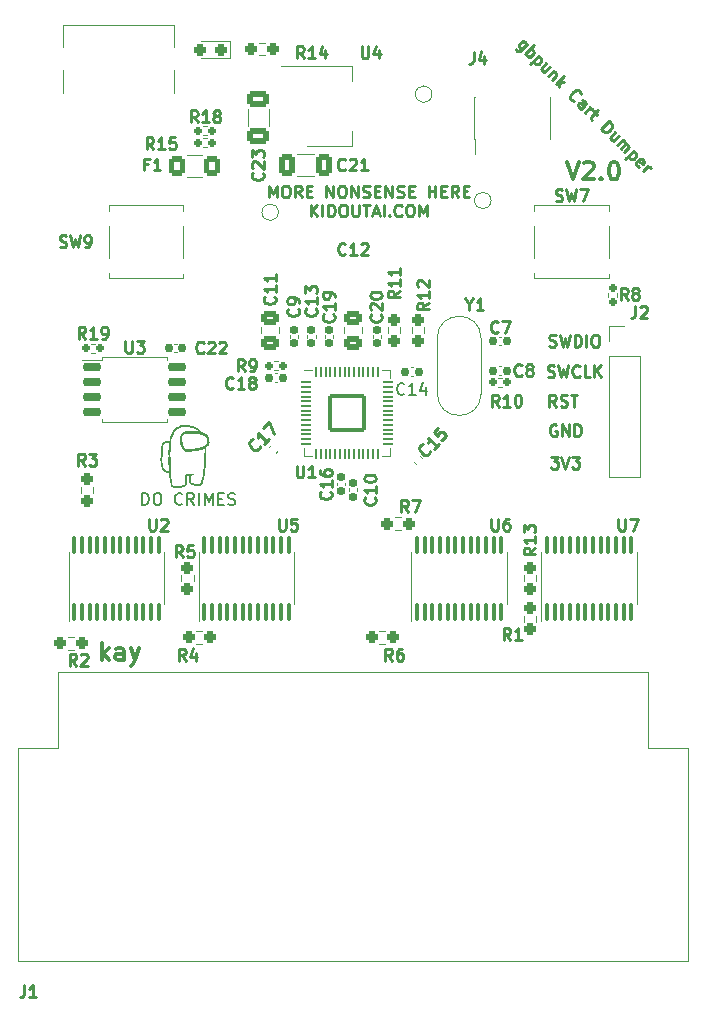
<source format=gto>
G04 #@! TF.GenerationSoftware,KiCad,Pcbnew,6.0.11+dfsg-1~bpo11+1*
G04 #@! TF.CreationDate,2023-04-01T23:07:15-07:00*
G04 #@! TF.ProjectId,gbpunk,67627075-6e6b-42e6-9b69-6361645f7063,v4.0*
G04 #@! TF.SameCoordinates,Original*
G04 #@! TF.FileFunction,Legend,Top*
G04 #@! TF.FilePolarity,Positive*
%FSLAX46Y46*%
G04 Gerber Fmt 4.6, Leading zero omitted, Abs format (unit mm)*
G04 Created by KiCad (PCBNEW 6.0.11+dfsg-1~bpo11+1) date 2023-04-01 23:07:15*
%MOMM*%
%LPD*%
G01*
G04 APERTURE LIST*
G04 Aperture macros list*
%AMRoundRect*
0 Rectangle with rounded corners*
0 $1 Rounding radius*
0 $2 $3 $4 $5 $6 $7 $8 $9 X,Y pos of 4 corners*
0 Add a 4 corners polygon primitive as box body*
4,1,4,$2,$3,$4,$5,$6,$7,$8,$9,$2,$3,0*
0 Add four circle primitives for the rounded corners*
1,1,$1+$1,$2,$3*
1,1,$1+$1,$4,$5*
1,1,$1+$1,$6,$7*
1,1,$1+$1,$8,$9*
0 Add four rect primitives between the rounded corners*
20,1,$1+$1,$2,$3,$4,$5,0*
20,1,$1+$1,$4,$5,$6,$7,0*
20,1,$1+$1,$6,$7,$8,$9,0*
20,1,$1+$1,$8,$9,$2,$3,0*%
G04 Aperture macros list end*
%ADD10C,0.250000*%
%ADD11C,0.150000*%
%ADD12C,0.300000*%
%ADD13C,0.120000*%
%ADD14C,7.200000*%
%ADD15C,2.300000*%
%ADD16RoundRect,0.155000X0.155000X-0.212500X0.155000X0.212500X-0.155000X0.212500X-0.155000X-0.212500X0*%
%ADD17RoundRect,0.100000X0.100000X-0.637500X0.100000X0.637500X-0.100000X0.637500X-0.100000X-0.637500X0*%
%ADD18RoundRect,0.155000X0.040659X0.259862X-0.259862X-0.040659X-0.040659X-0.259862X0.259862X0.040659X0*%
%ADD19RoundRect,0.155000X-0.212500X-0.155000X0.212500X-0.155000X0.212500X0.155000X-0.212500X0.155000X0*%
%ADD20RoundRect,0.160000X0.197500X0.160000X-0.197500X0.160000X-0.197500X-0.160000X0.197500X-0.160000X0*%
%ADD21RoundRect,0.237500X-0.237500X0.250000X-0.237500X-0.250000X0.237500X-0.250000X0.237500X0.250000X0*%
%ADD22RoundRect,0.237500X0.250000X0.237500X-0.250000X0.237500X-0.250000X-0.237500X0.250000X-0.237500X0*%
%ADD23RoundRect,0.250000X-0.412500X-0.650000X0.412500X-0.650000X0.412500X0.650000X-0.412500X0.650000X0*%
%ADD24C,1.000000*%
%ADD25RoundRect,0.250000X0.475000X-0.337500X0.475000X0.337500X-0.475000X0.337500X-0.475000X-0.337500X0*%
%ADD26R,0.740000X2.400000*%
%ADD27C,1.500000*%
%ADD28R,2.750000X1.000000*%
%ADD29R,1.300000X6.000000*%
%ADD30R,1.000000X5.500000*%
%ADD31R,4.600000X3.000000*%
%ADD32C,0.650000*%
%ADD33R,0.600000X1.450000*%
%ADD34R,0.300000X1.450000*%
%ADD35O,1.000000X2.100000*%
%ADD36O,1.000000X1.600000*%
%ADD37R,1.700000X1.700000*%
%ADD38O,1.700000X1.700000*%
%ADD39RoundRect,0.155000X0.212500X0.155000X-0.212500X0.155000X-0.212500X-0.155000X0.212500X-0.155000X0*%
%ADD40RoundRect,0.155000X-0.155000X0.212500X-0.155000X-0.212500X0.155000X-0.212500X0.155000X0.212500X0*%
%ADD41RoundRect,0.155000X-0.259862X0.040659X0.040659X-0.259862X0.259862X-0.040659X-0.040659X0.259862X0*%
%ADD42RoundRect,0.160000X-0.197500X-0.160000X0.197500X-0.160000X0.197500X0.160000X-0.197500X0.160000X0*%
%ADD43RoundRect,0.150000X-0.650000X-0.150000X0.650000X-0.150000X0.650000X0.150000X-0.650000X0.150000X0*%
%ADD44R,2.000000X1.500000*%
%ADD45R,2.000000X3.800000*%
%ADD46RoundRect,0.160000X-0.160000X0.197500X-0.160000X-0.197500X0.160000X-0.197500X0.160000X0.197500X0*%
%ADD47RoundRect,0.050000X-0.387500X-0.050000X0.387500X-0.050000X0.387500X0.050000X-0.387500X0.050000X0*%
%ADD48RoundRect,0.050000X-0.050000X-0.387500X0.050000X-0.387500X0.050000X0.387500X-0.050000X0.387500X0*%
%ADD49RoundRect,0.144000X-1.456000X-1.456000X1.456000X-1.456000X1.456000X1.456000X-1.456000X1.456000X0*%
%ADD50RoundRect,0.237500X0.287500X0.237500X-0.287500X0.237500X-0.287500X-0.237500X0.287500X-0.237500X0*%
%ADD51RoundRect,0.250001X0.462499X0.624999X-0.462499X0.624999X-0.462499X-0.624999X0.462499X-0.624999X0*%
%ADD52RoundRect,0.237500X-0.250000X-0.237500X0.250000X-0.237500X0.250000X0.237500X-0.250000X0.237500X0*%
%ADD53RoundRect,0.237500X0.237500X-0.250000X0.237500X0.250000X-0.237500X0.250000X-0.237500X-0.250000X0*%
%ADD54RoundRect,0.250000X-0.650000X0.412500X-0.650000X-0.412500X0.650000X-0.412500X0.650000X0.412500X0*%
G04 APERTURE END LIST*
D10*
X116630952Y-65329761D02*
X116773809Y-65377380D01*
X117011904Y-65377380D01*
X117107142Y-65329761D01*
X117154761Y-65282142D01*
X117202380Y-65186904D01*
X117202380Y-65091666D01*
X117154761Y-64996428D01*
X117107142Y-64948809D01*
X117011904Y-64901190D01*
X116821428Y-64853571D01*
X116726190Y-64805952D01*
X116678571Y-64758333D01*
X116630952Y-64663095D01*
X116630952Y-64567857D01*
X116678571Y-64472619D01*
X116726190Y-64425000D01*
X116821428Y-64377380D01*
X117059523Y-64377380D01*
X117202380Y-64425000D01*
X117535714Y-64377380D02*
X117773809Y-65377380D01*
X117964285Y-64663095D01*
X118154761Y-65377380D01*
X118392857Y-64377380D01*
X118773809Y-65377380D02*
X118773809Y-64377380D01*
X119011904Y-64377380D01*
X119154761Y-64425000D01*
X119250000Y-64520238D01*
X119297619Y-64615476D01*
X119345238Y-64805952D01*
X119345238Y-64948809D01*
X119297619Y-65139285D01*
X119250000Y-65234523D01*
X119154761Y-65329761D01*
X119011904Y-65377380D01*
X118773809Y-65377380D01*
X119773809Y-65377380D02*
X119773809Y-64377380D01*
X120440476Y-64377380D02*
X120630952Y-64377380D01*
X120726190Y-64425000D01*
X120821428Y-64520238D01*
X120869047Y-64710714D01*
X120869047Y-65044047D01*
X120821428Y-65234523D01*
X120726190Y-65329761D01*
X120630952Y-65377380D01*
X120440476Y-65377380D01*
X120345238Y-65329761D01*
X120250000Y-65234523D01*
X120202380Y-65044047D01*
X120202380Y-64710714D01*
X120250000Y-64520238D01*
X120345238Y-64425000D01*
X120440476Y-64377380D01*
X117238095Y-72000000D02*
X117142857Y-71952380D01*
X117000000Y-71952380D01*
X116857142Y-72000000D01*
X116761904Y-72095238D01*
X116714285Y-72190476D01*
X116666666Y-72380952D01*
X116666666Y-72523809D01*
X116714285Y-72714285D01*
X116761904Y-72809523D01*
X116857142Y-72904761D01*
X117000000Y-72952380D01*
X117095238Y-72952380D01*
X117238095Y-72904761D01*
X117285714Y-72857142D01*
X117285714Y-72523809D01*
X117095238Y-72523809D01*
X117714285Y-72952380D02*
X117714285Y-71952380D01*
X118285714Y-72952380D01*
X118285714Y-71952380D01*
X118761904Y-72952380D02*
X118761904Y-71952380D01*
X119000000Y-71952380D01*
X119142857Y-72000000D01*
X119238095Y-72095238D01*
X119285714Y-72190476D01*
X119333333Y-72380952D01*
X119333333Y-72523809D01*
X119285714Y-72714285D01*
X119238095Y-72809523D01*
X119142857Y-72904761D01*
X119000000Y-72952380D01*
X118761904Y-72952380D01*
X114751596Y-39772550D02*
X114179176Y-40344970D01*
X114078161Y-40378641D01*
X114010817Y-40378641D01*
X113909802Y-40344970D01*
X113808786Y-40243954D01*
X113775115Y-40142939D01*
X114313863Y-40210283D02*
X114212848Y-40176611D01*
X114078161Y-40041924D01*
X114044489Y-39940909D01*
X114044489Y-39873565D01*
X114078161Y-39772550D01*
X114280191Y-39570519D01*
X114381206Y-39536848D01*
X114448550Y-39536848D01*
X114549565Y-39570519D01*
X114684252Y-39705206D01*
X114717924Y-39806222D01*
X114616909Y-40580672D02*
X115324015Y-39873565D01*
X115054641Y-40142939D02*
X115155657Y-40176611D01*
X115290344Y-40311298D01*
X115324015Y-40412313D01*
X115324015Y-40479657D01*
X115290344Y-40580672D01*
X115088313Y-40782702D01*
X114987298Y-40816374D01*
X114919954Y-40816374D01*
X114818939Y-40782702D01*
X114684252Y-40648015D01*
X114650580Y-40547000D01*
X115728076Y-40749031D02*
X115020970Y-41456137D01*
X115694405Y-40782702D02*
X115795420Y-40816374D01*
X115930107Y-40951061D01*
X115963779Y-41052076D01*
X115963779Y-41119420D01*
X115930107Y-41220435D01*
X115728076Y-41422466D01*
X115627061Y-41456137D01*
X115559718Y-41456137D01*
X115458702Y-41422466D01*
X115324015Y-41287779D01*
X115290344Y-41186763D01*
X116670885Y-41691840D02*
X116199481Y-42163244D01*
X116367840Y-41388794D02*
X115997450Y-41759183D01*
X115963779Y-41860198D01*
X115997450Y-41961214D01*
X116098466Y-42062229D01*
X116199481Y-42095901D01*
X116266824Y-42095901D01*
X117007603Y-42028557D02*
X116536198Y-42499962D01*
X116940259Y-42095901D02*
X117007603Y-42095901D01*
X117108618Y-42129572D01*
X117209633Y-42230588D01*
X117243305Y-42331603D01*
X117209633Y-42432618D01*
X116839244Y-42803007D01*
X117175962Y-43139725D02*
X117883068Y-42432618D01*
X117512679Y-42937694D02*
X117445336Y-43409099D01*
X117916740Y-42937694D02*
X117377992Y-42937694D01*
X118758534Y-44587610D02*
X118691190Y-44587610D01*
X118556503Y-44520267D01*
X118489160Y-44452923D01*
X118421816Y-44318236D01*
X118421816Y-44183549D01*
X118455488Y-44082534D01*
X118556503Y-43914175D01*
X118657519Y-43813160D01*
X118825877Y-43712145D01*
X118926893Y-43678473D01*
X119061580Y-43678473D01*
X119196267Y-43745816D01*
X119263610Y-43813160D01*
X119330954Y-43947847D01*
X119330954Y-44015190D01*
X119297282Y-45261045D02*
X119667671Y-44890656D01*
X119701343Y-44789641D01*
X119667671Y-44688625D01*
X119532984Y-44553938D01*
X119431969Y-44520267D01*
X119330954Y-45227374D02*
X119229938Y-45193702D01*
X119061580Y-45025343D01*
X119027908Y-44924328D01*
X119061580Y-44823312D01*
X119128923Y-44755969D01*
X119229938Y-44722297D01*
X119330954Y-44755969D01*
X119499312Y-44924328D01*
X119600328Y-44958000D01*
X119634000Y-45597763D02*
X120105404Y-45126358D01*
X119970717Y-45261045D02*
X120071732Y-45227374D01*
X120139076Y-45227374D01*
X120240091Y-45261045D01*
X120307435Y-45328389D01*
X120442122Y-45463076D02*
X120711496Y-45732450D01*
X120778839Y-45328389D02*
X120172748Y-45934480D01*
X120139076Y-46035496D01*
X120172748Y-46136511D01*
X120240091Y-46203854D01*
X121014541Y-46978305D02*
X121721648Y-46271198D01*
X121890007Y-46439557D01*
X121957350Y-46574244D01*
X121957350Y-46708931D01*
X121923679Y-46809946D01*
X121822663Y-46978305D01*
X121721648Y-47079320D01*
X121553289Y-47180335D01*
X121452274Y-47214007D01*
X121317587Y-47214007D01*
X121182900Y-47146663D01*
X121014541Y-46978305D01*
X122496098Y-47517053D02*
X122024694Y-47988457D01*
X122193053Y-47214007D02*
X121822663Y-47584396D01*
X121788992Y-47685411D01*
X121822663Y-47786427D01*
X121923679Y-47887442D01*
X122024694Y-47921114D01*
X122092037Y-47921114D01*
X122361411Y-48325175D02*
X122832816Y-47853770D01*
X122765472Y-47921114D02*
X122832816Y-47921114D01*
X122933831Y-47954785D01*
X123034846Y-48055801D01*
X123068518Y-48156816D01*
X123034846Y-48257831D01*
X122664457Y-48628220D01*
X123034846Y-48257831D02*
X123135862Y-48224159D01*
X123236877Y-48257831D01*
X123337892Y-48358846D01*
X123371564Y-48459862D01*
X123337892Y-48560877D01*
X122967503Y-48931266D01*
X123775625Y-48796579D02*
X123068518Y-49503686D01*
X123741953Y-48830251D02*
X123842968Y-48863923D01*
X123977655Y-48998610D01*
X124011327Y-49099625D01*
X124011327Y-49166968D01*
X123977655Y-49267984D01*
X123775625Y-49470014D01*
X123674610Y-49503686D01*
X123607266Y-49503686D01*
X123506251Y-49470014D01*
X123371564Y-49335327D01*
X123337892Y-49234312D01*
X124247029Y-50143449D02*
X124146014Y-50109777D01*
X124011327Y-49975090D01*
X123977655Y-49874075D01*
X124011327Y-49773060D01*
X124280701Y-49503686D01*
X124381716Y-49470014D01*
X124482732Y-49503686D01*
X124617419Y-49638373D01*
X124651090Y-49739388D01*
X124617419Y-49840403D01*
X124550075Y-49907747D01*
X124146014Y-49638373D01*
X124550075Y-50513838D02*
X125021480Y-50042434D01*
X124886793Y-50177121D02*
X124987808Y-50143449D01*
X125055151Y-50143449D01*
X125156167Y-50177121D01*
X125223510Y-50244464D01*
X116488095Y-67904761D02*
X116630952Y-67952380D01*
X116869047Y-67952380D01*
X116964285Y-67904761D01*
X117011904Y-67857142D01*
X117059523Y-67761904D01*
X117059523Y-67666666D01*
X117011904Y-67571428D01*
X116964285Y-67523809D01*
X116869047Y-67476190D01*
X116678571Y-67428571D01*
X116583333Y-67380952D01*
X116535714Y-67333333D01*
X116488095Y-67238095D01*
X116488095Y-67142857D01*
X116535714Y-67047619D01*
X116583333Y-67000000D01*
X116678571Y-66952380D01*
X116916666Y-66952380D01*
X117059523Y-67000000D01*
X117392857Y-66952380D02*
X117630952Y-67952380D01*
X117821428Y-67238095D01*
X118011904Y-67952380D01*
X118250000Y-66952380D01*
X119202380Y-67857142D02*
X119154761Y-67904761D01*
X119011904Y-67952380D01*
X118916666Y-67952380D01*
X118773809Y-67904761D01*
X118678571Y-67809523D01*
X118630952Y-67714285D01*
X118583333Y-67523809D01*
X118583333Y-67380952D01*
X118630952Y-67190476D01*
X118678571Y-67095238D01*
X118773809Y-67000000D01*
X118916666Y-66952380D01*
X119011904Y-66952380D01*
X119154761Y-67000000D01*
X119202380Y-67047619D01*
X120107142Y-67952380D02*
X119630952Y-67952380D01*
X119630952Y-66952380D01*
X120440476Y-67952380D02*
X120440476Y-66952380D01*
X121011904Y-67952380D02*
X120583333Y-67380952D01*
X121011904Y-66952380D02*
X120440476Y-67523809D01*
X92893619Y-52733380D02*
X92893619Y-51733380D01*
X93226952Y-52447666D01*
X93560285Y-51733380D01*
X93560285Y-52733380D01*
X94226952Y-51733380D02*
X94417428Y-51733380D01*
X94512666Y-51781000D01*
X94607904Y-51876238D01*
X94655523Y-52066714D01*
X94655523Y-52400047D01*
X94607904Y-52590523D01*
X94512666Y-52685761D01*
X94417428Y-52733380D01*
X94226952Y-52733380D01*
X94131714Y-52685761D01*
X94036476Y-52590523D01*
X93988857Y-52400047D01*
X93988857Y-52066714D01*
X94036476Y-51876238D01*
X94131714Y-51781000D01*
X94226952Y-51733380D01*
X95655523Y-52733380D02*
X95322190Y-52257190D01*
X95084095Y-52733380D02*
X95084095Y-51733380D01*
X95465047Y-51733380D01*
X95560285Y-51781000D01*
X95607904Y-51828619D01*
X95655523Y-51923857D01*
X95655523Y-52066714D01*
X95607904Y-52161952D01*
X95560285Y-52209571D01*
X95465047Y-52257190D01*
X95084095Y-52257190D01*
X96084095Y-52209571D02*
X96417428Y-52209571D01*
X96560285Y-52733380D02*
X96084095Y-52733380D01*
X96084095Y-51733380D01*
X96560285Y-51733380D01*
X97750761Y-52733380D02*
X97750761Y-51733380D01*
X98322190Y-52733380D01*
X98322190Y-51733380D01*
X98988857Y-51733380D02*
X99179333Y-51733380D01*
X99274571Y-51781000D01*
X99369809Y-51876238D01*
X99417428Y-52066714D01*
X99417428Y-52400047D01*
X99369809Y-52590523D01*
X99274571Y-52685761D01*
X99179333Y-52733380D01*
X98988857Y-52733380D01*
X98893619Y-52685761D01*
X98798380Y-52590523D01*
X98750761Y-52400047D01*
X98750761Y-52066714D01*
X98798380Y-51876238D01*
X98893619Y-51781000D01*
X98988857Y-51733380D01*
X99846000Y-52733380D02*
X99846000Y-51733380D01*
X100417428Y-52733380D01*
X100417428Y-51733380D01*
X100846000Y-52685761D02*
X100988857Y-52733380D01*
X101226952Y-52733380D01*
X101322190Y-52685761D01*
X101369809Y-52638142D01*
X101417428Y-52542904D01*
X101417428Y-52447666D01*
X101369809Y-52352428D01*
X101322190Y-52304809D01*
X101226952Y-52257190D01*
X101036476Y-52209571D01*
X100941238Y-52161952D01*
X100893619Y-52114333D01*
X100846000Y-52019095D01*
X100846000Y-51923857D01*
X100893619Y-51828619D01*
X100941238Y-51781000D01*
X101036476Y-51733380D01*
X101274571Y-51733380D01*
X101417428Y-51781000D01*
X101846000Y-52209571D02*
X102179333Y-52209571D01*
X102322190Y-52733380D02*
X101846000Y-52733380D01*
X101846000Y-51733380D01*
X102322190Y-51733380D01*
X102750761Y-52733380D02*
X102750761Y-51733380D01*
X103322190Y-52733380D01*
X103322190Y-51733380D01*
X103750761Y-52685761D02*
X103893619Y-52733380D01*
X104131714Y-52733380D01*
X104226952Y-52685761D01*
X104274571Y-52638142D01*
X104322190Y-52542904D01*
X104322190Y-52447666D01*
X104274571Y-52352428D01*
X104226952Y-52304809D01*
X104131714Y-52257190D01*
X103941238Y-52209571D01*
X103846000Y-52161952D01*
X103798380Y-52114333D01*
X103750761Y-52019095D01*
X103750761Y-51923857D01*
X103798380Y-51828619D01*
X103846000Y-51781000D01*
X103941238Y-51733380D01*
X104179333Y-51733380D01*
X104322190Y-51781000D01*
X104750761Y-52209571D02*
X105084095Y-52209571D01*
X105226952Y-52733380D02*
X104750761Y-52733380D01*
X104750761Y-51733380D01*
X105226952Y-51733380D01*
X106417428Y-52733380D02*
X106417428Y-51733380D01*
X106417428Y-52209571D02*
X106988857Y-52209571D01*
X106988857Y-52733380D02*
X106988857Y-51733380D01*
X107465047Y-52209571D02*
X107798380Y-52209571D01*
X107941238Y-52733380D02*
X107465047Y-52733380D01*
X107465047Y-51733380D01*
X107941238Y-51733380D01*
X108941238Y-52733380D02*
X108607904Y-52257190D01*
X108369809Y-52733380D02*
X108369809Y-51733380D01*
X108750761Y-51733380D01*
X108846000Y-51781000D01*
X108893619Y-51828619D01*
X108941238Y-51923857D01*
X108941238Y-52066714D01*
X108893619Y-52161952D01*
X108846000Y-52209571D01*
X108750761Y-52257190D01*
X108369809Y-52257190D01*
X109369809Y-52209571D02*
X109703142Y-52209571D01*
X109846000Y-52733380D02*
X109369809Y-52733380D01*
X109369809Y-51733380D01*
X109846000Y-51733380D01*
X96417428Y-54343380D02*
X96417428Y-53343380D01*
X96988857Y-54343380D02*
X96560285Y-53771952D01*
X96988857Y-53343380D02*
X96417428Y-53914809D01*
X97417428Y-54343380D02*
X97417428Y-53343380D01*
X97893619Y-54343380D02*
X97893619Y-53343380D01*
X98131714Y-53343380D01*
X98274571Y-53391000D01*
X98369809Y-53486238D01*
X98417428Y-53581476D01*
X98465047Y-53771952D01*
X98465047Y-53914809D01*
X98417428Y-54105285D01*
X98369809Y-54200523D01*
X98274571Y-54295761D01*
X98131714Y-54343380D01*
X97893619Y-54343380D01*
X99084095Y-53343380D02*
X99274571Y-53343380D01*
X99369809Y-53391000D01*
X99465047Y-53486238D01*
X99512666Y-53676714D01*
X99512666Y-54010047D01*
X99465047Y-54200523D01*
X99369809Y-54295761D01*
X99274571Y-54343380D01*
X99084095Y-54343380D01*
X98988857Y-54295761D01*
X98893619Y-54200523D01*
X98846000Y-54010047D01*
X98846000Y-53676714D01*
X98893619Y-53486238D01*
X98988857Y-53391000D01*
X99084095Y-53343380D01*
X99941238Y-53343380D02*
X99941238Y-54152904D01*
X99988857Y-54248142D01*
X100036476Y-54295761D01*
X100131714Y-54343380D01*
X100322190Y-54343380D01*
X100417428Y-54295761D01*
X100465047Y-54248142D01*
X100512666Y-54152904D01*
X100512666Y-53343380D01*
X100846000Y-53343380D02*
X101417428Y-53343380D01*
X101131714Y-54343380D02*
X101131714Y-53343380D01*
X101703142Y-54057666D02*
X102179333Y-54057666D01*
X101607904Y-54343380D02*
X101941238Y-53343380D01*
X102274571Y-54343380D01*
X102607904Y-54343380D02*
X102607904Y-53343380D01*
X103084095Y-54248142D02*
X103131714Y-54295761D01*
X103084095Y-54343380D01*
X103036476Y-54295761D01*
X103084095Y-54248142D01*
X103084095Y-54343380D01*
X104131714Y-54248142D02*
X104084095Y-54295761D01*
X103941238Y-54343380D01*
X103846000Y-54343380D01*
X103703142Y-54295761D01*
X103607904Y-54200523D01*
X103560285Y-54105285D01*
X103512666Y-53914809D01*
X103512666Y-53771952D01*
X103560285Y-53581476D01*
X103607904Y-53486238D01*
X103703142Y-53391000D01*
X103846000Y-53343380D01*
X103941238Y-53343380D01*
X104084095Y-53391000D01*
X104131714Y-53438619D01*
X104750761Y-53343380D02*
X104941238Y-53343380D01*
X105036476Y-53391000D01*
X105131714Y-53486238D01*
X105179333Y-53676714D01*
X105179333Y-54010047D01*
X105131714Y-54200523D01*
X105036476Y-54295761D01*
X104941238Y-54343380D01*
X104750761Y-54343380D01*
X104655523Y-54295761D01*
X104560285Y-54200523D01*
X104512666Y-54010047D01*
X104512666Y-53676714D01*
X104560285Y-53486238D01*
X104655523Y-53391000D01*
X104750761Y-53343380D01*
X105607904Y-54343380D02*
X105607904Y-53343380D01*
X105941238Y-54057666D01*
X106274571Y-53343380D01*
X106274571Y-54343380D01*
X116761904Y-74702380D02*
X117380952Y-74702380D01*
X117047619Y-75083333D01*
X117190476Y-75083333D01*
X117285714Y-75130952D01*
X117333333Y-75178571D01*
X117380952Y-75273809D01*
X117380952Y-75511904D01*
X117333333Y-75607142D01*
X117285714Y-75654761D01*
X117190476Y-75702380D01*
X116904761Y-75702380D01*
X116809523Y-75654761D01*
X116761904Y-75607142D01*
X117666666Y-74702380D02*
X118000000Y-75702380D01*
X118333333Y-74702380D01*
X118571428Y-74702380D02*
X119190476Y-74702380D01*
X118857142Y-75083333D01*
X119000000Y-75083333D01*
X119095238Y-75130952D01*
X119142857Y-75178571D01*
X119190476Y-75273809D01*
X119190476Y-75511904D01*
X119142857Y-75607142D01*
X119095238Y-75654761D01*
X119000000Y-75702380D01*
X118714285Y-75702380D01*
X118619047Y-75654761D01*
X118571428Y-75607142D01*
D11*
X82175238Y-78782380D02*
X82175238Y-77782380D01*
X82413333Y-77782380D01*
X82556190Y-77830000D01*
X82651428Y-77925238D01*
X82699047Y-78020476D01*
X82746666Y-78210952D01*
X82746666Y-78353809D01*
X82699047Y-78544285D01*
X82651428Y-78639523D01*
X82556190Y-78734761D01*
X82413333Y-78782380D01*
X82175238Y-78782380D01*
X83365714Y-77782380D02*
X83556190Y-77782380D01*
X83651428Y-77830000D01*
X83746666Y-77925238D01*
X83794285Y-78115714D01*
X83794285Y-78449047D01*
X83746666Y-78639523D01*
X83651428Y-78734761D01*
X83556190Y-78782380D01*
X83365714Y-78782380D01*
X83270476Y-78734761D01*
X83175238Y-78639523D01*
X83127619Y-78449047D01*
X83127619Y-78115714D01*
X83175238Y-77925238D01*
X83270476Y-77830000D01*
X83365714Y-77782380D01*
X85556190Y-78687142D02*
X85508571Y-78734761D01*
X85365714Y-78782380D01*
X85270476Y-78782380D01*
X85127619Y-78734761D01*
X85032380Y-78639523D01*
X84984761Y-78544285D01*
X84937142Y-78353809D01*
X84937142Y-78210952D01*
X84984761Y-78020476D01*
X85032380Y-77925238D01*
X85127619Y-77830000D01*
X85270476Y-77782380D01*
X85365714Y-77782380D01*
X85508571Y-77830000D01*
X85556190Y-77877619D01*
X86556190Y-78782380D02*
X86222857Y-78306190D01*
X85984761Y-78782380D02*
X85984761Y-77782380D01*
X86365714Y-77782380D01*
X86460952Y-77830000D01*
X86508571Y-77877619D01*
X86556190Y-77972857D01*
X86556190Y-78115714D01*
X86508571Y-78210952D01*
X86460952Y-78258571D01*
X86365714Y-78306190D01*
X85984761Y-78306190D01*
X86984761Y-78782380D02*
X86984761Y-77782380D01*
X87460952Y-78782380D02*
X87460952Y-77782380D01*
X87794285Y-78496666D01*
X88127619Y-77782380D01*
X88127619Y-78782380D01*
X88603809Y-78258571D02*
X88937142Y-78258571D01*
X89080000Y-78782380D02*
X88603809Y-78782380D01*
X88603809Y-77782380D01*
X89080000Y-77782380D01*
X89460952Y-78734761D02*
X89603809Y-78782380D01*
X89841904Y-78782380D01*
X89937142Y-78734761D01*
X89984761Y-78687142D01*
X90032380Y-78591904D01*
X90032380Y-78496666D01*
X89984761Y-78401428D01*
X89937142Y-78353809D01*
X89841904Y-78306190D01*
X89651428Y-78258571D01*
X89556190Y-78210952D01*
X89508571Y-78163333D01*
X89460952Y-78068095D01*
X89460952Y-77972857D01*
X89508571Y-77877619D01*
X89556190Y-77830000D01*
X89651428Y-77782380D01*
X89889523Y-77782380D01*
X90032380Y-77830000D01*
D10*
X117202380Y-70452380D02*
X116869047Y-69976190D01*
X116630952Y-70452380D02*
X116630952Y-69452380D01*
X117011904Y-69452380D01*
X117107142Y-69500000D01*
X117154761Y-69547619D01*
X117202380Y-69642857D01*
X117202380Y-69785714D01*
X117154761Y-69880952D01*
X117107142Y-69928571D01*
X117011904Y-69976190D01*
X116630952Y-69976190D01*
X117583333Y-70404761D02*
X117726190Y-70452380D01*
X117964285Y-70452380D01*
X118059523Y-70404761D01*
X118107142Y-70357142D01*
X118154761Y-70261904D01*
X118154761Y-70166666D01*
X118107142Y-70071428D01*
X118059523Y-70023809D01*
X117964285Y-69976190D01*
X117773809Y-69928571D01*
X117678571Y-69880952D01*
X117630952Y-69833333D01*
X117583333Y-69738095D01*
X117583333Y-69642857D01*
X117630952Y-69547619D01*
X117678571Y-69500000D01*
X117773809Y-69452380D01*
X118011904Y-69452380D01*
X118154761Y-69500000D01*
X118440476Y-69452380D02*
X119011904Y-69452380D01*
X118726190Y-70452380D02*
X118726190Y-69452380D01*
D12*
X78750000Y-91928571D02*
X78750000Y-90428571D01*
X78892857Y-91357142D02*
X79321428Y-91928571D01*
X79321428Y-90928571D02*
X78750000Y-91500000D01*
X80607142Y-91928571D02*
X80607142Y-91142857D01*
X80535714Y-91000000D01*
X80392857Y-90928571D01*
X80107142Y-90928571D01*
X79964285Y-91000000D01*
X80607142Y-91857142D02*
X80464285Y-91928571D01*
X80107142Y-91928571D01*
X79964285Y-91857142D01*
X79892857Y-91714285D01*
X79892857Y-91571428D01*
X79964285Y-91428571D01*
X80107142Y-91357142D01*
X80464285Y-91357142D01*
X80607142Y-91285714D01*
X81178571Y-90928571D02*
X81535714Y-91928571D01*
X81892857Y-90928571D02*
X81535714Y-91928571D01*
X81392857Y-92285714D01*
X81321428Y-92357142D01*
X81178571Y-92428571D01*
X118110285Y-49724571D02*
X118610285Y-51224571D01*
X119110285Y-49724571D01*
X119538857Y-49867428D02*
X119610285Y-49796000D01*
X119753142Y-49724571D01*
X120110285Y-49724571D01*
X120253142Y-49796000D01*
X120324571Y-49867428D01*
X120396000Y-50010285D01*
X120396000Y-50153142D01*
X120324571Y-50367428D01*
X119467428Y-51224571D01*
X120396000Y-51224571D01*
X121038857Y-51081714D02*
X121110285Y-51153142D01*
X121038857Y-51224571D01*
X120967428Y-51153142D01*
X121038857Y-51081714D01*
X121038857Y-51224571D01*
X122038857Y-49724571D02*
X122181714Y-49724571D01*
X122324571Y-49796000D01*
X122396000Y-49867428D01*
X122467428Y-50010285D01*
X122538857Y-50296000D01*
X122538857Y-50653142D01*
X122467428Y-50938857D01*
X122396000Y-51081714D01*
X122324571Y-51153142D01*
X122181714Y-51224571D01*
X122038857Y-51224571D01*
X121896000Y-51153142D01*
X121824571Y-51081714D01*
X121753142Y-50938857D01*
X121681714Y-50653142D01*
X121681714Y-50296000D01*
X121753142Y-50010285D01*
X121824571Y-49867428D01*
X121896000Y-49796000D01*
X122038857Y-49724571D01*
D10*
X102357142Y-62642857D02*
X102404761Y-62690476D01*
X102452380Y-62833333D01*
X102452380Y-62928571D01*
X102404761Y-63071428D01*
X102309523Y-63166666D01*
X102214285Y-63214285D01*
X102023809Y-63261904D01*
X101880952Y-63261904D01*
X101690476Y-63214285D01*
X101595238Y-63166666D01*
X101500000Y-63071428D01*
X101452380Y-62928571D01*
X101452380Y-62833333D01*
X101500000Y-62690476D01*
X101547619Y-62642857D01*
X101547619Y-62261904D02*
X101500000Y-62214285D01*
X101452380Y-62119047D01*
X101452380Y-61880952D01*
X101500000Y-61785714D01*
X101547619Y-61738095D01*
X101642857Y-61690476D01*
X101738095Y-61690476D01*
X101880952Y-61738095D01*
X102452380Y-62309523D01*
X102452380Y-61690476D01*
X101452380Y-61071428D02*
X101452380Y-60976190D01*
X101500000Y-60880952D01*
X101547619Y-60833333D01*
X101642857Y-60785714D01*
X101833333Y-60738095D01*
X102071428Y-60738095D01*
X102261904Y-60785714D01*
X102357142Y-60833333D01*
X102404761Y-60880952D01*
X102452380Y-60976190D01*
X102452380Y-61071428D01*
X102404761Y-61166666D01*
X102357142Y-61214285D01*
X102261904Y-61261904D01*
X102071428Y-61309523D01*
X101833333Y-61309523D01*
X101642857Y-61261904D01*
X101547619Y-61214285D01*
X101500000Y-61166666D01*
X101452380Y-61071428D01*
X96857142Y-62142857D02*
X96904761Y-62190476D01*
X96952380Y-62333333D01*
X96952380Y-62428571D01*
X96904761Y-62571428D01*
X96809523Y-62666666D01*
X96714285Y-62714285D01*
X96523809Y-62761904D01*
X96380952Y-62761904D01*
X96190476Y-62714285D01*
X96095238Y-62666666D01*
X96000000Y-62571428D01*
X95952380Y-62428571D01*
X95952380Y-62333333D01*
X96000000Y-62190476D01*
X96047619Y-62142857D01*
X96952380Y-61190476D02*
X96952380Y-61761904D01*
X96952380Y-61476190D02*
X95952380Y-61476190D01*
X96095238Y-61571428D01*
X96190476Y-61666666D01*
X96238095Y-61761904D01*
X95952380Y-60857142D02*
X95952380Y-60238095D01*
X96333333Y-60571428D01*
X96333333Y-60428571D01*
X96380952Y-60333333D01*
X96428571Y-60285714D01*
X96523809Y-60238095D01*
X96761904Y-60238095D01*
X96857142Y-60285714D01*
X96904761Y-60333333D01*
X96952380Y-60428571D01*
X96952380Y-60714285D01*
X96904761Y-60809523D01*
X96857142Y-60857142D01*
X122488095Y-79952380D02*
X122488095Y-80761904D01*
X122535714Y-80857142D01*
X122583333Y-80904761D01*
X122678571Y-80952380D01*
X122869047Y-80952380D01*
X122964285Y-80904761D01*
X123011904Y-80857142D01*
X123059523Y-80761904D01*
X123059523Y-79952380D01*
X123440476Y-79952380D02*
X124107142Y-79952380D01*
X123678571Y-80952380D01*
X92144588Y-73803725D02*
X92144588Y-73871069D01*
X92077244Y-74005756D01*
X92009901Y-74073099D01*
X91875214Y-74140443D01*
X91740527Y-74140443D01*
X91639512Y-74106771D01*
X91471153Y-74005756D01*
X91370138Y-73904741D01*
X91269122Y-73736382D01*
X91235451Y-73635367D01*
X91235451Y-73500680D01*
X91302794Y-73365993D01*
X91370138Y-73298649D01*
X91504825Y-73231306D01*
X91572168Y-73231306D01*
X92885367Y-73197634D02*
X92481306Y-73601695D01*
X92683336Y-73399664D02*
X91976229Y-72692557D01*
X92009901Y-72860916D01*
X92009901Y-72995603D01*
X91976229Y-73096619D01*
X92413962Y-72254825D02*
X92885367Y-71783420D01*
X93289428Y-72793573D01*
D11*
X104357142Y-69357142D02*
X104309523Y-69404761D01*
X104166666Y-69452380D01*
X104071428Y-69452380D01*
X103928571Y-69404761D01*
X103833333Y-69309523D01*
X103785714Y-69214285D01*
X103738095Y-69023809D01*
X103738095Y-68880952D01*
X103785714Y-68690476D01*
X103833333Y-68595238D01*
X103928571Y-68500000D01*
X104071428Y-68452380D01*
X104166666Y-68452380D01*
X104309523Y-68500000D01*
X104357142Y-68547619D01*
X105309523Y-69452380D02*
X104738095Y-69452380D01*
X105023809Y-69452380D02*
X105023809Y-68452380D01*
X104928571Y-68595238D01*
X104833333Y-68690476D01*
X104738095Y-68738095D01*
X106166666Y-68785714D02*
X106166666Y-69452380D01*
X105928571Y-68404761D02*
X105690476Y-69119047D01*
X106309523Y-69119047D01*
D10*
X87357142Y-65857142D02*
X87309523Y-65904761D01*
X87166666Y-65952380D01*
X87071428Y-65952380D01*
X86928571Y-65904761D01*
X86833333Y-65809523D01*
X86785714Y-65714285D01*
X86738095Y-65523809D01*
X86738095Y-65380952D01*
X86785714Y-65190476D01*
X86833333Y-65095238D01*
X86928571Y-65000000D01*
X87071428Y-64952380D01*
X87166666Y-64952380D01*
X87309523Y-65000000D01*
X87357142Y-65047619D01*
X87738095Y-65047619D02*
X87785714Y-65000000D01*
X87880952Y-64952380D01*
X88119047Y-64952380D01*
X88214285Y-65000000D01*
X88261904Y-65047619D01*
X88309523Y-65142857D01*
X88309523Y-65238095D01*
X88261904Y-65380952D01*
X87690476Y-65952380D01*
X88309523Y-65952380D01*
X88690476Y-65047619D02*
X88738095Y-65000000D01*
X88833333Y-64952380D01*
X89071428Y-64952380D01*
X89166666Y-65000000D01*
X89214285Y-65047619D01*
X89261904Y-65142857D01*
X89261904Y-65238095D01*
X89214285Y-65380952D01*
X88642857Y-65952380D01*
X89261904Y-65952380D01*
X90833333Y-67452380D02*
X90500000Y-66976190D01*
X90261904Y-67452380D02*
X90261904Y-66452380D01*
X90642857Y-66452380D01*
X90738095Y-66500000D01*
X90785714Y-66547619D01*
X90833333Y-66642857D01*
X90833333Y-66785714D01*
X90785714Y-66880952D01*
X90738095Y-66928571D01*
X90642857Y-66976190D01*
X90261904Y-66976190D01*
X91309523Y-67452380D02*
X91500000Y-67452380D01*
X91595238Y-67404761D01*
X91642857Y-67357142D01*
X91738095Y-67214285D01*
X91785714Y-67023809D01*
X91785714Y-66642857D01*
X91738095Y-66547619D01*
X91690476Y-66500000D01*
X91595238Y-66452380D01*
X91404761Y-66452380D01*
X91309523Y-66500000D01*
X91261904Y-66547619D01*
X91214285Y-66642857D01*
X91214285Y-66880952D01*
X91261904Y-66976190D01*
X91309523Y-67023809D01*
X91404761Y-67071428D01*
X91595238Y-67071428D01*
X91690476Y-67023809D01*
X91738095Y-66976190D01*
X91785714Y-66880952D01*
X115452380Y-82392857D02*
X114976190Y-82726190D01*
X115452380Y-82964285D02*
X114452380Y-82964285D01*
X114452380Y-82583333D01*
X114500000Y-82488095D01*
X114547619Y-82440476D01*
X114642857Y-82392857D01*
X114785714Y-82392857D01*
X114880952Y-82440476D01*
X114928571Y-82488095D01*
X114976190Y-82583333D01*
X114976190Y-82964285D01*
X115452380Y-81440476D02*
X115452380Y-82011904D01*
X115452380Y-81726190D02*
X114452380Y-81726190D01*
X114595238Y-81821428D01*
X114690476Y-81916666D01*
X114738095Y-82011904D01*
X114452380Y-81107142D02*
X114452380Y-80488095D01*
X114833333Y-80821428D01*
X114833333Y-80678571D01*
X114880952Y-80583333D01*
X114928571Y-80535714D01*
X115023809Y-80488095D01*
X115261904Y-80488095D01*
X115357142Y-80535714D01*
X115404761Y-80583333D01*
X115452380Y-80678571D01*
X115452380Y-80964285D01*
X115404761Y-81059523D01*
X115357142Y-81107142D01*
X103333333Y-91952380D02*
X103000000Y-91476190D01*
X102761904Y-91952380D02*
X102761904Y-90952380D01*
X103142857Y-90952380D01*
X103238095Y-91000000D01*
X103285714Y-91047619D01*
X103333333Y-91142857D01*
X103333333Y-91285714D01*
X103285714Y-91380952D01*
X103238095Y-91428571D01*
X103142857Y-91476190D01*
X102761904Y-91476190D01*
X104190476Y-90952380D02*
X104000000Y-90952380D01*
X103904761Y-91000000D01*
X103857142Y-91047619D01*
X103761904Y-91190476D01*
X103714285Y-91380952D01*
X103714285Y-91761904D01*
X103761904Y-91857142D01*
X103809523Y-91904761D01*
X103904761Y-91952380D01*
X104095238Y-91952380D01*
X104190476Y-91904761D01*
X104238095Y-91857142D01*
X104285714Y-91761904D01*
X104285714Y-91523809D01*
X104238095Y-91428571D01*
X104190476Y-91380952D01*
X104095238Y-91333333D01*
X103904761Y-91333333D01*
X103809523Y-91380952D01*
X103761904Y-91428571D01*
X103714285Y-91523809D01*
X99357142Y-50357142D02*
X99309523Y-50404761D01*
X99166666Y-50452380D01*
X99071428Y-50452380D01*
X98928571Y-50404761D01*
X98833333Y-50309523D01*
X98785714Y-50214285D01*
X98738095Y-50023809D01*
X98738095Y-49880952D01*
X98785714Y-49690476D01*
X98833333Y-49595238D01*
X98928571Y-49500000D01*
X99071428Y-49452380D01*
X99166666Y-49452380D01*
X99309523Y-49500000D01*
X99357142Y-49547619D01*
X99738095Y-49547619D02*
X99785714Y-49500000D01*
X99880952Y-49452380D01*
X100119047Y-49452380D01*
X100214285Y-49500000D01*
X100261904Y-49547619D01*
X100309523Y-49642857D01*
X100309523Y-49738095D01*
X100261904Y-49880952D01*
X99690476Y-50452380D01*
X100309523Y-50452380D01*
X101261904Y-50452380D02*
X100690476Y-50452380D01*
X100976190Y-50452380D02*
X100976190Y-49452380D01*
X100880952Y-49595238D01*
X100785714Y-49690476D01*
X100690476Y-49738095D01*
X93357142Y-61142857D02*
X93404761Y-61190476D01*
X93452380Y-61333333D01*
X93452380Y-61428571D01*
X93404761Y-61571428D01*
X93309523Y-61666666D01*
X93214285Y-61714285D01*
X93023809Y-61761904D01*
X92880952Y-61761904D01*
X92690476Y-61714285D01*
X92595238Y-61666666D01*
X92500000Y-61571428D01*
X92452380Y-61428571D01*
X92452380Y-61333333D01*
X92500000Y-61190476D01*
X92547619Y-61142857D01*
X93452380Y-60190476D02*
X93452380Y-60761904D01*
X93452380Y-60476190D02*
X92452380Y-60476190D01*
X92595238Y-60571428D01*
X92690476Y-60666666D01*
X92738095Y-60761904D01*
X93452380Y-59238095D02*
X93452380Y-59809523D01*
X93452380Y-59523809D02*
X92452380Y-59523809D01*
X92595238Y-59619047D01*
X92690476Y-59714285D01*
X92738095Y-59809523D01*
X103952380Y-60642857D02*
X103476190Y-60976190D01*
X103952380Y-61214285D02*
X102952380Y-61214285D01*
X102952380Y-60833333D01*
X103000000Y-60738095D01*
X103047619Y-60690476D01*
X103142857Y-60642857D01*
X103285714Y-60642857D01*
X103380952Y-60690476D01*
X103428571Y-60738095D01*
X103476190Y-60833333D01*
X103476190Y-61214285D01*
X103952380Y-59690476D02*
X103952380Y-60261904D01*
X103952380Y-59976190D02*
X102952380Y-59976190D01*
X103095238Y-60071428D01*
X103190476Y-60166666D01*
X103238095Y-60261904D01*
X103952380Y-58738095D02*
X103952380Y-59309523D01*
X103952380Y-59023809D02*
X102952380Y-59023809D01*
X103095238Y-59119047D01*
X103190476Y-59214285D01*
X103238095Y-59309523D01*
X110216666Y-40412380D02*
X110216666Y-41126666D01*
X110169047Y-41269523D01*
X110073809Y-41364761D01*
X109930952Y-41412380D01*
X109835714Y-41412380D01*
X111121428Y-40745714D02*
X111121428Y-41412380D01*
X110883333Y-40364761D02*
X110645238Y-41079047D01*
X111264285Y-41079047D01*
X77357142Y-64702380D02*
X77023809Y-64226190D01*
X76785714Y-64702380D02*
X76785714Y-63702380D01*
X77166666Y-63702380D01*
X77261904Y-63750000D01*
X77309523Y-63797619D01*
X77357142Y-63892857D01*
X77357142Y-64035714D01*
X77309523Y-64130952D01*
X77261904Y-64178571D01*
X77166666Y-64226190D01*
X76785714Y-64226190D01*
X78309523Y-64702380D02*
X77738095Y-64702380D01*
X78023809Y-64702380D02*
X78023809Y-63702380D01*
X77928571Y-63845238D01*
X77833333Y-63940476D01*
X77738095Y-63988095D01*
X78785714Y-64702380D02*
X78976190Y-64702380D01*
X79071428Y-64654761D01*
X79119047Y-64607142D01*
X79214285Y-64464285D01*
X79261904Y-64273809D01*
X79261904Y-63892857D01*
X79214285Y-63797619D01*
X79166666Y-63750000D01*
X79071428Y-63702380D01*
X78880952Y-63702380D01*
X78785714Y-63750000D01*
X78738095Y-63797619D01*
X78690476Y-63892857D01*
X78690476Y-64130952D01*
X78738095Y-64226190D01*
X78785714Y-64273809D01*
X78880952Y-64321428D01*
X79071428Y-64321428D01*
X79166666Y-64273809D01*
X79214285Y-64226190D01*
X79261904Y-64130952D01*
X106452380Y-61642857D02*
X105976190Y-61976190D01*
X106452380Y-62214285D02*
X105452380Y-62214285D01*
X105452380Y-61833333D01*
X105500000Y-61738095D01*
X105547619Y-61690476D01*
X105642857Y-61642857D01*
X105785714Y-61642857D01*
X105880952Y-61690476D01*
X105928571Y-61738095D01*
X105976190Y-61833333D01*
X105976190Y-62214285D01*
X106452380Y-60690476D02*
X106452380Y-61261904D01*
X106452380Y-60976190D02*
X105452380Y-60976190D01*
X105595238Y-61071428D01*
X105690476Y-61166666D01*
X105738095Y-61261904D01*
X105547619Y-60309523D02*
X105500000Y-60261904D01*
X105452380Y-60166666D01*
X105452380Y-59928571D01*
X105500000Y-59833333D01*
X105547619Y-59785714D01*
X105642857Y-59738095D01*
X105738095Y-59738095D01*
X105880952Y-59785714D01*
X106452380Y-60357142D01*
X106452380Y-59738095D01*
X109853809Y-61796190D02*
X109853809Y-62272380D01*
X109520476Y-61272380D02*
X109853809Y-61796190D01*
X110187142Y-61272380D01*
X111044285Y-62272380D02*
X110472857Y-62272380D01*
X110758571Y-62272380D02*
X110758571Y-61272380D01*
X110663333Y-61415238D01*
X110568095Y-61510476D01*
X110472857Y-61558095D01*
X75166666Y-56904761D02*
X75309523Y-56952380D01*
X75547619Y-56952380D01*
X75642857Y-56904761D01*
X75690476Y-56857142D01*
X75738095Y-56761904D01*
X75738095Y-56666666D01*
X75690476Y-56571428D01*
X75642857Y-56523809D01*
X75547619Y-56476190D01*
X75357142Y-56428571D01*
X75261904Y-56380952D01*
X75214285Y-56333333D01*
X75166666Y-56238095D01*
X75166666Y-56142857D01*
X75214285Y-56047619D01*
X75261904Y-56000000D01*
X75357142Y-55952380D01*
X75595238Y-55952380D01*
X75738095Y-56000000D01*
X76071428Y-55952380D02*
X76309523Y-56952380D01*
X76500000Y-56238095D01*
X76690476Y-56952380D01*
X76928571Y-55952380D01*
X77357142Y-56952380D02*
X77547619Y-56952380D01*
X77642857Y-56904761D01*
X77690476Y-56857142D01*
X77785714Y-56714285D01*
X77833333Y-56523809D01*
X77833333Y-56142857D01*
X77785714Y-56047619D01*
X77738095Y-56000000D01*
X77642857Y-55952380D01*
X77452380Y-55952380D01*
X77357142Y-56000000D01*
X77309523Y-56047619D01*
X77261904Y-56142857D01*
X77261904Y-56380952D01*
X77309523Y-56476190D01*
X77357142Y-56523809D01*
X77452380Y-56571428D01*
X77642857Y-56571428D01*
X77738095Y-56523809D01*
X77785714Y-56476190D01*
X77833333Y-56380952D01*
X72166666Y-119452380D02*
X72166666Y-120166666D01*
X72119047Y-120309523D01*
X72023809Y-120404761D01*
X71880952Y-120452380D01*
X71785714Y-120452380D01*
X73166666Y-120452380D02*
X72595238Y-120452380D01*
X72880952Y-120452380D02*
X72880952Y-119452380D01*
X72785714Y-119595238D01*
X72690476Y-119690476D01*
X72595238Y-119738095D01*
X123916666Y-61952380D02*
X123916666Y-62666666D01*
X123869047Y-62809523D01*
X123773809Y-62904761D01*
X123630952Y-62952380D01*
X123535714Y-62952380D01*
X124345238Y-62047619D02*
X124392857Y-62000000D01*
X124488095Y-61952380D01*
X124726190Y-61952380D01*
X124821428Y-62000000D01*
X124869047Y-62047619D01*
X124916666Y-62142857D01*
X124916666Y-62238095D01*
X124869047Y-62380952D01*
X124297619Y-62952380D01*
X124916666Y-62952380D01*
X114293333Y-67777142D02*
X114245714Y-67824761D01*
X114102857Y-67872380D01*
X114007619Y-67872380D01*
X113864761Y-67824761D01*
X113769523Y-67729523D01*
X113721904Y-67634285D01*
X113674285Y-67443809D01*
X113674285Y-67300952D01*
X113721904Y-67110476D01*
X113769523Y-67015238D01*
X113864761Y-66920000D01*
X114007619Y-66872380D01*
X114102857Y-66872380D01*
X114245714Y-66920000D01*
X114293333Y-66967619D01*
X114864761Y-67300952D02*
X114769523Y-67253333D01*
X114721904Y-67205714D01*
X114674285Y-67110476D01*
X114674285Y-67062857D01*
X114721904Y-66967619D01*
X114769523Y-66920000D01*
X114864761Y-66872380D01*
X115055238Y-66872380D01*
X115150476Y-66920000D01*
X115198095Y-66967619D01*
X115245714Y-67062857D01*
X115245714Y-67110476D01*
X115198095Y-67205714D01*
X115150476Y-67253333D01*
X115055238Y-67300952D01*
X114864761Y-67300952D01*
X114769523Y-67348571D01*
X114721904Y-67396190D01*
X114674285Y-67491428D01*
X114674285Y-67681904D01*
X114721904Y-67777142D01*
X114769523Y-67824761D01*
X114864761Y-67872380D01*
X115055238Y-67872380D01*
X115150476Y-67824761D01*
X115198095Y-67777142D01*
X115245714Y-67681904D01*
X115245714Y-67491428D01*
X115198095Y-67396190D01*
X115150476Y-67348571D01*
X115055238Y-67300952D01*
X85583333Y-83202380D02*
X85250000Y-82726190D01*
X85011904Y-83202380D02*
X85011904Y-82202380D01*
X85392857Y-82202380D01*
X85488095Y-82250000D01*
X85535714Y-82297619D01*
X85583333Y-82392857D01*
X85583333Y-82535714D01*
X85535714Y-82630952D01*
X85488095Y-82678571D01*
X85392857Y-82726190D01*
X85011904Y-82726190D01*
X86488095Y-82202380D02*
X86011904Y-82202380D01*
X85964285Y-82678571D01*
X86011904Y-82630952D01*
X86107142Y-82583333D01*
X86345238Y-82583333D01*
X86440476Y-82630952D01*
X86488095Y-82678571D01*
X86535714Y-82773809D01*
X86535714Y-83011904D01*
X86488095Y-83107142D01*
X86440476Y-83154761D01*
X86345238Y-83202380D01*
X86107142Y-83202380D01*
X86011904Y-83154761D01*
X85964285Y-83107142D01*
X98107142Y-77642857D02*
X98154761Y-77690476D01*
X98202380Y-77833333D01*
X98202380Y-77928571D01*
X98154761Y-78071428D01*
X98059523Y-78166666D01*
X97964285Y-78214285D01*
X97773809Y-78261904D01*
X97630952Y-78261904D01*
X97440476Y-78214285D01*
X97345238Y-78166666D01*
X97250000Y-78071428D01*
X97202380Y-77928571D01*
X97202380Y-77833333D01*
X97250000Y-77690476D01*
X97297619Y-77642857D01*
X98202380Y-76690476D02*
X98202380Y-77261904D01*
X98202380Y-76976190D02*
X97202380Y-76976190D01*
X97345238Y-77071428D01*
X97440476Y-77166666D01*
X97488095Y-77261904D01*
X97202380Y-75833333D02*
X97202380Y-76023809D01*
X97250000Y-76119047D01*
X97297619Y-76166666D01*
X97440476Y-76261904D01*
X97630952Y-76309523D01*
X98011904Y-76309523D01*
X98107142Y-76261904D01*
X98154761Y-76214285D01*
X98202380Y-76119047D01*
X98202380Y-75928571D01*
X98154761Y-75833333D01*
X98107142Y-75785714D01*
X98011904Y-75738095D01*
X97773809Y-75738095D01*
X97678571Y-75785714D01*
X97630952Y-75833333D01*
X97583333Y-75928571D01*
X97583333Y-76119047D01*
X97630952Y-76214285D01*
X97678571Y-76261904D01*
X97773809Y-76309523D01*
X111738095Y-79952380D02*
X111738095Y-80761904D01*
X111785714Y-80857142D01*
X111833333Y-80904761D01*
X111928571Y-80952380D01*
X112119047Y-80952380D01*
X112214285Y-80904761D01*
X112261904Y-80857142D01*
X112309523Y-80761904D01*
X112309523Y-79952380D01*
X113214285Y-79952380D02*
X113023809Y-79952380D01*
X112928571Y-80000000D01*
X112880952Y-80047619D01*
X112785714Y-80190476D01*
X112738095Y-80380952D01*
X112738095Y-80761904D01*
X112785714Y-80857142D01*
X112833333Y-80904761D01*
X112928571Y-80952380D01*
X113119047Y-80952380D01*
X113214285Y-80904761D01*
X113261904Y-80857142D01*
X113309523Y-80761904D01*
X113309523Y-80523809D01*
X113261904Y-80428571D01*
X113214285Y-80380952D01*
X113119047Y-80333333D01*
X112928571Y-80333333D01*
X112833333Y-80380952D01*
X112785714Y-80428571D01*
X112738095Y-80523809D01*
X106547969Y-74207106D02*
X106547969Y-74274450D01*
X106480625Y-74409137D01*
X106413282Y-74476480D01*
X106278595Y-74543824D01*
X106143908Y-74543824D01*
X106042893Y-74510152D01*
X105874534Y-74409137D01*
X105773519Y-74308122D01*
X105672503Y-74139763D01*
X105638832Y-74038748D01*
X105638832Y-73904061D01*
X105706175Y-73769374D01*
X105773519Y-73702030D01*
X105908206Y-73634687D01*
X105975549Y-73634687D01*
X107288748Y-73601015D02*
X106884687Y-74005076D01*
X107086717Y-73803045D02*
X106379610Y-73095938D01*
X106413282Y-73264297D01*
X106413282Y-73398984D01*
X106379610Y-73500000D01*
X107221404Y-72254145D02*
X106884687Y-72590862D01*
X107187732Y-72961251D01*
X107187732Y-72893908D01*
X107221404Y-72792893D01*
X107389763Y-72624534D01*
X107490778Y-72590862D01*
X107558122Y-72590862D01*
X107659137Y-72624534D01*
X107827496Y-72792893D01*
X107861167Y-72893908D01*
X107861167Y-72961251D01*
X107827496Y-73062267D01*
X107659137Y-73230625D01*
X107558122Y-73264297D01*
X107490778Y-73264297D01*
X86867142Y-46382380D02*
X86533809Y-45906190D01*
X86295714Y-46382380D02*
X86295714Y-45382380D01*
X86676666Y-45382380D01*
X86771904Y-45430000D01*
X86819523Y-45477619D01*
X86867142Y-45572857D01*
X86867142Y-45715714D01*
X86819523Y-45810952D01*
X86771904Y-45858571D01*
X86676666Y-45906190D01*
X86295714Y-45906190D01*
X87819523Y-46382380D02*
X87248095Y-46382380D01*
X87533809Y-46382380D02*
X87533809Y-45382380D01*
X87438571Y-45525238D01*
X87343333Y-45620476D01*
X87248095Y-45668095D01*
X88390952Y-45810952D02*
X88295714Y-45763333D01*
X88248095Y-45715714D01*
X88200476Y-45620476D01*
X88200476Y-45572857D01*
X88248095Y-45477619D01*
X88295714Y-45430000D01*
X88390952Y-45382380D01*
X88581428Y-45382380D01*
X88676666Y-45430000D01*
X88724285Y-45477619D01*
X88771904Y-45572857D01*
X88771904Y-45620476D01*
X88724285Y-45715714D01*
X88676666Y-45763333D01*
X88581428Y-45810952D01*
X88390952Y-45810952D01*
X88295714Y-45858571D01*
X88248095Y-45906190D01*
X88200476Y-46001428D01*
X88200476Y-46191904D01*
X88248095Y-46287142D01*
X88295714Y-46334761D01*
X88390952Y-46382380D01*
X88581428Y-46382380D01*
X88676666Y-46334761D01*
X88724285Y-46287142D01*
X88771904Y-46191904D01*
X88771904Y-46001428D01*
X88724285Y-45906190D01*
X88676666Y-45858571D01*
X88581428Y-45810952D01*
X83107142Y-48662380D02*
X82773809Y-48186190D01*
X82535714Y-48662380D02*
X82535714Y-47662380D01*
X82916666Y-47662380D01*
X83011904Y-47710000D01*
X83059523Y-47757619D01*
X83107142Y-47852857D01*
X83107142Y-47995714D01*
X83059523Y-48090952D01*
X83011904Y-48138571D01*
X82916666Y-48186190D01*
X82535714Y-48186190D01*
X84059523Y-48662380D02*
X83488095Y-48662380D01*
X83773809Y-48662380D02*
X83773809Y-47662380D01*
X83678571Y-47805238D01*
X83583333Y-47900476D01*
X83488095Y-47948095D01*
X84964285Y-47662380D02*
X84488095Y-47662380D01*
X84440476Y-48138571D01*
X84488095Y-48090952D01*
X84583333Y-48043333D01*
X84821428Y-48043333D01*
X84916666Y-48090952D01*
X84964285Y-48138571D01*
X85011904Y-48233809D01*
X85011904Y-48471904D01*
X84964285Y-48567142D01*
X84916666Y-48614761D01*
X84821428Y-48662380D01*
X84583333Y-48662380D01*
X84488095Y-48614761D01*
X84440476Y-48567142D01*
X80738095Y-64892380D02*
X80738095Y-65701904D01*
X80785714Y-65797142D01*
X80833333Y-65844761D01*
X80928571Y-65892380D01*
X81119047Y-65892380D01*
X81214285Y-65844761D01*
X81261904Y-65797142D01*
X81309523Y-65701904D01*
X81309523Y-64892380D01*
X81690476Y-64892380D02*
X82309523Y-64892380D01*
X81976190Y-65273333D01*
X82119047Y-65273333D01*
X82214285Y-65320952D01*
X82261904Y-65368571D01*
X82309523Y-65463809D01*
X82309523Y-65701904D01*
X82261904Y-65797142D01*
X82214285Y-65844761D01*
X82119047Y-65892380D01*
X81833333Y-65892380D01*
X81738095Y-65844761D01*
X81690476Y-65797142D01*
X104683333Y-79372380D02*
X104350000Y-78896190D01*
X104111904Y-79372380D02*
X104111904Y-78372380D01*
X104492857Y-78372380D01*
X104588095Y-78420000D01*
X104635714Y-78467619D01*
X104683333Y-78562857D01*
X104683333Y-78705714D01*
X104635714Y-78800952D01*
X104588095Y-78848571D01*
X104492857Y-78896190D01*
X104111904Y-78896190D01*
X105016666Y-78372380D02*
X105683333Y-78372380D01*
X105254761Y-79372380D01*
X113333333Y-90202380D02*
X113000000Y-89726190D01*
X112761904Y-90202380D02*
X112761904Y-89202380D01*
X113142857Y-89202380D01*
X113238095Y-89250000D01*
X113285714Y-89297619D01*
X113333333Y-89392857D01*
X113333333Y-89535714D01*
X113285714Y-89630952D01*
X113238095Y-89678571D01*
X113142857Y-89726190D01*
X112761904Y-89726190D01*
X114285714Y-90202380D02*
X113714285Y-90202380D01*
X114000000Y-90202380D02*
X114000000Y-89202380D01*
X113904761Y-89345238D01*
X113809523Y-89440476D01*
X113714285Y-89488095D01*
X117166666Y-53004761D02*
X117309523Y-53052380D01*
X117547619Y-53052380D01*
X117642857Y-53004761D01*
X117690476Y-52957142D01*
X117738095Y-52861904D01*
X117738095Y-52766666D01*
X117690476Y-52671428D01*
X117642857Y-52623809D01*
X117547619Y-52576190D01*
X117357142Y-52528571D01*
X117261904Y-52480952D01*
X117214285Y-52433333D01*
X117166666Y-52338095D01*
X117166666Y-52242857D01*
X117214285Y-52147619D01*
X117261904Y-52100000D01*
X117357142Y-52052380D01*
X117595238Y-52052380D01*
X117738095Y-52100000D01*
X118071428Y-52052380D02*
X118309523Y-53052380D01*
X118500000Y-52338095D01*
X118690476Y-53052380D01*
X118928571Y-52052380D01*
X119214285Y-52052380D02*
X119880952Y-52052380D01*
X119452380Y-53052380D01*
X98357142Y-62642857D02*
X98404761Y-62690476D01*
X98452380Y-62833333D01*
X98452380Y-62928571D01*
X98404761Y-63071428D01*
X98309523Y-63166666D01*
X98214285Y-63214285D01*
X98023809Y-63261904D01*
X97880952Y-63261904D01*
X97690476Y-63214285D01*
X97595238Y-63166666D01*
X97500000Y-63071428D01*
X97452380Y-62928571D01*
X97452380Y-62833333D01*
X97500000Y-62690476D01*
X97547619Y-62642857D01*
X98452380Y-61690476D02*
X98452380Y-62261904D01*
X98452380Y-61976190D02*
X97452380Y-61976190D01*
X97595238Y-62071428D01*
X97690476Y-62166666D01*
X97738095Y-62261904D01*
X98452380Y-61214285D02*
X98452380Y-61023809D01*
X98404761Y-60928571D01*
X98357142Y-60880952D01*
X98214285Y-60785714D01*
X98023809Y-60738095D01*
X97642857Y-60738095D01*
X97547619Y-60785714D01*
X97500000Y-60833333D01*
X97452380Y-60928571D01*
X97452380Y-61119047D01*
X97500000Y-61214285D01*
X97547619Y-61261904D01*
X97642857Y-61309523D01*
X97880952Y-61309523D01*
X97976190Y-61261904D01*
X98023809Y-61214285D01*
X98071428Y-61119047D01*
X98071428Y-60928571D01*
X98023809Y-60833333D01*
X97976190Y-60785714D01*
X97880952Y-60738095D01*
X100738095Y-39952380D02*
X100738095Y-40761904D01*
X100785714Y-40857142D01*
X100833333Y-40904761D01*
X100928571Y-40952380D01*
X101119047Y-40952380D01*
X101214285Y-40904761D01*
X101261904Y-40857142D01*
X101309523Y-40761904D01*
X101309523Y-39952380D01*
X102214285Y-40285714D02*
X102214285Y-40952380D01*
X101976190Y-39904761D02*
X101738095Y-40619047D01*
X102357142Y-40619047D01*
X82738095Y-79952380D02*
X82738095Y-80761904D01*
X82785714Y-80857142D01*
X82833333Y-80904761D01*
X82928571Y-80952380D01*
X83119047Y-80952380D01*
X83214285Y-80904761D01*
X83261904Y-80857142D01*
X83309523Y-80761904D01*
X83309523Y-79952380D01*
X83738095Y-80047619D02*
X83785714Y-80000000D01*
X83880952Y-79952380D01*
X84119047Y-79952380D01*
X84214285Y-80000000D01*
X84261904Y-80047619D01*
X84309523Y-80142857D01*
X84309523Y-80238095D01*
X84261904Y-80380952D01*
X83690476Y-80952380D01*
X84309523Y-80952380D01*
X76583333Y-92382380D02*
X76250000Y-91906190D01*
X76011904Y-92382380D02*
X76011904Y-91382380D01*
X76392857Y-91382380D01*
X76488095Y-91430000D01*
X76535714Y-91477619D01*
X76583333Y-91572857D01*
X76583333Y-91715714D01*
X76535714Y-91810952D01*
X76488095Y-91858571D01*
X76392857Y-91906190D01*
X76011904Y-91906190D01*
X76964285Y-91477619D02*
X77011904Y-91430000D01*
X77107142Y-91382380D01*
X77345238Y-91382380D01*
X77440476Y-91430000D01*
X77488095Y-91477619D01*
X77535714Y-91572857D01*
X77535714Y-91668095D01*
X77488095Y-91810952D01*
X76916666Y-92382380D01*
X77535714Y-92382380D01*
X93738095Y-79952380D02*
X93738095Y-80761904D01*
X93785714Y-80857142D01*
X93833333Y-80904761D01*
X93928571Y-80952380D01*
X94119047Y-80952380D01*
X94214285Y-80904761D01*
X94261904Y-80857142D01*
X94309523Y-80761904D01*
X94309523Y-79952380D01*
X95261904Y-79952380D02*
X94785714Y-79952380D01*
X94738095Y-80428571D01*
X94785714Y-80380952D01*
X94880952Y-80333333D01*
X95119047Y-80333333D01*
X95214285Y-80380952D01*
X95261904Y-80428571D01*
X95309523Y-80523809D01*
X95309523Y-80761904D01*
X95261904Y-80857142D01*
X95214285Y-80904761D01*
X95119047Y-80952380D01*
X94880952Y-80952380D01*
X94785714Y-80904761D01*
X94738095Y-80857142D01*
X123273333Y-61422380D02*
X122940000Y-60946190D01*
X122701904Y-61422380D02*
X122701904Y-60422380D01*
X123082857Y-60422380D01*
X123178095Y-60470000D01*
X123225714Y-60517619D01*
X123273333Y-60612857D01*
X123273333Y-60755714D01*
X123225714Y-60850952D01*
X123178095Y-60898571D01*
X123082857Y-60946190D01*
X122701904Y-60946190D01*
X123844761Y-60850952D02*
X123749523Y-60803333D01*
X123701904Y-60755714D01*
X123654285Y-60660476D01*
X123654285Y-60612857D01*
X123701904Y-60517619D01*
X123749523Y-60470000D01*
X123844761Y-60422380D01*
X124035238Y-60422380D01*
X124130476Y-60470000D01*
X124178095Y-60517619D01*
X124225714Y-60612857D01*
X124225714Y-60660476D01*
X124178095Y-60755714D01*
X124130476Y-60803333D01*
X124035238Y-60850952D01*
X123844761Y-60850952D01*
X123749523Y-60898571D01*
X123701904Y-60946190D01*
X123654285Y-61041428D01*
X123654285Y-61231904D01*
X123701904Y-61327142D01*
X123749523Y-61374761D01*
X123844761Y-61422380D01*
X124035238Y-61422380D01*
X124130476Y-61374761D01*
X124178095Y-61327142D01*
X124225714Y-61231904D01*
X124225714Y-61041428D01*
X124178095Y-60946190D01*
X124130476Y-60898571D01*
X124035238Y-60850952D01*
X95238095Y-75452380D02*
X95238095Y-76261904D01*
X95285714Y-76357142D01*
X95333333Y-76404761D01*
X95428571Y-76452380D01*
X95619047Y-76452380D01*
X95714285Y-76404761D01*
X95761904Y-76357142D01*
X95809523Y-76261904D01*
X95809523Y-75452380D01*
X96809523Y-76452380D02*
X96238095Y-76452380D01*
X96523809Y-76452380D02*
X96523809Y-75452380D01*
X96428571Y-75595238D01*
X96333333Y-75690476D01*
X96238095Y-75738095D01*
X85833333Y-91952380D02*
X85500000Y-91476190D01*
X85261904Y-91952380D02*
X85261904Y-90952380D01*
X85642857Y-90952380D01*
X85738095Y-91000000D01*
X85785714Y-91047619D01*
X85833333Y-91142857D01*
X85833333Y-91285714D01*
X85785714Y-91380952D01*
X85738095Y-91428571D01*
X85642857Y-91476190D01*
X85261904Y-91476190D01*
X86690476Y-91285714D02*
X86690476Y-91952380D01*
X86452380Y-90904761D02*
X86214285Y-91619047D01*
X86833333Y-91619047D01*
X112293333Y-64107142D02*
X112245714Y-64154761D01*
X112102857Y-64202380D01*
X112007619Y-64202380D01*
X111864761Y-64154761D01*
X111769523Y-64059523D01*
X111721904Y-63964285D01*
X111674285Y-63773809D01*
X111674285Y-63630952D01*
X111721904Y-63440476D01*
X111769523Y-63345238D01*
X111864761Y-63250000D01*
X112007619Y-63202380D01*
X112102857Y-63202380D01*
X112245714Y-63250000D01*
X112293333Y-63297619D01*
X112626666Y-63202380D02*
X113293333Y-63202380D01*
X112864761Y-64202380D01*
X89857142Y-68857142D02*
X89809523Y-68904761D01*
X89666666Y-68952380D01*
X89571428Y-68952380D01*
X89428571Y-68904761D01*
X89333333Y-68809523D01*
X89285714Y-68714285D01*
X89238095Y-68523809D01*
X89238095Y-68380952D01*
X89285714Y-68190476D01*
X89333333Y-68095238D01*
X89428571Y-68000000D01*
X89571428Y-67952380D01*
X89666666Y-67952380D01*
X89809523Y-68000000D01*
X89857142Y-68047619D01*
X90809523Y-68952380D02*
X90238095Y-68952380D01*
X90523809Y-68952380D02*
X90523809Y-67952380D01*
X90428571Y-68095238D01*
X90333333Y-68190476D01*
X90238095Y-68238095D01*
X91380952Y-68380952D02*
X91285714Y-68333333D01*
X91238095Y-68285714D01*
X91190476Y-68190476D01*
X91190476Y-68142857D01*
X91238095Y-68047619D01*
X91285714Y-68000000D01*
X91380952Y-67952380D01*
X91571428Y-67952380D01*
X91666666Y-68000000D01*
X91714285Y-68047619D01*
X91761904Y-68142857D01*
X91761904Y-68190476D01*
X91714285Y-68285714D01*
X91666666Y-68333333D01*
X91571428Y-68380952D01*
X91380952Y-68380952D01*
X91285714Y-68428571D01*
X91238095Y-68476190D01*
X91190476Y-68571428D01*
X91190476Y-68761904D01*
X91238095Y-68857142D01*
X91285714Y-68904761D01*
X91380952Y-68952380D01*
X91571428Y-68952380D01*
X91666666Y-68904761D01*
X91714285Y-68857142D01*
X91761904Y-68761904D01*
X91761904Y-68571428D01*
X91714285Y-68476190D01*
X91666666Y-68428571D01*
X91571428Y-68380952D01*
X82666666Y-49928571D02*
X82333333Y-49928571D01*
X82333333Y-50452380D02*
X82333333Y-49452380D01*
X82809523Y-49452380D01*
X83714285Y-50452380D02*
X83142857Y-50452380D01*
X83428571Y-50452380D02*
X83428571Y-49452380D01*
X83333333Y-49595238D01*
X83238095Y-49690476D01*
X83142857Y-49738095D01*
X101857142Y-78142857D02*
X101904761Y-78190476D01*
X101952380Y-78333333D01*
X101952380Y-78428571D01*
X101904761Y-78571428D01*
X101809523Y-78666666D01*
X101714285Y-78714285D01*
X101523809Y-78761904D01*
X101380952Y-78761904D01*
X101190476Y-78714285D01*
X101095238Y-78666666D01*
X101000000Y-78571428D01*
X100952380Y-78428571D01*
X100952380Y-78333333D01*
X101000000Y-78190476D01*
X101047619Y-78142857D01*
X101952380Y-77190476D02*
X101952380Y-77761904D01*
X101952380Y-77476190D02*
X100952380Y-77476190D01*
X101095238Y-77571428D01*
X101190476Y-77666666D01*
X101238095Y-77761904D01*
X100952380Y-76571428D02*
X100952380Y-76476190D01*
X101000000Y-76380952D01*
X101047619Y-76333333D01*
X101142857Y-76285714D01*
X101333333Y-76238095D01*
X101571428Y-76238095D01*
X101761904Y-76285714D01*
X101857142Y-76333333D01*
X101904761Y-76380952D01*
X101952380Y-76476190D01*
X101952380Y-76571428D01*
X101904761Y-76666666D01*
X101857142Y-76714285D01*
X101761904Y-76761904D01*
X101571428Y-76809523D01*
X101333333Y-76809523D01*
X101142857Y-76761904D01*
X101047619Y-76714285D01*
X101000000Y-76666666D01*
X100952380Y-76571428D01*
X112357142Y-70452380D02*
X112023809Y-69976190D01*
X111785714Y-70452380D02*
X111785714Y-69452380D01*
X112166666Y-69452380D01*
X112261904Y-69500000D01*
X112309523Y-69547619D01*
X112357142Y-69642857D01*
X112357142Y-69785714D01*
X112309523Y-69880952D01*
X112261904Y-69928571D01*
X112166666Y-69976190D01*
X111785714Y-69976190D01*
X113309523Y-70452380D02*
X112738095Y-70452380D01*
X113023809Y-70452380D02*
X113023809Y-69452380D01*
X112928571Y-69595238D01*
X112833333Y-69690476D01*
X112738095Y-69738095D01*
X113928571Y-69452380D02*
X114023809Y-69452380D01*
X114119047Y-69500000D01*
X114166666Y-69547619D01*
X114214285Y-69642857D01*
X114261904Y-69833333D01*
X114261904Y-70071428D01*
X114214285Y-70261904D01*
X114166666Y-70357142D01*
X114119047Y-70404761D01*
X114023809Y-70452380D01*
X113928571Y-70452380D01*
X113833333Y-70404761D01*
X113785714Y-70357142D01*
X113738095Y-70261904D01*
X113690476Y-70071428D01*
X113690476Y-69833333D01*
X113738095Y-69642857D01*
X113785714Y-69547619D01*
X113833333Y-69500000D01*
X113928571Y-69452380D01*
X95357142Y-62166666D02*
X95404761Y-62214285D01*
X95452380Y-62357142D01*
X95452380Y-62452380D01*
X95404761Y-62595238D01*
X95309523Y-62690476D01*
X95214285Y-62738095D01*
X95023809Y-62785714D01*
X94880952Y-62785714D01*
X94690476Y-62738095D01*
X94595238Y-62690476D01*
X94500000Y-62595238D01*
X94452380Y-62452380D01*
X94452380Y-62357142D01*
X94500000Y-62214285D01*
X94547619Y-62166666D01*
X95452380Y-61690476D02*
X95452380Y-61500000D01*
X95404761Y-61404761D01*
X95357142Y-61357142D01*
X95214285Y-61261904D01*
X95023809Y-61214285D01*
X94642857Y-61214285D01*
X94547619Y-61261904D01*
X94500000Y-61309523D01*
X94452380Y-61404761D01*
X94452380Y-61595238D01*
X94500000Y-61690476D01*
X94547619Y-61738095D01*
X94642857Y-61785714D01*
X94880952Y-61785714D01*
X94976190Y-61738095D01*
X95023809Y-61690476D01*
X95071428Y-61595238D01*
X95071428Y-61404761D01*
X95023809Y-61309523D01*
X94976190Y-61261904D01*
X94880952Y-61214285D01*
X99367142Y-57517142D02*
X99319523Y-57564761D01*
X99176666Y-57612380D01*
X99081428Y-57612380D01*
X98938571Y-57564761D01*
X98843333Y-57469523D01*
X98795714Y-57374285D01*
X98748095Y-57183809D01*
X98748095Y-57040952D01*
X98795714Y-56850476D01*
X98843333Y-56755238D01*
X98938571Y-56660000D01*
X99081428Y-56612380D01*
X99176666Y-56612380D01*
X99319523Y-56660000D01*
X99367142Y-56707619D01*
X100319523Y-57612380D02*
X99748095Y-57612380D01*
X100033809Y-57612380D02*
X100033809Y-56612380D01*
X99938571Y-56755238D01*
X99843333Y-56850476D01*
X99748095Y-56898095D01*
X100700476Y-56707619D02*
X100748095Y-56660000D01*
X100843333Y-56612380D01*
X101081428Y-56612380D01*
X101176666Y-56660000D01*
X101224285Y-56707619D01*
X101271904Y-56802857D01*
X101271904Y-56898095D01*
X101224285Y-57040952D01*
X100652857Y-57612380D01*
X101271904Y-57612380D01*
X95857142Y-40952380D02*
X95523809Y-40476190D01*
X95285714Y-40952380D02*
X95285714Y-39952380D01*
X95666666Y-39952380D01*
X95761904Y-40000000D01*
X95809523Y-40047619D01*
X95857142Y-40142857D01*
X95857142Y-40285714D01*
X95809523Y-40380952D01*
X95761904Y-40428571D01*
X95666666Y-40476190D01*
X95285714Y-40476190D01*
X96809523Y-40952380D02*
X96238095Y-40952380D01*
X96523809Y-40952380D02*
X96523809Y-39952380D01*
X96428571Y-40095238D01*
X96333333Y-40190476D01*
X96238095Y-40238095D01*
X97666666Y-40285714D02*
X97666666Y-40952380D01*
X97428571Y-39904761D02*
X97190476Y-40619047D01*
X97809523Y-40619047D01*
X77333333Y-75452380D02*
X77000000Y-74976190D01*
X76761904Y-75452380D02*
X76761904Y-74452380D01*
X77142857Y-74452380D01*
X77238095Y-74500000D01*
X77285714Y-74547619D01*
X77333333Y-74642857D01*
X77333333Y-74785714D01*
X77285714Y-74880952D01*
X77238095Y-74928571D01*
X77142857Y-74976190D01*
X76761904Y-74976190D01*
X77666666Y-74452380D02*
X78285714Y-74452380D01*
X77952380Y-74833333D01*
X78095238Y-74833333D01*
X78190476Y-74880952D01*
X78238095Y-74928571D01*
X78285714Y-75023809D01*
X78285714Y-75261904D01*
X78238095Y-75357142D01*
X78190476Y-75404761D01*
X78095238Y-75452380D01*
X77809523Y-75452380D01*
X77714285Y-75404761D01*
X77666666Y-75357142D01*
X92357142Y-50642857D02*
X92404761Y-50690476D01*
X92452380Y-50833333D01*
X92452380Y-50928571D01*
X92404761Y-51071428D01*
X92309523Y-51166666D01*
X92214285Y-51214285D01*
X92023809Y-51261904D01*
X91880952Y-51261904D01*
X91690476Y-51214285D01*
X91595238Y-51166666D01*
X91500000Y-51071428D01*
X91452380Y-50928571D01*
X91452380Y-50833333D01*
X91500000Y-50690476D01*
X91547619Y-50642857D01*
X91547619Y-50261904D02*
X91500000Y-50214285D01*
X91452380Y-50119047D01*
X91452380Y-49880952D01*
X91500000Y-49785714D01*
X91547619Y-49738095D01*
X91642857Y-49690476D01*
X91738095Y-49690476D01*
X91880952Y-49738095D01*
X92452380Y-50309523D01*
X92452380Y-49690476D01*
X91452380Y-49357142D02*
X91452380Y-48738095D01*
X91833333Y-49071428D01*
X91833333Y-48928571D01*
X91880952Y-48833333D01*
X91928571Y-48785714D01*
X92023809Y-48738095D01*
X92261904Y-48738095D01*
X92357142Y-48785714D01*
X92404761Y-48833333D01*
X92452380Y-48928571D01*
X92452380Y-49214285D01*
X92404761Y-49309523D01*
X92357142Y-49357142D01*
D13*
X102400000Y-64615835D02*
X102400000Y-64384165D01*
X101680000Y-64615835D02*
X101680000Y-64384165D01*
X96860000Y-64615835D02*
X96860000Y-64384165D01*
X96140000Y-64615835D02*
X96140000Y-64384165D01*
X124035000Y-85000000D02*
X124035000Y-82800000D01*
X115965000Y-85000000D02*
X115965000Y-82800000D01*
X124035000Y-85000000D02*
X124035000Y-87200000D01*
X115965000Y-85000000D02*
X115965000Y-88600000D01*
X93616466Y-74202651D02*
X93452651Y-74366466D01*
X93107349Y-73693534D02*
X92943534Y-73857349D01*
X104884165Y-67860000D02*
X105115835Y-67860000D01*
X104884165Y-67140000D02*
X105115835Y-67140000D01*
X84884165Y-65140000D02*
X85115835Y-65140000D01*
X84884165Y-65860000D02*
X85115835Y-65860000D01*
X93630121Y-67380000D02*
X93294879Y-67380000D01*
X93630121Y-66620000D02*
X93294879Y-66620000D01*
X114477500Y-84745276D02*
X114477500Y-85254724D01*
X115522500Y-84745276D02*
X115522500Y-85254724D01*
X102754724Y-90522500D02*
X102245276Y-90522500D01*
X102754724Y-89477500D02*
X102245276Y-89477500D01*
X95288748Y-49090000D02*
X96711252Y-49090000D01*
X95288748Y-50910000D02*
X96711252Y-50910000D01*
X111700000Y-53000000D02*
G75*
G03*
X111700000Y-53000000I-700000J0D01*
G01*
X93735000Y-64261252D02*
X93735000Y-63738748D01*
X92265000Y-64261252D02*
X92265000Y-63738748D01*
G36*
X87418920Y-74704123D02*
G01*
X87417687Y-74706465D01*
X87411453Y-74712784D01*
X87410290Y-74713082D01*
X87409839Y-74708808D01*
X87411071Y-74706465D01*
X87417305Y-74700147D01*
X87418468Y-74699849D01*
X87418920Y-74704123D01*
G37*
G36*
X83779951Y-74082190D02*
G01*
X83778719Y-74084533D01*
X83772485Y-74090851D01*
X83771322Y-74091149D01*
X83770870Y-74086875D01*
X83772102Y-74084533D01*
X83778336Y-74078214D01*
X83779500Y-74077916D01*
X83779951Y-74082190D01*
G37*
G36*
X87665799Y-72843975D02*
G01*
X87662491Y-72847283D01*
X87659182Y-72843975D01*
X87662491Y-72840667D01*
X87665799Y-72843975D01*
G37*
G36*
X84734506Y-77000510D02*
G01*
X84734775Y-77002324D01*
X84732518Y-77008768D01*
X84731857Y-77008940D01*
X84726209Y-77004304D01*
X84724851Y-77002324D01*
X84725375Y-76996227D01*
X84727768Y-76995707D01*
X84734506Y-77000510D01*
G37*
G36*
X87863266Y-73531439D02*
G01*
X87870313Y-73537590D01*
X87870904Y-73539078D01*
X87867764Y-73541797D01*
X87861227Y-73535704D01*
X87860348Y-73534357D01*
X87859568Y-73529829D01*
X87863266Y-73531439D01*
G37*
G36*
X87637128Y-72816407D02*
G01*
X87636220Y-72820341D01*
X87632717Y-72820818D01*
X87627271Y-72818397D01*
X87628306Y-72816407D01*
X87636158Y-72815615D01*
X87637128Y-72816407D01*
G37*
G36*
X84732068Y-72592873D02*
G01*
X84727628Y-72602480D01*
X84719732Y-72617932D01*
X84715817Y-72622234D01*
X84714926Y-72618080D01*
X84718708Y-72608369D01*
X84725216Y-72598782D01*
X84732056Y-72590649D01*
X84732068Y-72592873D01*
G37*
G36*
X86128740Y-76477293D02*
G01*
X86127508Y-76479636D01*
X86121274Y-76485954D01*
X86120110Y-76486252D01*
X86119659Y-76481978D01*
X86120891Y-76479636D01*
X86127125Y-76473317D01*
X86128288Y-76473019D01*
X86128740Y-76477293D01*
G37*
G36*
X87744172Y-73796092D02*
G01*
X87751219Y-73802242D01*
X87751811Y-73803730D01*
X87748671Y-73806450D01*
X87742133Y-73800356D01*
X87741254Y-73799009D01*
X87740475Y-73794482D01*
X87744172Y-73796092D01*
G37*
G36*
X83954051Y-75530196D02*
G01*
X83950743Y-75533504D01*
X83947435Y-75530196D01*
X83950743Y-75526887D01*
X83954051Y-75530196D01*
G37*
G36*
X84699488Y-72651000D02*
G01*
X84700280Y-72658852D01*
X84699488Y-72659821D01*
X84695555Y-72658913D01*
X84695077Y-72655411D01*
X84697498Y-72649965D01*
X84699488Y-72651000D01*
G37*
G36*
X86438130Y-72282373D02*
G01*
X86447443Y-72287712D01*
X86445883Y-72291164D01*
X86442173Y-72291514D01*
X86433201Y-72286708D01*
X86431904Y-72284973D01*
X86432969Y-72281213D01*
X86438130Y-72282373D01*
G37*
G36*
X85823864Y-76211676D02*
G01*
X85823157Y-76214983D01*
X85813613Y-76221005D01*
X85809144Y-76221600D01*
X85802602Y-76218291D01*
X85803309Y-76214983D01*
X85812853Y-76208962D01*
X85817322Y-76208367D01*
X85823864Y-76211676D01*
G37*
G36*
X85396406Y-73637932D02*
G01*
X85393098Y-73641240D01*
X85389789Y-73637932D01*
X85393098Y-73634624D01*
X85396406Y-73637932D01*
G37*
G36*
X87872860Y-73460812D02*
G01*
X87874212Y-73462600D01*
X87873910Y-73468706D01*
X87871685Y-73469216D01*
X87862332Y-73464388D01*
X87860980Y-73462600D01*
X87861282Y-73456493D01*
X87863507Y-73455984D01*
X87872860Y-73460812D01*
G37*
G36*
X84118436Y-76025787D02*
G01*
X84125539Y-76032449D01*
X84124082Y-76036279D01*
X84123157Y-76036343D01*
X84117561Y-76031644D01*
X84115519Y-76028704D01*
X84114739Y-76024177D01*
X84118436Y-76025787D01*
G37*
G36*
X87626101Y-73909201D02*
G01*
X87622793Y-73912509D01*
X87619485Y-73909201D01*
X87622793Y-73905892D01*
X87626101Y-73909201D01*
G37*
G36*
X86576000Y-72336026D02*
G01*
X86577416Y-72337828D01*
X86579745Y-72343779D01*
X86573485Y-72341537D01*
X86567492Y-72337828D01*
X86562405Y-72332516D01*
X86565447Y-72331313D01*
X86576000Y-72336026D01*
G37*
G36*
X84443658Y-73611467D02*
G01*
X84440349Y-73614775D01*
X84437041Y-73611467D01*
X84440349Y-73608159D01*
X84443658Y-73611467D01*
G37*
G36*
X84646558Y-76435527D02*
G01*
X84645649Y-76439460D01*
X84642147Y-76439938D01*
X84636701Y-76437517D01*
X84637736Y-76435527D01*
X84645588Y-76434735D01*
X84646558Y-76435527D01*
G37*
G36*
X84792530Y-77329142D02*
G01*
X84790557Y-77332149D01*
X84783846Y-77332617D01*
X84776786Y-77331001D01*
X84779849Y-77328619D01*
X84790189Y-77327831D01*
X84792530Y-77329142D01*
G37*
G36*
X84807554Y-77336447D02*
G01*
X84804246Y-77339755D01*
X84800938Y-77336447D01*
X84804246Y-77333139D01*
X84807554Y-77336447D01*
G37*
G36*
X84615682Y-75424335D02*
G01*
X84612373Y-75427643D01*
X84609065Y-75424335D01*
X84612373Y-75421027D01*
X84615682Y-75424335D01*
G37*
G36*
X87731674Y-73805434D02*
G01*
X87731962Y-73809956D01*
X87728499Y-73818762D01*
X87725553Y-73819880D01*
X87721913Y-73815031D01*
X87722953Y-73809956D01*
X87727649Y-73801250D01*
X87729362Y-73800032D01*
X87731674Y-73805434D01*
G37*
G36*
X86296223Y-76502793D02*
G01*
X86292915Y-76506101D01*
X86289607Y-76502793D01*
X86292915Y-76499485D01*
X86296223Y-76502793D01*
G37*
G36*
X84673023Y-76686947D02*
G01*
X84673815Y-76694799D01*
X84673023Y-76695768D01*
X84669089Y-76694860D01*
X84668612Y-76691357D01*
X84671033Y-76685911D01*
X84673023Y-76686947D01*
G37*
G36*
X85965408Y-76615270D02*
G01*
X85962100Y-76618578D01*
X85958792Y-76615270D01*
X85962100Y-76611962D01*
X85965408Y-76615270D01*
G37*
G36*
X84642147Y-76350618D02*
G01*
X84638839Y-76353926D01*
X84635530Y-76350618D01*
X84638839Y-76347309D01*
X84642147Y-76350618D01*
G37*
G36*
X83947435Y-75510347D02*
G01*
X83944126Y-75513655D01*
X83940818Y-75510347D01*
X83944126Y-75507039D01*
X83947435Y-75510347D01*
G37*
G36*
X86494713Y-74034910D02*
G01*
X86491404Y-74038219D01*
X86488096Y-74034910D01*
X86491404Y-74031602D01*
X86494713Y-74034910D01*
G37*
G36*
X83729096Y-74623762D02*
G01*
X83725788Y-74627070D01*
X83722480Y-74623762D01*
X83725788Y-74620454D01*
X83729096Y-74623762D01*
G37*
G36*
X87533473Y-72738114D02*
G01*
X87530164Y-72741423D01*
X87526856Y-72738114D01*
X87530164Y-72734806D01*
X87533473Y-72738114D01*
G37*
G36*
X84708310Y-76873306D02*
G01*
X84705002Y-76876614D01*
X84701693Y-76873306D01*
X84705002Y-76869998D01*
X84708310Y-76873306D01*
G37*
G36*
X84668612Y-72718265D02*
G01*
X84665304Y-72721574D01*
X84661996Y-72718265D01*
X84665304Y-72714957D01*
X84668612Y-72718265D01*
G37*
G36*
X84495323Y-73203192D02*
G01*
X84496588Y-73210399D01*
X84494350Y-73222653D01*
X84489708Y-73227068D01*
X84485768Y-73221726D01*
X84485150Y-73217468D01*
X84487195Y-73205087D01*
X84490393Y-73200996D01*
X84495323Y-73203192D01*
G37*
G36*
X84423809Y-73803340D02*
G01*
X84420500Y-73806648D01*
X84417192Y-73803340D01*
X84420500Y-73800032D01*
X84423809Y-73803340D01*
G37*
G36*
X84437041Y-73684246D02*
G01*
X84433733Y-73687554D01*
X84430425Y-73684246D01*
X84433733Y-73680938D01*
X84437041Y-73684246D01*
G37*
G36*
X84767857Y-72519776D02*
G01*
X84764548Y-72523084D01*
X84761240Y-72519776D01*
X84764548Y-72516468D01*
X84767857Y-72519776D01*
G37*
G36*
X85363324Y-73267419D02*
G01*
X85360016Y-73270727D01*
X85356708Y-73267419D01*
X85360016Y-73264111D01*
X85363324Y-73267419D01*
G37*
G36*
X86190362Y-72215426D02*
G01*
X86187054Y-72218734D01*
X86183746Y-72215426D01*
X86187054Y-72212118D01*
X86190362Y-72215426D01*
G37*
G36*
X84609065Y-75186148D02*
G01*
X84605757Y-75189456D01*
X84602449Y-75186148D01*
X84605757Y-75182840D01*
X84609065Y-75186148D01*
G37*
G36*
X86554259Y-72327903D02*
G01*
X86550951Y-72331212D01*
X86547643Y-72327903D01*
X86550951Y-72324595D01*
X86554259Y-72327903D01*
G37*
G36*
X87758427Y-73776874D02*
G01*
X87755119Y-73780183D01*
X87751811Y-73776874D01*
X87755119Y-73773566D01*
X87758427Y-73776874D01*
G37*
G36*
X85580640Y-73035216D02*
G01*
X85587743Y-73041878D01*
X85586286Y-73045708D01*
X85585361Y-73045773D01*
X85579765Y-73041073D01*
X85577722Y-73038134D01*
X85576942Y-73033607D01*
X85580640Y-73035216D01*
G37*
G36*
X86203595Y-72222042D02*
G01*
X86200287Y-72225351D01*
X86196979Y-72222042D01*
X86200287Y-72218734D01*
X86203595Y-72222042D01*
G37*
G36*
X86124199Y-74048143D02*
G01*
X86120891Y-74051451D01*
X86117583Y-74048143D01*
X86120891Y-74044835D01*
X86124199Y-74048143D01*
G37*
G36*
X83716013Y-74961586D02*
G01*
X83714372Y-74947961D01*
X83715864Y-74947961D01*
X83719172Y-74951269D01*
X83722480Y-74947961D01*
X83719172Y-74944653D01*
X83715864Y-74947961D01*
X83714372Y-74947961D01*
X83714056Y-74945342D01*
X83717453Y-74939093D01*
X83720176Y-74931868D01*
X83713493Y-74927556D01*
X83706305Y-74920923D01*
X83708166Y-74915761D01*
X83717109Y-74894961D01*
X83718515Y-74867849D01*
X83715146Y-74849174D01*
X83711496Y-74829024D01*
X83714588Y-74817648D01*
X83715334Y-74816826D01*
X83720749Y-74806839D01*
X83722527Y-74794622D01*
X83720754Y-74785008D01*
X83715516Y-74782830D01*
X83714739Y-74783248D01*
X83709988Y-74783696D01*
X83712182Y-74775368D01*
X83719618Y-74755069D01*
X83720856Y-74744037D01*
X83715895Y-74739849D01*
X83712174Y-74739547D01*
X83704730Y-74738618D01*
X83705916Y-74733772D01*
X83713572Y-74724660D01*
X83723608Y-74707074D01*
X83728048Y-74688464D01*
X83731244Y-74666664D01*
X83736197Y-74648955D01*
X83739487Y-74633066D01*
X83741339Y-74609278D01*
X83741380Y-74584139D01*
X83741365Y-74559429D01*
X83742988Y-74539205D01*
X83745897Y-74527793D01*
X83745949Y-74527712D01*
X83750230Y-74513834D01*
X83752057Y-74492793D01*
X83751554Y-74469570D01*
X83748845Y-74449146D01*
X83744053Y-74436502D01*
X83743669Y-74436065D01*
X83738809Y-74427268D01*
X83743854Y-74417413D01*
X83746208Y-74414718D01*
X83756278Y-74406467D01*
X83762151Y-74405407D01*
X83765496Y-74402342D01*
X83765961Y-74393672D01*
X83762429Y-74382746D01*
X83757626Y-74380386D01*
X83753090Y-74377086D01*
X83754321Y-74367239D01*
X83760061Y-74355514D01*
X83766201Y-74348592D01*
X83773385Y-74339004D01*
X83775170Y-74329623D01*
X83771365Y-74325075D01*
X83767140Y-74326141D01*
X83765621Y-74325433D01*
X83772695Y-74318207D01*
X83774476Y-74316618D01*
X83785720Y-74302289D01*
X83786066Y-74286888D01*
X83785515Y-74273564D01*
X83789358Y-74268448D01*
X83793254Y-74262657D01*
X83791536Y-74248168D01*
X83789383Y-74239782D01*
X83784507Y-74216608D01*
X83782113Y-74194243D01*
X83782064Y-74191657D01*
X83780366Y-74177506D01*
X83775995Y-74173560D01*
X83775411Y-74173853D01*
X83769462Y-74174683D01*
X83770318Y-74167395D01*
X83777529Y-74154934D01*
X83778508Y-74153614D01*
X83785719Y-74139242D01*
X83788211Y-74124321D01*
X83785710Y-74113552D01*
X83781001Y-74110998D01*
X83778998Y-74107054D01*
X83785200Y-74097915D01*
X83793676Y-74081702D01*
X83793384Y-74062306D01*
X83792705Y-74045197D01*
X83795942Y-74033649D01*
X83796464Y-74033044D01*
X83797873Y-74023776D01*
X83789516Y-74012626D01*
X83780561Y-74002486D01*
X83780939Y-73996599D01*
X83787200Y-73992120D01*
X83794720Y-73986224D01*
X83791874Y-73980369D01*
X83786007Y-73975575D01*
X83777632Y-73966674D01*
X83780017Y-73958094D01*
X83782115Y-73955408D01*
X83790104Y-73948798D01*
X83796166Y-73953449D01*
X83796228Y-73953547D01*
X83800895Y-73958065D01*
X83801775Y-73954333D01*
X83797572Y-73943750D01*
X83791479Y-73936138D01*
X83785281Y-73928059D01*
X83789618Y-73925692D01*
X83789825Y-73925690D01*
X83795951Y-73919680D01*
X83799269Y-73901394D01*
X83799789Y-73892157D01*
X83799984Y-73872871D01*
X83798224Y-73864516D01*
X83793784Y-73864847D01*
X83791519Y-73866553D01*
X83783701Y-73870321D01*
X83782027Y-73867815D01*
X83786582Y-73858405D01*
X83791593Y-73853260D01*
X83797757Y-73842186D01*
X83795260Y-73829805D01*
X83793445Y-73816572D01*
X83795260Y-73816572D01*
X83798568Y-73819880D01*
X83801876Y-73816572D01*
X83798568Y-73813264D01*
X83795260Y-73816572D01*
X83793445Y-73816572D01*
X83793188Y-73814696D01*
X83798926Y-73806350D01*
X83806787Y-73795592D01*
X83807823Y-73785183D01*
X83801620Y-73780198D01*
X83801066Y-73780183D01*
X83797852Y-73776640D01*
X83802278Y-73769774D01*
X83807360Y-73756752D01*
X83810140Y-73735102D01*
X83810419Y-73721806D01*
X83815770Y-73676824D01*
X83832907Y-73637522D01*
X83854048Y-73611467D01*
X83866403Y-73596086D01*
X83873458Y-73580991D01*
X83874637Y-73569172D01*
X83869368Y-73563617D01*
X83863077Y-73564462D01*
X83859897Y-73563849D01*
X83866343Y-73557327D01*
X83869693Y-73554693D01*
X83881953Y-73543923D01*
X83887806Y-73535890D01*
X83887888Y-73535295D01*
X83892373Y-73527630D01*
X83904152Y-73513637D01*
X83920715Y-73495872D01*
X83939547Y-73476890D01*
X83958136Y-73459248D01*
X83973971Y-73445501D01*
X83981879Y-73439684D01*
X83996097Y-73432942D01*
X84005892Y-73432168D01*
X84006135Y-73432304D01*
X84018801Y-73433148D01*
X84036565Y-73425906D01*
X84055766Y-73412408D01*
X84066352Y-73402180D01*
X84069136Y-73399745D01*
X84086377Y-73399745D01*
X84089685Y-73403053D01*
X84092993Y-73399745D01*
X84089685Y-73396437D01*
X84086377Y-73399745D01*
X84069136Y-73399745D01*
X84082578Y-73387986D01*
X84095287Y-73385312D01*
X84096812Y-73385793D01*
X84111092Y-73384477D01*
X84124150Y-73375288D01*
X84135285Y-73366840D01*
X84148395Y-73362685D01*
X84167971Y-73361794D01*
X84181039Y-73362225D01*
X84205312Y-73362541D01*
X84220993Y-73360089D01*
X84232614Y-73353818D01*
X84238277Y-73348959D01*
X84249026Y-73340958D01*
X84262654Y-73335947D01*
X84282793Y-73333011D01*
X84307724Y-73331465D01*
X84339693Y-73330091D01*
X84362495Y-73329391D01*
X84380181Y-73329399D01*
X84396801Y-73330150D01*
X84416405Y-73331679D01*
X84425527Y-73332475D01*
X84446370Y-73333430D01*
X84458247Y-73332095D01*
X84459872Y-73329746D01*
X84462509Y-73325250D01*
X84472650Y-73323657D01*
X84487270Y-73320665D01*
X84495241Y-73313612D01*
X84493408Y-73305382D01*
X84493037Y-73305022D01*
X84486960Y-73305649D01*
X84485206Y-73308771D01*
X84477974Y-73316460D01*
X84475162Y-73317041D01*
X84473432Y-73313096D01*
X84478647Y-73305356D01*
X84488546Y-73287374D01*
X84496847Y-73257938D01*
X84503175Y-73218770D01*
X84506893Y-73176256D01*
X84509250Y-73149548D01*
X84512687Y-73126667D01*
X84516526Y-73111946D01*
X84517166Y-73110573D01*
X84521213Y-73094226D01*
X84520472Y-73077524D01*
X84520466Y-73059499D01*
X84529492Y-73041208D01*
X84533007Y-73036398D01*
X84542312Y-73022071D01*
X84545766Y-73012218D01*
X84545236Y-73010614D01*
X84545343Y-73002857D01*
X84549326Y-72996383D01*
X84554525Y-72981338D01*
X84553701Y-72964795D01*
X84553160Y-72949836D01*
X84556135Y-72949836D01*
X84559443Y-72953144D01*
X84562751Y-72949836D01*
X84559443Y-72946528D01*
X84556135Y-72949836D01*
X84553160Y-72949836D01*
X84553061Y-72947099D01*
X84560778Y-72933192D01*
X84566543Y-72927292D01*
X84577108Y-72914753D01*
X84576535Y-72907297D01*
X84575470Y-72906512D01*
X84573229Y-72901346D01*
X84581138Y-72897370D01*
X84597271Y-72887383D01*
X84612105Y-72870461D01*
X84622587Y-72851145D01*
X84625663Y-72833979D01*
X84625259Y-72831716D01*
X84626022Y-72812628D01*
X84635140Y-72788502D01*
X84642526Y-72772524D01*
X84645578Y-72762728D01*
X84645035Y-72761271D01*
X84647185Y-72757253D01*
X84656882Y-72746857D01*
X84668057Y-72736076D01*
X84683034Y-72720357D01*
X84692846Y-72706697D01*
X84695077Y-72700496D01*
X84699798Y-72687746D01*
X84705002Y-72681876D01*
X84713463Y-72669493D01*
X84714926Y-72662450D01*
X84717749Y-72653148D01*
X84718184Y-72652102D01*
X84873717Y-72652102D01*
X84877026Y-72655411D01*
X84880334Y-72652102D01*
X84877026Y-72648794D01*
X84873717Y-72652102D01*
X84718184Y-72652102D01*
X84725303Y-72634994D01*
X84736212Y-72610877D01*
X84749103Y-72583686D01*
X84762600Y-72556309D01*
X84775330Y-72531634D01*
X84785917Y-72512551D01*
X84787538Y-72509852D01*
X84792531Y-72497020D01*
X84797076Y-72478067D01*
X84797765Y-72474095D01*
X84807548Y-72447548D01*
X84827895Y-72421766D01*
X84842196Y-72405978D01*
X84851633Y-72393261D01*
X84853877Y-72388051D01*
X84857885Y-72378771D01*
X84867822Y-72364767D01*
X84870971Y-72360985D01*
X84887517Y-72341789D01*
X84904589Y-72322016D01*
X84905699Y-72320732D01*
X84928582Y-72298229D01*
X84935596Y-72293719D01*
X84955319Y-72293719D01*
X84956227Y-72297653D01*
X84959729Y-72298130D01*
X84965175Y-72295709D01*
X84964140Y-72293719D01*
X84956288Y-72292927D01*
X84955319Y-72293719D01*
X84935596Y-72293719D01*
X84950131Y-72284373D01*
X84968132Y-72280486D01*
X84971855Y-72281238D01*
X84984391Y-72280578D01*
X84988512Y-72275170D01*
X84996820Y-72266254D01*
X85001649Y-72265048D01*
X85010664Y-72260473D01*
X85025018Y-72248541D01*
X85039901Y-72233621D01*
X85065435Y-72210332D01*
X85096250Y-72188820D01*
X85128871Y-72170952D01*
X85150043Y-72162496D01*
X85171451Y-72162496D01*
X85174759Y-72165804D01*
X85178068Y-72162496D01*
X85174759Y-72159188D01*
X85171451Y-72162496D01*
X85150043Y-72162496D01*
X85159820Y-72158591D01*
X85185620Y-72153604D01*
X85189007Y-72153614D01*
X85209402Y-72152511D01*
X85226017Y-72148493D01*
X85227794Y-72147658D01*
X85242129Y-72140780D01*
X85261960Y-72132069D01*
X85268435Y-72129362D01*
X85290600Y-72116586D01*
X85310597Y-72099333D01*
X85313963Y-72095431D01*
X85316301Y-72093024D01*
X85330243Y-72093024D01*
X85335277Y-72099449D01*
X85336859Y-72099641D01*
X85343283Y-72094606D01*
X85343475Y-72093024D01*
X85338440Y-72086600D01*
X85336859Y-72086408D01*
X85330435Y-72091443D01*
X85330243Y-72093024D01*
X85316301Y-72093024D01*
X85328629Y-72080333D01*
X85340704Y-72076082D01*
X85344466Y-72076798D01*
X85359717Y-72074977D01*
X85377766Y-72063249D01*
X85395148Y-72051972D01*
X85409478Y-72048685D01*
X85410842Y-72048942D01*
X85425093Y-72047247D01*
X85433392Y-72041860D01*
X85446425Y-72035102D01*
X85466597Y-72030866D01*
X85473748Y-72030319D01*
X85497779Y-72026682D01*
X85507113Y-72020137D01*
X85518874Y-72020137D01*
X85520312Y-72025891D01*
X85525033Y-72026861D01*
X85534107Y-72025327D01*
X85535348Y-72023944D01*
X85530500Y-72017768D01*
X85521776Y-72017630D01*
X85518874Y-72020137D01*
X85507113Y-72020137D01*
X85509906Y-72018179D01*
X85509986Y-72018039D01*
X85521741Y-72008476D01*
X85537207Y-72008676D01*
X85547257Y-72014952D01*
X85553781Y-72019376D01*
X85555197Y-72014181D01*
X85558613Y-72010321D01*
X85972024Y-72010321D01*
X85975332Y-72013629D01*
X85978641Y-72010321D01*
X85975332Y-72007013D01*
X85972024Y-72010321D01*
X85558613Y-72010321D01*
X85560467Y-72008226D01*
X85572806Y-72008836D01*
X85593251Y-72007430D01*
X85613526Y-71999222D01*
X85618666Y-71997088D01*
X85634593Y-71997088D01*
X85637901Y-72000396D01*
X85641209Y-71997088D01*
X85637901Y-71993780D01*
X85634593Y-71997088D01*
X85618666Y-71997088D01*
X85631862Y-71991609D01*
X85647914Y-71989233D01*
X85650501Y-71989610D01*
X85657943Y-71989369D01*
X85689729Y-71989369D01*
X85690637Y-71993302D01*
X85694139Y-71993780D01*
X85699585Y-71991359D01*
X85698550Y-71989369D01*
X85690698Y-71988577D01*
X85689729Y-71989369D01*
X85657943Y-71989369D01*
X85666681Y-71989086D01*
X85680544Y-71984185D01*
X85699497Y-71978921D01*
X85710317Y-71980461D01*
X85754693Y-71992144D01*
X85801281Y-71996221D01*
X85819849Y-71995367D01*
X85848372Y-71993497D01*
X85878162Y-71992878D01*
X85905697Y-71993431D01*
X85927453Y-71995077D01*
X85939909Y-71997736D01*
X85940543Y-71998077D01*
X85950318Y-72000538D01*
X85968985Y-72002763D01*
X85988814Y-72004074D01*
X86013564Y-72006587D01*
X86034964Y-72011209D01*
X86045850Y-72015606D01*
X86060994Y-72021698D01*
X86083470Y-72027057D01*
X86100084Y-72029529D01*
X86123745Y-72033085D01*
X86143704Y-72037773D01*
X86152507Y-72041080D01*
X86168001Y-72046294D01*
X86188853Y-72049851D01*
X86193286Y-72050230D01*
X86258700Y-72057607D01*
X86314286Y-72070432D01*
X86322689Y-72073104D01*
X86347037Y-72080518D01*
X86369794Y-72086381D01*
X86380176Y-72088454D01*
X86397042Y-72092007D01*
X86408083Y-72095951D01*
X86408116Y-72095971D01*
X86418796Y-72099522D01*
X86436314Y-72102835D01*
X86439949Y-72103324D01*
X86462070Y-72109091D01*
X86481829Y-72118848D01*
X86482866Y-72119585D01*
X86498794Y-72128836D01*
X86512380Y-72132949D01*
X86512639Y-72132957D01*
X86527353Y-72136275D01*
X86540379Y-72141999D01*
X86556654Y-72147561D01*
X86568418Y-72147630D01*
X86580674Y-72149676D01*
X86584660Y-72155129D01*
X86593744Y-72163391D01*
X86604802Y-72165804D01*
X86621681Y-72168370D01*
X86641935Y-72174654D01*
X86644600Y-72175728D01*
X86664368Y-72182351D01*
X86681720Y-72185589D01*
X86683604Y-72185653D01*
X86698802Y-72191092D01*
X86715630Y-72205533D01*
X86717531Y-72207711D01*
X86734554Y-72223125D01*
X86756096Y-72236446D01*
X86777991Y-72245688D01*
X86796076Y-72248864D01*
X86801687Y-72247854D01*
X86811900Y-72250181D01*
X86828099Y-72260956D01*
X86841756Y-72272798D01*
X86858604Y-72287876D01*
X86872103Y-72298559D01*
X86878633Y-72302265D01*
X86891303Y-72303832D01*
X86892035Y-72303919D01*
X86898897Y-72310117D01*
X86905663Y-72323871D01*
X86905695Y-72323964D01*
X86915266Y-72339304D01*
X86933795Y-72352016D01*
X86944157Y-72356846D01*
X86964901Y-72368074D01*
X86981665Y-72381137D01*
X86986888Y-72387250D01*
X86997366Y-72399211D01*
X87006597Y-72403991D01*
X87014214Y-72408570D01*
X87027938Y-72420563D01*
X87045247Y-72437348D01*
X87063619Y-72456305D01*
X87080533Y-72474816D01*
X87093467Y-72490259D01*
X87099900Y-72500016D01*
X87100196Y-72501235D01*
X87104383Y-72511325D01*
X87114305Y-72525385D01*
X87126349Y-72539094D01*
X87136902Y-72548131D01*
X87140601Y-72549550D01*
X87149012Y-72555043D01*
X87153036Y-72562787D01*
X87165873Y-72582349D01*
X87190305Y-72599303D01*
X87224813Y-72612788D01*
X87253312Y-72619547D01*
X87264795Y-72623376D01*
X87274585Y-72628997D01*
X87278934Y-72633820D01*
X87276198Y-72635360D01*
X87270308Y-72637538D01*
X87274132Y-72642594D01*
X87284879Y-72649080D01*
X87299757Y-72655548D01*
X87315976Y-72660550D01*
X87328641Y-72662563D01*
X87356635Y-72666073D01*
X87374105Y-72673321D01*
X87383499Y-72685443D01*
X87384602Y-72688480D01*
X87390230Y-72697652D01*
X87400363Y-72695520D01*
X87401189Y-72695085D01*
X87413772Y-72692059D01*
X87417676Y-72695090D01*
X87426759Y-72700132D01*
X87438737Y-72701725D01*
X87450095Y-72703014D01*
X87450219Y-72708070D01*
X87448164Y-72710802D01*
X87445405Y-72718163D01*
X87452790Y-72724591D01*
X87460645Y-72728170D01*
X87480348Y-72734179D01*
X87497262Y-72736460D01*
X87511231Y-72738527D01*
X87517443Y-72742250D01*
X87526273Y-72747045D01*
X87534309Y-72748039D01*
X87543982Y-72750954D01*
X87543674Y-72760400D01*
X87545202Y-72773621D01*
X87556269Y-72783723D01*
X87573214Y-72788532D01*
X87588601Y-72787091D01*
X87601466Y-72784717D01*
X87604621Y-72788205D01*
X87603696Y-72791471D01*
X87604933Y-72799701D01*
X87609051Y-72800969D01*
X87617108Y-72806626D01*
X87622397Y-72818291D01*
X87626636Y-72829714D01*
X87630274Y-72832083D01*
X87636384Y-72834367D01*
X87648050Y-72844109D01*
X87655897Y-72851979D01*
X87675652Y-72868661D01*
X87693155Y-72875353D01*
X87694527Y-72875403D01*
X87706711Y-72878073D01*
X87707693Y-72884183D01*
X87706647Y-72895888D01*
X87711273Y-72902844D01*
X87718452Y-72901285D01*
X87720180Y-72899266D01*
X87724486Y-72894546D01*
X87723010Y-72901501D01*
X87724021Y-72913962D01*
X87730740Y-72933020D01*
X87741262Y-72954451D01*
X87753681Y-72974029D01*
X87758427Y-72980019D01*
X87769587Y-72994099D01*
X87780342Y-73008889D01*
X87790062Y-73019869D01*
X87797387Y-73023033D01*
X87797709Y-73022872D01*
X87801637Y-73025917D01*
X87803087Y-73036721D01*
X87805104Y-73051189D01*
X87808876Y-73058104D01*
X87813468Y-73063224D01*
X87816754Y-73073119D01*
X87819969Y-73090662D01*
X87824782Y-73103805D01*
X87833974Y-73120341D01*
X87834736Y-73121503D01*
X87841492Y-73135354D01*
X87846435Y-73155061D01*
X87850094Y-73183326D01*
X87852252Y-73210824D01*
X87855704Y-73271861D01*
X87857690Y-73326670D01*
X87858225Y-73373962D01*
X87857322Y-73412444D01*
X87854996Y-73440825D01*
X87851261Y-73457814D01*
X87849531Y-73460946D01*
X87846842Y-73467934D01*
X87851899Y-73469318D01*
X87857114Y-73470861D01*
X87851055Y-73476508D01*
X87845900Y-73481279D01*
X87852077Y-73481149D01*
X87856018Y-73480334D01*
X87868311Y-73480796D01*
X87870904Y-73486376D01*
X87867126Y-73494776D01*
X87864288Y-73495681D01*
X87858859Y-73501205D01*
X87857672Y-73508524D01*
X87854851Y-73521041D01*
X87851506Y-73525176D01*
X87849773Y-73533200D01*
X87854777Y-73547070D01*
X87860539Y-73559966D01*
X87859224Y-73565611D01*
X87854835Y-73567194D01*
X87848144Y-73574583D01*
X87848273Y-73584774D01*
X87848540Y-73595946D01*
X87841542Y-73597681D01*
X87837841Y-73596848D01*
X87827227Y-73596992D01*
X87824590Y-73600771D01*
X87828665Y-73607810D01*
X87830435Y-73608159D01*
X87835883Y-73613814D01*
X87839487Y-73624935D01*
X87841089Y-73636505D01*
X87837430Y-73636602D01*
X87829930Y-73630161D01*
X87819781Y-73622702D01*
X87813559Y-73624783D01*
X87811055Y-73628271D01*
X87805311Y-73640499D01*
X87809507Y-73644511D01*
X87817974Y-73643157D01*
X87828389Y-73643396D01*
X87831206Y-73653655D01*
X87831206Y-73653701D01*
X87828573Y-73664865D01*
X87824590Y-73667705D01*
X87819266Y-73673264D01*
X87817974Y-73681328D01*
X87815622Y-73690619D01*
X87811896Y-73691195D01*
X87806506Y-73694106D01*
X87801690Y-73706277D01*
X87801446Y-73707346D01*
X87796853Y-73721254D01*
X87791824Y-73727247D01*
X87791700Y-73727252D01*
X87786334Y-73732870D01*
X87781989Y-73744536D01*
X87778039Y-73756284D01*
X87772572Y-73756656D01*
X87765864Y-73751152D01*
X87752044Y-73741863D01*
X87742965Y-73741684D01*
X87741026Y-73750358D01*
X87741886Y-73753717D01*
X87742308Y-73764545D01*
X87736196Y-73766950D01*
X87726704Y-73770994D01*
X87715997Y-73780631D01*
X87707105Y-73792115D01*
X87703062Y-73801701D01*
X87705063Y-73805401D01*
X87709419Y-73811434D01*
X87708634Y-73813540D01*
X87700313Y-73816767D01*
X87696047Y-73815839D01*
X87686008Y-73818047D01*
X87676909Y-73826812D01*
X87670835Y-73840022D01*
X87670438Y-73851040D01*
X87674998Y-73856142D01*
X87682009Y-73853236D01*
X87688738Y-73850770D01*
X87690059Y-73856375D01*
X87687285Y-73865123D01*
X87684991Y-73866195D01*
X87679141Y-73871625D01*
X87675831Y-73879089D01*
X87666493Y-73891762D01*
X87658748Y-73896106D01*
X87650171Y-73902211D01*
X87650184Y-73907391D01*
X87650486Y-73911407D01*
X87646972Y-73909832D01*
X87640184Y-73899446D01*
X87640037Y-73885307D01*
X87645882Y-73873799D01*
X87650912Y-73871012D01*
X87658621Y-73868315D01*
X87654395Y-73864813D01*
X87649965Y-73862839D01*
X87639905Y-73861832D01*
X87628383Y-73868882D01*
X87615570Y-73882011D01*
X87603266Y-73898433D01*
X87597298Y-73911837D01*
X87597376Y-73916164D01*
X87596561Y-73924430D01*
X87593019Y-73925741D01*
X87587802Y-73930454D01*
X87588486Y-73934860D01*
X87587471Y-73946993D01*
X87584232Y-73951731D01*
X87577074Y-73961055D01*
X87575907Y-73964116D01*
X87573042Y-73973429D01*
X87569890Y-73981230D01*
X87568794Y-73996506D01*
X87573865Y-74021627D01*
X87578132Y-74035815D01*
X87584118Y-74056891D01*
X87586754Y-74071992D01*
X87585486Y-74077914D01*
X87585413Y-74077916D01*
X87582093Y-74082039D01*
X87583256Y-74084793D01*
X87585767Y-74095123D01*
X87587213Y-74113310D01*
X87587362Y-74122837D01*
X87588699Y-74146115D01*
X87592323Y-74175318D01*
X87596613Y-74199787D01*
X87601100Y-74226988D01*
X87601891Y-74245749D01*
X87599946Y-74252875D01*
X87596974Y-74263221D01*
X87595982Y-74280838D01*
X87596821Y-74300097D01*
X87599345Y-74315367D01*
X87601723Y-74320396D01*
X87602890Y-74328859D01*
X87601524Y-74333959D01*
X87602842Y-74345556D01*
X87606679Y-74349449D01*
X87611885Y-74355461D01*
X87607280Y-74364180D01*
X87604840Y-74366976D01*
X87597778Y-74377963D01*
X87600867Y-74388157D01*
X87602694Y-74390768D01*
X87607853Y-74403833D01*
X87606634Y-74422979D01*
X87605171Y-74430112D01*
X87601257Y-74450119D01*
X87598024Y-74473192D01*
X87595265Y-74501625D01*
X87592774Y-74537715D01*
X87590345Y-74583756D01*
X87589273Y-74607079D01*
X87587380Y-74638839D01*
X87584879Y-74665608D01*
X87582084Y-74684713D01*
X87579310Y-74693483D01*
X87579090Y-74693663D01*
X87575253Y-74701432D01*
X87572240Y-74716524D01*
X87570461Y-74734240D01*
X87570325Y-74749883D01*
X87572243Y-74758754D01*
X87573360Y-74759396D01*
X87576995Y-74764929D01*
X87578227Y-74777670D01*
X87577144Y-74791832D01*
X87573833Y-74801625D01*
X87572700Y-74802692D01*
X87569192Y-74811326D01*
X87570067Y-74821002D01*
X87571926Y-74834152D01*
X87573510Y-74855320D01*
X87574726Y-74881068D01*
X87575485Y-74907963D01*
X87575693Y-74932566D01*
X87575260Y-74951442D01*
X87574095Y-74961156D01*
X87573807Y-74961660D01*
X87571116Y-74970045D01*
X87569314Y-74986019D01*
X87568510Y-75005113D01*
X87568811Y-75022854D01*
X87570325Y-75034773D01*
X87571983Y-75037281D01*
X87575918Y-75042753D01*
X87575234Y-75056323D01*
X87571334Y-75070362D01*
X87563263Y-75101368D01*
X87565085Y-75124717D01*
X87569105Y-75132991D01*
X87575139Y-75148853D01*
X87576411Y-75172529D01*
X87575508Y-75186875D01*
X87573221Y-75216686D01*
X87571216Y-75248390D01*
X87570507Y-75262235D01*
X87568695Y-75284771D01*
X87565824Y-75303043D01*
X87563820Y-75309887D01*
X87561260Y-75322285D01*
X87562422Y-75327065D01*
X87563453Y-75336446D01*
X87562201Y-75354248D01*
X87560186Y-75368733D01*
X87557985Y-75409104D01*
X87561647Y-75429886D01*
X87565659Y-75450443D01*
X87562927Y-75464651D01*
X87561162Y-75467840D01*
X87554831Y-75484664D01*
X87553322Y-75496634D01*
X87551281Y-75510406D01*
X87547719Y-75516337D01*
X87543606Y-75524757D01*
X87541537Y-75540187D01*
X87541532Y-75540343D01*
X87539303Y-75557462D01*
X87535015Y-75568698D01*
X87531860Y-75578898D01*
X87529257Y-75598186D01*
X87527762Y-75622421D01*
X87527750Y-75622824D01*
X87526762Y-75651296D01*
X87525280Y-75670747D01*
X87522558Y-75685390D01*
X87517849Y-75699433D01*
X87511500Y-75714572D01*
X87504330Y-75739848D01*
X87501427Y-75773958D01*
X87501423Y-75792948D01*
X87501125Y-75818194D01*
X87499439Y-75838070D01*
X87496703Y-75849094D01*
X87495882Y-75850067D01*
X87490418Y-75858678D01*
X87484341Y-75875284D01*
X87482128Y-75883330D01*
X87478322Y-75905141D01*
X87480474Y-75922129D01*
X87485329Y-75934097D01*
X87491669Y-75949283D01*
X87491507Y-75958389D01*
X87484833Y-75966835D01*
X87478332Y-75977916D01*
X87474878Y-75996625D01*
X87473926Y-76023583D01*
X87473187Y-76046280D01*
X87471245Y-76062674D01*
X87468509Y-76069402D01*
X87468332Y-76069425D01*
X87465304Y-76075284D01*
X87464049Y-76090105D01*
X87464467Y-76109748D01*
X87466457Y-76130074D01*
X87469917Y-76146945D01*
X87470245Y-76147992D01*
X87472046Y-76161387D01*
X87469452Y-76167841D01*
X87465150Y-76176074D01*
X87459845Y-76193367D01*
X87455377Y-76212723D01*
X87451110Y-76238764D01*
X87450990Y-76256605D01*
X87455001Y-76270606D01*
X87455154Y-76270943D01*
X87459780Y-76288253D01*
X87456279Y-76307227D01*
X87455288Y-76310062D01*
X87449806Y-76329373D01*
X87447462Y-76345865D01*
X87447461Y-76346125D01*
X87445394Y-76357511D01*
X87442139Y-76360542D01*
X87438938Y-76366280D01*
X87437934Y-76380403D01*
X87438968Y-76398276D01*
X87441879Y-76415264D01*
X87444285Y-76422700D01*
X87444868Y-76436326D01*
X87438611Y-76443278D01*
X87430205Y-76455658D01*
X87427612Y-76468786D01*
X87425623Y-76481659D01*
X87421509Y-76486252D01*
X87414764Y-76492119D01*
X87408741Y-76506736D01*
X87404593Y-76525629D01*
X87403472Y-76544321D01*
X87404460Y-76552438D01*
X87405985Y-76566919D01*
X87401278Y-76572101D01*
X87399235Y-76572264D01*
X87394824Y-76573316D01*
X87391243Y-76577910D01*
X87387866Y-76588204D01*
X87384069Y-76606358D01*
X87379225Y-76634530D01*
X87376707Y-76650005D01*
X87372764Y-76664626D01*
X87367810Y-76671444D01*
X87367341Y-76671508D01*
X87361990Y-76676819D01*
X87361449Y-76680623D01*
X87356781Y-76692218D01*
X87351524Y-76697974D01*
X87343504Y-76710894D01*
X87341600Y-76721390D01*
X87338917Y-76734193D01*
X87334571Y-76738912D01*
X87330851Y-76745694D01*
X87334212Y-76758800D01*
X87337473Y-76773905D01*
X87332059Y-76783650D01*
X87331381Y-76784230D01*
X87324954Y-76797217D01*
X87325615Y-76807003D01*
X87325206Y-76820817D01*
X87320226Y-76825392D01*
X87312923Y-76833418D01*
X87305182Y-76849559D01*
X87302400Y-76857716D01*
X87294506Y-76880885D01*
X87285748Y-76902497D01*
X87283705Y-76906850D01*
X87276832Y-76932157D01*
X87276820Y-76953164D01*
X87276334Y-76976876D01*
X87267218Y-76999266D01*
X87264450Y-77003846D01*
X87254609Y-77024048D01*
X87249282Y-77043759D01*
X87248971Y-77048166D01*
X87244498Y-77066413D01*
X87233377Y-77084295D01*
X87219057Y-77097424D01*
X87207013Y-77101568D01*
X87196066Y-77106677D01*
X87185188Y-77118598D01*
X87172622Y-77131090D01*
X87162449Y-77132599D01*
X87151429Y-77134999D01*
X87147368Y-77142957D01*
X87143287Y-77151281D01*
X87134385Y-77154111D01*
X87116659Y-77152693D01*
X87116266Y-77152641D01*
X87098274Y-77151191D01*
X87089229Y-77153981D01*
X87085343Y-77161643D01*
X87079779Y-77172859D01*
X87071102Y-77171598D01*
X87064763Y-77166133D01*
X87055546Y-77161813D01*
X87051861Y-77164760D01*
X87043454Y-77168035D01*
X87025329Y-77170621D01*
X87000996Y-77172063D01*
X86994244Y-77172193D01*
X86964923Y-77172677D01*
X86937073Y-77173400D01*
X86916298Y-77174214D01*
X86914848Y-77174294D01*
X86893127Y-77174634D01*
X86863929Y-77173903D01*
X86831055Y-77172334D01*
X86798305Y-77170160D01*
X86769482Y-77167612D01*
X86748385Y-77164925D01*
X86742445Y-77163737D01*
X86730015Y-77161966D01*
X86728543Y-77165977D01*
X86728995Y-77166767D01*
X86728318Y-77173267D01*
X86723366Y-77174348D01*
X86714305Y-77171473D01*
X86713051Y-77168856D01*
X86707065Y-77165667D01*
X86691211Y-77160844D01*
X86668640Y-77155111D01*
X86642505Y-77149189D01*
X86615959Y-77143801D01*
X86592152Y-77139669D01*
X86577416Y-77137774D01*
X86548268Y-77134190D01*
X86520151Y-77129307D01*
X86497307Y-77123960D01*
X86485066Y-77119602D01*
X86469817Y-77113642D01*
X86461909Y-77112017D01*
X86451368Y-77109718D01*
X86431671Y-77104269D01*
X86406234Y-77096637D01*
X86392699Y-77092391D01*
X86357688Y-77082287D01*
X86330988Y-77077266D01*
X86308967Y-77076714D01*
X86303379Y-77077248D01*
X86288361Y-77078438D01*
X86283036Y-77077511D01*
X86285455Y-77075969D01*
X86293911Y-77071170D01*
X86290967Y-77064937D01*
X86287339Y-77061500D01*
X86269809Y-77046222D01*
X86258217Y-77038274D01*
X86249240Y-77035531D01*
X86246490Y-77035405D01*
X86239556Y-77032087D01*
X86240242Y-77028372D01*
X86239538Y-77018787D01*
X86231456Y-77007123D01*
X86220008Y-76998039D01*
X86212104Y-76995707D01*
X86205819Y-76992594D01*
X86206423Y-76989869D01*
X86205277Y-76981166D01*
X86197539Y-76968155D01*
X86197105Y-76967598D01*
X86189349Y-76955088D01*
X86188189Y-76947189D01*
X86188374Y-76946971D01*
X86187511Y-76943107D01*
X86184849Y-76942777D01*
X86178550Y-76937256D01*
X86177130Y-76929746D01*
X86173975Y-76915689D01*
X86166169Y-76897383D01*
X86163962Y-76893269D01*
X86154117Y-76870542D01*
X86147127Y-76845335D01*
X86146517Y-76841792D01*
X86142396Y-76822376D01*
X86137319Y-76808073D01*
X86135790Y-76805575D01*
X86132347Y-76793369D01*
X86133511Y-76780763D01*
X86134927Y-76768475D01*
X86132596Y-76764091D01*
X86129321Y-76758037D01*
X86126305Y-76742298D01*
X86123988Y-76720420D01*
X86122808Y-76695951D01*
X86122769Y-76684741D01*
X86123357Y-76668642D01*
X86124829Y-76640305D01*
X86127130Y-76600693D01*
X86130203Y-76550768D01*
X86133992Y-76491492D01*
X86134332Y-76486252D01*
X86137024Y-76444356D01*
X86138771Y-76413910D01*
X86139481Y-76393161D01*
X86139065Y-76380353D01*
X86137433Y-76373732D01*
X86134495Y-76371544D01*
X86130160Y-76372035D01*
X86128484Y-76372465D01*
X86116319Y-76372020D01*
X86111944Y-76368751D01*
X86103919Y-76365413D01*
X86085685Y-76361922D01*
X86060250Y-76358766D01*
X86040175Y-76357049D01*
X85972692Y-76352268D01*
X85968234Y-76370032D01*
X85966202Y-76387796D01*
X85966525Y-76410671D01*
X85967186Y-76418053D01*
X85967931Y-76441753D01*
X85965613Y-76463810D01*
X85964355Y-76468935D01*
X85958177Y-76496109D01*
X85955862Y-76521712D01*
X85957485Y-76542001D01*
X85962695Y-76552909D01*
X85968078Y-76560375D01*
X85962958Y-76569006D01*
X85961402Y-76570599D01*
X85954410Y-76584065D01*
X85954350Y-76593099D01*
X85954808Y-76603132D01*
X85952495Y-76605345D01*
X85949661Y-76611197D01*
X85948723Y-76625820D01*
X85948929Y-76631811D01*
X85948595Y-76648357D01*
X85945945Y-76657585D01*
X85944683Y-76658276D01*
X85939857Y-76663554D01*
X85939666Y-76676107D01*
X85943613Y-76691011D01*
X85948966Y-76700739D01*
X85954667Y-76714459D01*
X85952376Y-76720889D01*
X85949667Y-76730813D01*
X85948403Y-76749180D01*
X85948476Y-76771415D01*
X85949777Y-76792944D01*
X85952197Y-76809191D01*
X85954613Y-76815094D01*
X85958807Y-76826515D01*
X85957177Y-76841049D01*
X85950807Y-76851500D01*
X85948979Y-76852499D01*
X85942365Y-76860774D01*
X85943039Y-76866356D01*
X85943683Y-76879350D01*
X85939859Y-76896676D01*
X85939724Y-76897066D01*
X85935925Y-76914669D01*
X85940145Y-76928319D01*
X85942356Y-76931702D01*
X85949814Y-76946789D01*
X85951935Y-76960562D01*
X85948322Y-76968601D01*
X85945724Y-76969242D01*
X85942279Y-76974824D01*
X85943118Y-76988465D01*
X85943145Y-76988597D01*
X85942703Y-77008361D01*
X85933924Y-77034259D01*
X85929400Y-77043957D01*
X85917938Y-77072223D01*
X85915310Y-77092633D01*
X85916043Y-77096929D01*
X85915979Y-77113578D01*
X85906465Y-77125744D01*
X85896227Y-77136593D01*
X85892629Y-77143921D01*
X85887761Y-77152760D01*
X85875728Y-77165565D01*
X85860386Y-77178977D01*
X85845589Y-77189638D01*
X85835191Y-77194189D01*
X85834925Y-77194197D01*
X85821877Y-77197708D01*
X85803559Y-77206389D01*
X85785279Y-77217463D01*
X85774838Y-77225624D01*
X85760672Y-77232886D01*
X85753765Y-77233895D01*
X85742272Y-77237398D01*
X85739061Y-77241381D01*
X85731425Y-77246895D01*
X85716073Y-77250447D01*
X85713917Y-77250649D01*
X85698020Y-77253760D01*
X85689178Y-77259003D01*
X85688845Y-77259703D01*
X85681046Y-77266351D01*
X85677047Y-77266976D01*
X85668597Y-77270343D01*
X85667674Y-77272897D01*
X85661877Y-77277371D01*
X85647720Y-77280643D01*
X85630054Y-77282261D01*
X85613731Y-77281773D01*
X85603754Y-77278850D01*
X85594892Y-77277554D01*
X85589655Y-77284467D01*
X85591286Y-77292954D01*
X85587496Y-77297000D01*
X85573771Y-77301112D01*
X85558595Y-77303641D01*
X85538664Y-77307137D01*
X85525414Y-77311390D01*
X85522115Y-77314352D01*
X85516479Y-77317433D01*
X85502696Y-77316833D01*
X85500556Y-77316462D01*
X85472549Y-77317588D01*
X85459204Y-77322737D01*
X85442980Y-77329902D01*
X85430854Y-77333089D01*
X85430487Y-77333098D01*
X85418575Y-77335630D01*
X85401819Y-77341715D01*
X85400714Y-77342190D01*
X85366664Y-77353753D01*
X85324218Y-77363365D01*
X85278163Y-77370212D01*
X85233288Y-77373476D01*
X85216395Y-77373591D01*
X85199284Y-77374990D01*
X85188561Y-77378961D01*
X85187689Y-77379943D01*
X85178504Y-77383469D01*
X85159759Y-77383026D01*
X85153592Y-77382218D01*
X85131561Y-77380599D01*
X85120028Y-77384222D01*
X85118590Y-77385957D01*
X85113471Y-77390463D01*
X85110501Y-77385164D01*
X85103222Y-77379612D01*
X85085050Y-77376250D01*
X85061732Y-77374962D01*
X85033732Y-77373334D01*
X85006938Y-77370290D01*
X84989868Y-77367097D01*
X84972242Y-77363599D01*
X84960311Y-77363072D01*
X84958627Y-77363594D01*
X84949958Y-77362678D01*
X84937904Y-77356560D01*
X84921569Y-77350348D01*
X84896521Y-77346043D01*
X84878188Y-77344707D01*
X84855961Y-77343228D01*
X84840100Y-77340930D01*
X84834037Y-77338311D01*
X84834037Y-77338309D01*
X84829169Y-77335965D01*
X84824949Y-77337035D01*
X84815025Y-77335168D01*
X84812333Y-77331278D01*
X84804676Y-77323742D01*
X84788748Y-77313680D01*
X84768689Y-77303157D01*
X84748638Y-77294241D01*
X84732733Y-77288999D01*
X84726699Y-77288514D01*
X84719398Y-77284886D01*
X84718535Y-77281327D01*
X84712782Y-77272017D01*
X84699512Y-77262253D01*
X84683891Y-77255355D01*
X84675958Y-77253978D01*
X84664255Y-77248314D01*
X84653647Y-77235680D01*
X84648973Y-77222048D01*
X84645140Y-77211290D01*
X84636057Y-77196358D01*
X84634777Y-77194593D01*
X84624447Y-77175442D01*
X84619095Y-77155730D01*
X84619078Y-77155532D01*
X84614357Y-77137299D01*
X84606598Y-77124621D01*
X84597993Y-77112922D01*
X84595792Y-77106058D01*
X84592893Y-77095131D01*
X84585942Y-77079454D01*
X84585615Y-77078822D01*
X84579138Y-77057975D01*
X84579333Y-77041833D01*
X84578731Y-77023639D01*
X84573363Y-77016127D01*
X84566679Y-77005361D01*
X84566904Y-76999201D01*
X84565664Y-76988586D01*
X84562881Y-76985863D01*
X84559051Y-76979009D01*
X84563170Y-76972046D01*
X84567361Y-76958217D01*
X84565756Y-76951132D01*
X84562086Y-76936778D01*
X84562110Y-76930708D01*
X84559500Y-76918406D01*
X84555991Y-76912830D01*
X84551456Y-76899357D01*
X84552398Y-76891197D01*
X84552427Y-76879755D01*
X84549314Y-76858979D01*
X84543644Y-76832229D01*
X84538838Y-76813138D01*
X84530903Y-76780635D01*
X84524293Y-76748320D01*
X84519983Y-76721198D01*
X84518999Y-76711206D01*
X84517127Y-76686465D01*
X84514923Y-76663934D01*
X84513795Y-76654968D01*
X84511516Y-76637795D01*
X84510358Y-76626458D01*
X84507022Y-76620385D01*
X84504858Y-76620860D01*
X84502142Y-76616519D01*
X84499967Y-76602167D01*
X84498891Y-76583206D01*
X84497353Y-76553227D01*
X84494531Y-76525702D01*
X84490871Y-76503522D01*
X84486823Y-76489574D01*
X84483884Y-76486252D01*
X84481218Y-76481859D01*
X84478881Y-76467895D01*
X84476741Y-76443181D01*
X84474667Y-76406539D01*
X84474445Y-76401894D01*
X84470818Y-76385118D01*
X84463506Y-76380190D01*
X84457953Y-76378774D01*
X84464101Y-76373867D01*
X84465120Y-76373267D01*
X84472288Y-76362381D01*
X84474666Y-76344312D01*
X84472374Y-76324169D01*
X84465530Y-76307057D01*
X84463517Y-76304317D01*
X84458719Y-76294526D01*
X84464025Y-76284293D01*
X84465901Y-76282155D01*
X84475396Y-76269147D01*
X84474268Y-76263230D01*
X84463506Y-76264606D01*
X84452650Y-76264985D01*
X84450979Y-76259498D01*
X84459424Y-76252626D01*
X84460888Y-76252024D01*
X84467454Y-76246367D01*
X84469003Y-76234143D01*
X84467522Y-76219889D01*
X84464968Y-76197164D01*
X84463699Y-76176571D01*
X84463666Y-76173153D01*
X84461925Y-76160225D01*
X84455994Y-76158909D01*
X84455378Y-76159237D01*
X84450297Y-76161302D01*
X84454857Y-76155493D01*
X84455236Y-76155084D01*
X84461844Y-76140313D01*
X84462970Y-76120883D01*
X84458180Y-76104365D01*
X84458136Y-76104295D01*
X84448474Y-76099920D01*
X84425677Y-76096475D01*
X84389808Y-76093968D01*
X84373879Y-76093302D01*
X84341163Y-76091855D01*
X84311857Y-76090074D01*
X84289324Y-76088194D01*
X84277476Y-76086582D01*
X84255489Y-76080232D01*
X84234821Y-76071906D01*
X84219153Y-76063342D01*
X84212167Y-76056283D01*
X84212087Y-76055657D01*
X84206991Y-76051613D01*
X84199894Y-76052554D01*
X84185582Y-76051461D01*
X84171775Y-76044063D01*
X84157949Y-76036119D01*
X84147578Y-76034574D01*
X84140487Y-76031936D01*
X84139307Y-76026970D01*
X84133779Y-76018289D01*
X84126075Y-76016494D01*
X84115324Y-76013723D01*
X84112842Y-76009878D01*
X84107301Y-76004502D01*
X84099610Y-76003262D01*
X84088881Y-75999315D01*
X84086377Y-75993783D01*
X84080818Y-75984674D01*
X84071490Y-75979657D01*
X84056327Y-75971722D01*
X84040533Y-75959078D01*
X84040320Y-75958867D01*
X84022216Y-75944691D01*
X84001800Y-75933434D01*
X83988272Y-75925995D01*
X83982925Y-75919341D01*
X83983224Y-75918221D01*
X83981642Y-75909939D01*
X83972980Y-75897362D01*
X83971162Y-75895333D01*
X83961556Y-75883301D01*
X83958342Y-75875736D01*
X83958620Y-75875188D01*
X83956239Y-75870105D01*
X83948871Y-75865088D01*
X83936993Y-75861242D01*
X83931764Y-75862346D01*
X83928251Y-75860784D01*
X83927586Y-75855497D01*
X83924328Y-75846007D01*
X83920969Y-75844470D01*
X83911658Y-75840212D01*
X83902403Y-75832520D01*
X83892026Y-75819862D01*
X83880952Y-75802971D01*
X83870962Y-75785169D01*
X83863837Y-75769779D01*
X83861358Y-75760123D01*
X83862698Y-75758458D01*
X83865307Y-75754667D01*
X83861423Y-75748534D01*
X83849950Y-75740116D01*
X83843681Y-75738609D01*
X83837391Y-75735310D01*
X83838099Y-75732262D01*
X83838667Y-75721761D01*
X83835953Y-75714067D01*
X83818913Y-75671902D01*
X83806541Y-75623373D01*
X83800388Y-75574977D01*
X83800000Y-75563372D01*
X83797635Y-75542759D01*
X83792173Y-75525971D01*
X83790869Y-75523761D01*
X83784233Y-75507448D01*
X83781792Y-75490680D01*
X83778448Y-75469861D01*
X83772382Y-75454108D01*
X83766672Y-75435056D01*
X83766827Y-75419372D01*
X83767660Y-75406313D01*
X83764659Y-75401140D01*
X83760815Y-75395236D01*
X83758244Y-75380527D01*
X83757868Y-75374530D01*
X83756045Y-75354433D01*
X83752821Y-75338642D01*
X83752055Y-75336524D01*
X83748791Y-75323290D01*
X83746061Y-75302945D01*
X83745234Y-75292676D01*
X83742589Y-75272840D01*
X83738122Y-75258850D01*
X83735454Y-75255459D01*
X83731543Y-75249352D01*
X83734679Y-75246333D01*
X83737758Y-75238173D01*
X83738644Y-75222785D01*
X83737508Y-75205959D01*
X83734520Y-75193487D01*
X83733061Y-75191215D01*
X83732778Y-75183838D01*
X83735188Y-75168765D01*
X83735929Y-75165341D01*
X83738656Y-75150081D01*
X83736573Y-75144408D01*
X83728656Y-75145174D01*
X83719930Y-75145749D01*
X83721400Y-75138571D01*
X83722020Y-75137385D01*
X83725151Y-75125818D01*
X83726935Y-75108255D01*
X83727327Y-75089162D01*
X83726282Y-75073009D01*
X83723756Y-75064260D01*
X83722761Y-75063746D01*
X83720642Y-75057985D01*
X83720890Y-75043801D01*
X83721224Y-75040589D01*
X83721341Y-75024805D01*
X83717774Y-75017548D01*
X83717050Y-75017432D01*
X83713367Y-75011833D01*
X83715992Y-74997136D01*
X83717671Y-74983052D01*
X83865335Y-74983052D01*
X83865542Y-75007507D01*
X83867234Y-75047310D01*
X83869075Y-75083531D01*
X83870924Y-75113941D01*
X83872643Y-75136311D01*
X83874090Y-75148410D01*
X83874478Y-75149758D01*
X83875607Y-75157584D01*
X83876788Y-75174830D01*
X83877723Y-75196641D01*
X83879209Y-75220349D01*
X83881681Y-75239253D01*
X83884337Y-75248610D01*
X83887823Y-75259741D01*
X83890949Y-75278800D01*
X83892183Y-75291037D01*
X83895641Y-75326275D01*
X83899615Y-75349296D01*
X83903573Y-75360095D01*
X83906413Y-75369535D01*
X83909591Y-75386871D01*
X83910728Y-75394940D01*
X83916450Y-75431670D01*
X83922653Y-75457506D01*
X83929085Y-75471551D01*
X83932994Y-75473945D01*
X83935067Y-75479923D01*
X83935826Y-75495435D01*
X83935331Y-75512397D01*
X83935067Y-75537139D01*
X83938127Y-75552152D01*
X83943602Y-75559533D01*
X83952271Y-75570003D01*
X83954092Y-75575666D01*
X83956982Y-75586338D01*
X83963914Y-75601880D01*
X83964256Y-75602540D01*
X83970442Y-75618062D01*
X83971599Y-75629153D01*
X83971477Y-75629520D01*
X83972729Y-75640151D01*
X83979729Y-75658100D01*
X83990678Y-75679815D01*
X84003776Y-75701745D01*
X84017224Y-75720338D01*
X84017880Y-75721125D01*
X84030446Y-75738047D01*
X84039382Y-75753551D01*
X84040196Y-75755501D01*
X84051480Y-75768244D01*
X84066011Y-75773903D01*
X84080676Y-75779659D01*
X84086377Y-75787737D01*
X84091451Y-75799573D01*
X84095260Y-75802790D01*
X84104975Y-75811867D01*
X84115864Y-75826266D01*
X84115870Y-75826275D01*
X84127624Y-75838960D01*
X84139815Y-75844463D01*
X84140162Y-75844470D01*
X84152629Y-75849028D01*
X84167602Y-75860305D01*
X84170828Y-75863510D01*
X84186545Y-75876012D01*
X84208352Y-75888488D01*
X84232334Y-75899257D01*
X84254574Y-75906639D01*
X84271155Y-75908954D01*
X84275015Y-75908212D01*
X84286885Y-75909498D01*
X84297422Y-75916573D01*
X84310236Y-75927334D01*
X84318775Y-75932337D01*
X84337109Y-75934306D01*
X84361180Y-75930544D01*
X84385500Y-75922322D01*
X84401864Y-75913081D01*
X84417975Y-75902932D01*
X84431239Y-75897626D01*
X84433292Y-75897401D01*
X84442385Y-75893119D01*
X84443698Y-75889130D01*
X84446609Y-75877782D01*
X84453560Y-75862029D01*
X84453632Y-75861891D01*
X84459752Y-75849099D01*
X84458765Y-75844943D01*
X84449957Y-75846470D01*
X84449905Y-75846484D01*
X84440838Y-75847466D01*
X84442728Y-75842282D01*
X84447426Y-75830542D01*
X84449389Y-75813105D01*
X84448807Y-75794493D01*
X84445867Y-75779230D01*
X84440757Y-75771841D01*
X84439798Y-75771691D01*
X84431361Y-75767627D01*
X84432507Y-75759233D01*
X84437041Y-75755150D01*
X84443063Y-75745605D01*
X84443658Y-75741136D01*
X84440078Y-75734774D01*
X84436332Y-75735739D01*
X84431859Y-75735100D01*
X84433549Y-75724551D01*
X84439569Y-75703257D01*
X84441995Y-75691987D01*
X84440955Y-75688066D01*
X84436578Y-75688820D01*
X84435250Y-75689320D01*
X84428529Y-75687367D01*
X84426894Y-75677507D01*
X84430801Y-75664226D01*
X84432414Y-75661348D01*
X84434240Y-75650600D01*
X84431204Y-75638763D01*
X84425161Y-75632775D01*
X84424755Y-75632754D01*
X84422448Y-75626828D01*
X84421353Y-75611744D01*
X84421415Y-75601326D01*
X84420610Y-75580873D01*
X84417520Y-75565412D01*
X84415556Y-75561519D01*
X84412508Y-75551360D01*
X84410333Y-75531664D01*
X84409384Y-75506117D01*
X84409397Y-75497326D01*
X84409344Y-75469875D01*
X84408193Y-75453452D01*
X84405564Y-75445876D01*
X84401081Y-75444961D01*
X84400369Y-75445208D01*
X84392164Y-75446361D01*
X84392535Y-75439588D01*
X84401553Y-75423888D01*
X84401938Y-75423300D01*
X84409111Y-75410862D01*
X84408377Y-75403678D01*
X84401108Y-75397385D01*
X84392645Y-75385298D01*
X84393365Y-75377382D01*
X84392649Y-75363672D01*
X84387147Y-75354564D01*
X84380884Y-75343405D01*
X84383680Y-75338589D01*
X84388654Y-75329059D01*
X84390516Y-75312334D01*
X84389320Y-75294064D01*
X84385124Y-75279903D01*
X84383068Y-75277072D01*
X84378877Y-75267782D01*
X84383264Y-75259947D01*
X84387917Y-75246314D01*
X84387672Y-75225667D01*
X84387573Y-75224931D01*
X84384544Y-75200911D01*
X84381647Y-75174631D01*
X84381215Y-75170279D01*
X84377868Y-75151473D01*
X84372780Y-75138654D01*
X84370659Y-75136390D01*
X84367993Y-75130114D01*
X84375728Y-75122486D01*
X84382435Y-75116235D01*
X84385864Y-75107490D01*
X84386283Y-75093248D01*
X84383963Y-75070508D01*
X84381818Y-75054723D01*
X84377390Y-75039342D01*
X84371392Y-75030982D01*
X84367757Y-75024723D01*
X84373429Y-75018061D01*
X84379662Y-75008261D01*
X84382221Y-74995734D01*
X84380466Y-74986222D01*
X84377192Y-74984350D01*
X84373862Y-74979220D01*
X84374819Y-74967622D01*
X84379121Y-74955247D01*
X84382891Y-74949842D01*
X84389805Y-74936846D01*
X84389171Y-74923356D01*
X84382457Y-74915934D01*
X84377805Y-74911271D01*
X84381849Y-74907097D01*
X84388009Y-74897417D01*
X84393389Y-74880563D01*
X84394164Y-74876820D01*
X84396318Y-74860528D01*
X84393804Y-74853441D01*
X84386832Y-74852024D01*
X84378976Y-74850324D01*
X84382788Y-74844085D01*
X84389259Y-74832608D01*
X84390189Y-74820332D01*
X84385527Y-74812820D01*
X84383085Y-74812326D01*
X84380275Y-74808593D01*
X84385515Y-74800748D01*
X84392440Y-74788656D01*
X84395385Y-74775710D01*
X84393534Y-74767095D01*
X84390971Y-74766012D01*
X84387316Y-74760681D01*
X84387503Y-74748271D01*
X84388805Y-74742855D01*
X84397343Y-74742855D01*
X84400652Y-74746163D01*
X84403960Y-74742855D01*
X84400652Y-74739547D01*
X84397343Y-74742855D01*
X84388805Y-74742855D01*
X84390898Y-74734153D01*
X84395832Y-74724825D01*
X84400873Y-74711962D01*
X84397566Y-74697127D01*
X84394516Y-74678298D01*
X84399016Y-74666549D01*
X84403716Y-74652320D01*
X84399642Y-74641525D01*
X84395904Y-74625228D01*
X84398379Y-74618367D01*
X84401039Y-74608879D01*
X84397836Y-74607221D01*
X84394338Y-74602052D01*
X84397167Y-74591145D01*
X84400069Y-74575828D01*
X84399882Y-74557357D01*
X84397169Y-74540372D01*
X84392495Y-74529512D01*
X84389464Y-74527825D01*
X84385996Y-74522223D01*
X84386848Y-74507689D01*
X84391572Y-74487638D01*
X84396729Y-74472685D01*
X84400638Y-74457170D01*
X84399677Y-74446853D01*
X84394582Y-74431532D01*
X84391277Y-74404545D01*
X84390013Y-74376129D01*
X84554484Y-74376129D01*
X84555070Y-74409358D01*
X84555128Y-74412040D01*
X84555632Y-74438865D01*
X84555924Y-74461817D01*
X84555951Y-74476631D01*
X84555922Y-74478203D01*
X84556200Y-74489516D01*
X84557213Y-74511131D01*
X84558810Y-74540147D01*
X84560837Y-74573664D01*
X84561287Y-74580756D01*
X84563479Y-74622137D01*
X84563922Y-74651222D01*
X84562605Y-74668832D01*
X84559917Y-74675542D01*
X84556960Y-74681663D01*
X84561044Y-74684346D01*
X84565875Y-74690652D01*
X84562465Y-74700383D01*
X84559179Y-74710198D01*
X84565586Y-74713129D01*
X84567481Y-74713183D01*
X84574453Y-74714986D01*
X84571729Y-74718145D01*
X84567211Y-74727510D01*
X84567034Y-74742855D01*
X84568754Y-74759259D01*
X84570589Y-74783798D01*
X84572163Y-74811383D01*
X84572263Y-74813513D01*
X84573785Y-74838465D01*
X84575660Y-74858190D01*
X84577524Y-74869022D01*
X84577834Y-74869751D01*
X84583988Y-74886454D01*
X84586552Y-74906161D01*
X84585047Y-74922804D01*
X84582451Y-74928292D01*
X84577623Y-74943259D01*
X84578857Y-74962756D01*
X84582408Y-74985430D01*
X84585103Y-75006482D01*
X84585209Y-75007507D01*
X84587137Y-75022634D01*
X84588878Y-75030665D01*
X84590606Y-75039592D01*
X84592532Y-75057438D01*
X84594327Y-75079900D01*
X84595666Y-75102673D01*
X84596221Y-75121454D01*
X84596161Y-75126601D01*
X84594753Y-75178545D01*
X84594351Y-75219034D01*
X84595038Y-75249815D01*
X84596900Y-75272632D01*
X84600019Y-75289232D01*
X84604481Y-75301361D01*
X84604601Y-75301604D01*
X84613226Y-75320780D01*
X84614881Y-75331092D01*
X84609714Y-75334831D01*
X84606747Y-75335015D01*
X84601899Y-75341040D01*
X84598528Y-75356914D01*
X84596669Y-75379331D01*
X84596355Y-75404984D01*
X84597621Y-75430569D01*
X84600500Y-75452779D01*
X84605027Y-75468309D01*
X84605372Y-75468995D01*
X84610511Y-75481486D01*
X84610080Y-75487158D01*
X84609797Y-75487190D01*
X84607866Y-75493374D01*
X84606396Y-75510203D01*
X84605533Y-75535096D01*
X84605416Y-75564931D01*
X84606212Y-75601739D01*
X84608044Y-75628176D01*
X84611278Y-75647087D01*
X84616274Y-75661316D01*
X84618194Y-75665140D01*
X84625223Y-75679344D01*
X84625576Y-75684653D01*
X84619870Y-75683624D01*
X84608747Y-75682899D01*
X84605775Y-75689964D01*
X84611866Y-75701533D01*
X84614203Y-75704049D01*
X84622137Y-75714401D01*
X84619966Y-75722133D01*
X84617752Y-75724400D01*
X84609605Y-75739127D01*
X84614386Y-75755194D01*
X84619858Y-75761690D01*
X84625215Y-75770369D01*
X84629297Y-75785404D01*
X84632324Y-75808499D01*
X84634516Y-75841355D01*
X84636095Y-75885675D01*
X84636142Y-75887476D01*
X84635964Y-75915947D01*
X84634379Y-75949988D01*
X84631716Y-75985794D01*
X84628303Y-76019557D01*
X84624472Y-76047472D01*
X84620784Y-76064968D01*
X84616657Y-76082388D01*
X84618049Y-76091898D01*
X84622726Y-76096294D01*
X84628206Y-76101247D01*
X84623658Y-76102405D01*
X84619478Y-76108434D01*
X84617074Y-76124075D01*
X84616362Y-76145839D01*
X84617257Y-76170237D01*
X84619672Y-76193780D01*
X84623522Y-76212978D01*
X84626567Y-76221120D01*
X84631415Y-76234069D01*
X84627866Y-76242048D01*
X84624914Y-76244445D01*
X84619549Y-76251725D01*
X84617157Y-76265303D01*
X84617357Y-76288094D01*
X84617909Y-76297855D01*
X84620489Y-76325995D01*
X84624269Y-76352990D01*
X84627833Y-76370467D01*
X84631134Y-76390441D01*
X84632737Y-76415944D01*
X84632688Y-76442617D01*
X84631033Y-76466104D01*
X84627820Y-76482048D01*
X84626618Y-76484614D01*
X84625844Y-76493468D01*
X84627661Y-76495402D01*
X84630884Y-76503384D01*
X84633450Y-76520465D01*
X84634551Y-76537211D01*
X84637012Y-76565002D01*
X84641861Y-76588736D01*
X84648248Y-76605392D01*
X84655323Y-76611952D01*
X84655597Y-76611962D01*
X84659167Y-76617204D01*
X84655775Y-76631632D01*
X84653007Y-76638427D01*
X84652160Y-76650029D01*
X84654640Y-76669295D01*
X84657962Y-76684271D01*
X84662559Y-76705666D01*
X84664477Y-76722538D01*
X84663905Y-76729007D01*
X84663980Y-76739855D01*
X84667792Y-76758296D01*
X84671984Y-76772483D01*
X84682859Y-76812659D01*
X84691759Y-76859516D01*
X84697485Y-76906529D01*
X84698086Y-76914499D01*
X84701798Y-76936411D01*
X84708610Y-76955298D01*
X84710391Y-76958374D01*
X84717519Y-76979394D01*
X84715817Y-76992989D01*
X84714573Y-77013436D01*
X84719350Y-77036302D01*
X84728483Y-77057806D01*
X84740310Y-77074167D01*
X84753165Y-77081605D01*
X84754857Y-77081719D01*
X84764692Y-77084824D01*
X84766202Y-77089212D01*
X84770234Y-77097068D01*
X84782314Y-77109428D01*
X84799260Y-77123797D01*
X84817891Y-77137681D01*
X84835023Y-77148586D01*
X84847473Y-77154019D01*
X84849170Y-77154231D01*
X84862329Y-77157308D01*
X84880657Y-77164656D01*
X84886394Y-77167448D01*
X84902505Y-77174726D01*
X84913058Y-77177743D01*
X84914756Y-77177418D01*
X84921962Y-77178157D01*
X84936596Y-77183524D01*
X84943694Y-77186719D01*
X84971928Y-77198431D01*
X84993606Y-77204082D01*
X85006783Y-77203241D01*
X85009131Y-77201171D01*
X85017375Y-77198365D01*
X85033877Y-77197943D01*
X85053964Y-77199486D01*
X85072960Y-77202575D01*
X85086193Y-77206791D01*
X85088417Y-77208282D01*
X85102373Y-77213613D01*
X85120594Y-77212646D01*
X85136114Y-77206076D01*
X85139120Y-77203217D01*
X85145217Y-77198218D01*
X85155052Y-77195422D01*
X85171348Y-77194575D01*
X85196828Y-77195418D01*
X85212498Y-77196311D01*
X85240333Y-77197418D01*
X85262912Y-77197211D01*
X85277195Y-77195777D01*
X85280530Y-77194343D01*
X85288857Y-77191329D01*
X85304390Y-77191763D01*
X85306565Y-77192086D01*
X85323078Y-77191872D01*
X85343185Y-77187833D01*
X85362696Y-77181356D01*
X85376406Y-77174348D01*
X85396406Y-77174348D01*
X85398826Y-77179794D01*
X85400817Y-77178759D01*
X85401608Y-77170907D01*
X85400817Y-77169937D01*
X85396883Y-77170845D01*
X85396406Y-77174348D01*
X85376406Y-77174348D01*
X85377421Y-77173829D01*
X85383173Y-77166707D01*
X85389160Y-77164644D01*
X85404794Y-77164266D01*
X85424872Y-77165507D01*
X85449779Y-77167027D01*
X85465367Y-77165518D01*
X85475300Y-77160501D01*
X85477330Y-77158642D01*
X85488702Y-77150079D01*
X85495178Y-77147883D01*
X85501986Y-77143649D01*
X85502267Y-77142017D01*
X85505301Y-77138047D01*
X85515682Y-77134049D01*
X85535331Y-77129475D01*
X85566167Y-77123780D01*
X85566544Y-77123715D01*
X85583802Y-77118403D01*
X85595462Y-77110809D01*
X85595473Y-77110796D01*
X85607123Y-77102768D01*
X85612939Y-77101568D01*
X85624071Y-77098739D01*
X85642090Y-77091476D01*
X85655288Y-77085224D01*
X85685272Y-77073651D01*
X85706242Y-77072561D01*
X85725288Y-77071715D01*
X85733364Y-77065749D01*
X85744658Y-77057029D01*
X85751188Y-77055254D01*
X85758286Y-77049543D01*
X85760303Y-77039042D01*
X85763634Y-77024482D01*
X85769261Y-77017539D01*
X85781893Y-77004594D01*
X85790597Y-76982272D01*
X85795750Y-76949260D01*
X85797432Y-76919620D01*
X85798704Y-76889879D01*
X85800548Y-76862588D01*
X85802631Y-76842356D01*
X85803331Y-76837919D01*
X85804752Y-76822797D01*
X85801089Y-76819749D01*
X85800422Y-76820115D01*
X85794218Y-76821010D01*
X85794581Y-76814648D01*
X85801060Y-76805422D01*
X85805098Y-76794408D01*
X85807459Y-76772400D01*
X85807929Y-76742898D01*
X85807510Y-76713481D01*
X85807142Y-76685846D01*
X85806894Y-76665267D01*
X85806869Y-76662848D01*
X85805108Y-76645967D01*
X85800360Y-76641653D01*
X85799340Y-76642143D01*
X85795631Y-76642103D01*
X85799659Y-76632448D01*
X85804446Y-76616753D01*
X85806805Y-76595605D01*
X85806859Y-76590298D01*
X85806324Y-76555888D01*
X85805653Y-76532648D01*
X85804523Y-76518518D01*
X85802612Y-76511436D01*
X85799597Y-76509341D01*
X85795155Y-76510173D01*
X85794348Y-76510421D01*
X85786999Y-76512169D01*
X85790064Y-76508371D01*
X85794301Y-76504797D01*
X85801729Y-76492440D01*
X85807507Y-76471159D01*
X85809216Y-76459596D01*
X85812263Y-76430758D01*
X85813542Y-76410947D01*
X85812983Y-76396066D01*
X85810518Y-76382018D01*
X85807712Y-76370832D01*
X85804343Y-76352712D01*
X85804453Y-76339743D01*
X85805209Y-76337750D01*
X85809709Y-76321672D01*
X85809599Y-76299781D01*
X85805296Y-76278501D01*
X85800696Y-76268418D01*
X85794429Y-76256221D01*
X85796736Y-76250460D01*
X85798883Y-76249540D01*
X85813880Y-76240401D01*
X85828954Y-76225366D01*
X85839162Y-76209700D01*
X85840670Y-76205042D01*
X85848602Y-76193822D01*
X85857871Y-76191635D01*
X85873181Y-76188152D01*
X85880270Y-76183675D01*
X85890570Y-76179292D01*
X85901593Y-76183158D01*
X85910219Y-76186183D01*
X85924798Y-76188717D01*
X85946982Y-76190910D01*
X85978421Y-76192909D01*
X86020769Y-76194861D01*
X86041496Y-76195676D01*
X86050348Y-76195244D01*
X86069550Y-76193881D01*
X86096269Y-76191801D01*
X86127492Y-76189230D01*
X86158733Y-76187072D01*
X86185162Y-76186144D01*
X86203999Y-76186482D01*
X86212462Y-76188122D01*
X86212469Y-76188129D01*
X86222140Y-76190436D01*
X86237946Y-76188391D01*
X86238950Y-76188130D01*
X86257867Y-76184287D01*
X86282718Y-76180751D01*
X86296223Y-76179347D01*
X86319840Y-76176694D01*
X86350895Y-76172418D01*
X86383814Y-76167304D01*
X86394085Y-76165575D01*
X86421334Y-76161307D01*
X86443624Y-76158608D01*
X86457784Y-76157821D01*
X86460927Y-76158310D01*
X86469720Y-76157373D01*
X86478851Y-76152127D01*
X86492916Y-76146334D01*
X86513684Y-76142847D01*
X86522922Y-76142414D01*
X86544803Y-76140579D01*
X86562934Y-76136201D01*
X86567784Y-76133934D01*
X86579071Y-76129110D01*
X86586121Y-76133791D01*
X86587277Y-76135549D01*
X86588933Y-76149631D01*
X86577995Y-76166536D01*
X86554353Y-76186420D01*
X86546516Y-76191826D01*
X86524424Y-76207364D01*
X86502929Y-76223676D01*
X86495338Y-76229870D01*
X86479143Y-76241319D01*
X86465019Y-76247634D01*
X86461933Y-76248065D01*
X86447933Y-76252850D01*
X86441420Y-76258426D01*
X86429576Y-76268649D01*
X86412920Y-76278950D01*
X86412491Y-76279171D01*
X86397022Y-76288822D01*
X86387171Y-76298101D01*
X86386869Y-76298584D01*
X86376619Y-76305813D01*
X86366651Y-76307612D01*
X86351919Y-76311448D01*
X86333883Y-76320980D01*
X86329305Y-76324152D01*
X86313108Y-76334557D01*
X86300100Y-76340299D01*
X86297538Y-76340693D01*
X86291206Y-76345207D01*
X86291953Y-76350497D01*
X86294496Y-76361869D01*
X86297435Y-76381919D01*
X86299927Y-76404289D01*
X86301587Y-76430568D01*
X86300236Y-76446210D01*
X86295675Y-76453509D01*
X86295645Y-76453528D01*
X86290502Y-76459754D01*
X86295695Y-76469074D01*
X86295805Y-76469207D01*
X86300737Y-76477291D01*
X86294795Y-76479602D01*
X86292071Y-76479652D01*
X86285407Y-76481209D01*
X86281660Y-76487755D01*
X86280034Y-76502141D01*
X86279724Y-76523775D01*
X86280899Y-76550164D01*
X86284181Y-76566252D01*
X86287486Y-76570454D01*
X86291742Y-76577783D01*
X86291842Y-76591318D01*
X86288398Y-76604925D01*
X86283372Y-76611821D01*
X86278789Y-76621524D01*
X86278367Y-76638734D01*
X86281788Y-76658508D01*
X86287334Y-76673357D01*
X86292760Y-76688242D01*
X86292652Y-76698398D01*
X86292616Y-76698458D01*
X86292815Y-76708471D01*
X86296590Y-76714956D01*
X86301142Y-76721901D01*
X86295480Y-76721184D01*
X86293851Y-76720574D01*
X86285745Y-76721892D01*
X86282746Y-76731474D01*
X86284715Y-76745434D01*
X86291512Y-76759889D01*
X86295443Y-76764824D01*
X86303885Y-76779004D01*
X86310577Y-76798893D01*
X86314265Y-76819164D01*
X86313695Y-76834494D01*
X86312516Y-76837318D01*
X86313435Y-76843121D01*
X86315682Y-76843532D01*
X86322402Y-76848618D01*
X86322689Y-76850621D01*
X86326948Y-76860613D01*
X86332994Y-76868015D01*
X86339790Y-76880124D01*
X86339661Y-76887799D01*
X86340661Y-76895034D01*
X86347551Y-76895397D01*
X86360376Y-76898224D01*
X86374943Y-76907401D01*
X86386005Y-76918974D01*
X86388852Y-76926493D01*
X86394773Y-76930769D01*
X86410197Y-76936476D01*
X86431617Y-76942635D01*
X86455523Y-76948269D01*
X86478407Y-76952400D01*
X86484788Y-76953228D01*
X86496082Y-76956321D01*
X86503268Y-76959121D01*
X86514942Y-76961550D01*
X86519272Y-76960121D01*
X86526610Y-76960812D01*
X86535612Y-76967022D01*
X86551358Y-76976606D01*
X86562615Y-76979892D01*
X86580484Y-76982112D01*
X86597265Y-76984209D01*
X86617518Y-76988939D01*
X86632424Y-76994969D01*
X86648454Y-76999568D01*
X86655753Y-76996586D01*
X86666434Y-76994015D01*
X86686270Y-76994066D01*
X86711552Y-76996273D01*
X86738567Y-77000168D01*
X86763606Y-77005286D01*
X86782956Y-77011160D01*
X86787375Y-77013140D01*
X86808180Y-77019500D01*
X86831571Y-77020668D01*
X86851426Y-77016616D01*
X86857073Y-77013477D01*
X86867760Y-77010679D01*
X86887020Y-77009847D01*
X86906354Y-77010832D01*
X86937119Y-77011800D01*
X86958964Y-77007869D01*
X86965976Y-77004853D01*
X86980715Y-76999155D01*
X86990488Y-76998748D01*
X86990673Y-76998853D01*
X86999055Y-76998036D01*
X87000437Y-76996391D01*
X87008864Y-76991477D01*
X87025158Y-76986825D01*
X87030633Y-76985783D01*
X87048080Y-76981747D01*
X87059074Y-76977179D01*
X87060339Y-76975968D01*
X87067824Y-76969837D01*
X87082685Y-76960811D01*
X87089347Y-76957218D01*
X87108090Y-76949159D01*
X87119326Y-76949037D01*
X87122351Y-76951130D01*
X87128447Y-76955759D01*
X87132626Y-76953506D01*
X87135921Y-76942353D01*
X87139363Y-76920280D01*
X87139813Y-76916967D01*
X87142191Y-76896633D01*
X87141772Y-76886601D01*
X87137896Y-76884115D01*
X87132290Y-76885556D01*
X87123892Y-76888069D01*
X87126551Y-76884801D01*
X87131338Y-76881005D01*
X87139075Y-76870040D01*
X87147373Y-76850797D01*
X87152892Y-76833020D01*
X87159498Y-76808130D01*
X87165757Y-76785385D01*
X87169024Y-76774061D01*
X87173525Y-76755001D01*
X87177683Y-76730931D01*
X87178818Y-76722444D01*
X87180372Y-76703293D01*
X87178728Y-76695109D01*
X87174458Y-76695391D01*
X87172519Y-76694490D01*
X87178384Y-76686156D01*
X87180084Y-76684154D01*
X87192165Y-76666513D01*
X87202359Y-76645820D01*
X87202657Y-76645043D01*
X87211755Y-76625545D01*
X87222008Y-76609509D01*
X87222718Y-76608654D01*
X87231676Y-76594911D01*
X87234798Y-76585496D01*
X87236089Y-76571208D01*
X87237311Y-76559031D01*
X87236127Y-76546517D01*
X87229123Y-76544240D01*
X87223017Y-76544342D01*
X87227633Y-76539322D01*
X87229743Y-76537624D01*
X87237514Y-76527005D01*
X87243352Y-76511487D01*
X87246359Y-76495496D01*
X87245639Y-76483457D01*
X87241502Y-76479636D01*
X87239972Y-76475614D01*
X87246595Y-76465709D01*
X87248642Y-76463445D01*
X87257361Y-76451745D01*
X87264453Y-76435707D01*
X87270904Y-76412437D01*
X87277699Y-76379043D01*
X87278061Y-76377083D01*
X87282812Y-76359178D01*
X87285705Y-76351186D01*
X87287792Y-76342441D01*
X87283177Y-76343306D01*
X87276296Y-76343930D01*
X87275437Y-76341412D01*
X87280513Y-76332937D01*
X87286355Y-76328624D01*
X87293307Y-76319109D01*
X87299192Y-76301619D01*
X87303308Y-76280558D01*
X87304951Y-76260335D01*
X87303420Y-76245353D01*
X87300403Y-76240522D01*
X87297430Y-76232872D01*
X87304079Y-76219089D01*
X87311166Y-76201495D01*
X87314937Y-76178825D01*
X87315134Y-76172970D01*
X87317135Y-76149403D01*
X87322095Y-76127646D01*
X87323620Y-76123541D01*
X87328921Y-76103663D01*
X87330043Y-76082449D01*
X87327386Y-76063846D01*
X87321351Y-76051800D01*
X87316094Y-76049356D01*
X87310272Y-76047659D01*
X87314482Y-76041625D01*
X87320097Y-76036716D01*
X87330932Y-76023715D01*
X87334773Y-76012125D01*
X87333967Y-76003721D01*
X87330022Y-76006114D01*
X87325484Y-76011928D01*
X87317121Y-76018858D01*
X87312534Y-76017640D01*
X87313650Y-76008890D01*
X87318515Y-76003201D01*
X87325734Y-75990954D01*
X87328367Y-75975551D01*
X87330912Y-75956119D01*
X87335753Y-75942277D01*
X87339910Y-75932514D01*
X87335919Y-75931379D01*
X87332445Y-75932579D01*
X87323470Y-75932994D01*
X87321751Y-75930067D01*
X87326988Y-75922042D01*
X87330709Y-75920013D01*
X87337571Y-75911524D01*
X87340291Y-75898718D01*
X87341156Y-75877220D01*
X87342404Y-75850174D01*
X87343873Y-75820642D01*
X87345402Y-75791685D01*
X87346827Y-75766365D01*
X87347986Y-75747744D01*
X87348718Y-75738884D01*
X87348773Y-75738609D01*
X87350074Y-75730308D01*
X87351734Y-75715452D01*
X87353685Y-75696342D01*
X87356221Y-75672325D01*
X87357098Y-75664176D01*
X87357966Y-75644542D01*
X87355731Y-75633879D01*
X87353914Y-75632748D01*
X87349934Y-75628136D01*
X87352104Y-75617233D01*
X87358777Y-75604438D01*
X87368305Y-75594152D01*
X87368392Y-75594089D01*
X87377326Y-75582089D01*
X87377027Y-75566736D01*
X87377731Y-75545762D01*
X87385106Y-75523461D01*
X87392131Y-75507374D01*
X87393137Y-75498517D01*
X87388206Y-75492379D01*
X87385706Y-75490484D01*
X87378218Y-75483058D01*
X87381911Y-75476282D01*
X87384532Y-75474018D01*
X87392803Y-75461679D01*
X87393699Y-75448157D01*
X87386940Y-75439155D01*
X87386260Y-75438873D01*
X87383870Y-75434603D01*
X87391222Y-75430052D01*
X87402733Y-75421879D01*
X87405817Y-75413253D01*
X87399628Y-75407994D01*
X87396184Y-75407647D01*
X87389634Y-75406321D01*
X87393150Y-75401186D01*
X87399794Y-75395812D01*
X87409323Y-75386363D01*
X87412390Y-75374819D01*
X87410527Y-75356262D01*
X87406369Y-75339209D01*
X87401198Y-75329362D01*
X87399275Y-75328398D01*
X87397847Y-75324424D01*
X87403429Y-75316299D01*
X87411860Y-75302686D01*
X87414052Y-75289990D01*
X87409580Y-75282607D01*
X87406737Y-75282084D01*
X87404738Y-75278139D01*
X87410946Y-75268989D01*
X87418560Y-75259028D01*
X87416807Y-75253940D01*
X87412703Y-75252021D01*
X87406336Y-75245743D01*
X87406066Y-75232540D01*
X87407785Y-75225846D01*
X87420995Y-75225846D01*
X87424304Y-75229154D01*
X87427612Y-75225846D01*
X87424304Y-75222537D01*
X87420995Y-75225846D01*
X87407785Y-75225846D01*
X87411854Y-75210002D01*
X87412015Y-75209490D01*
X87415730Y-75203320D01*
X87420613Y-75208686D01*
X87424565Y-75210915D01*
X87425833Y-75200312D01*
X87425815Y-75198577D01*
X87426177Y-75182413D01*
X87427336Y-75172915D01*
X87428933Y-75156655D01*
X87423964Y-75147799D01*
X87416602Y-75147782D01*
X87409134Y-75148714D01*
X87410376Y-75144266D01*
X87420468Y-75137041D01*
X87423922Y-75136525D01*
X87433003Y-75131096D01*
X87436343Y-75117355D01*
X87433484Y-75099128D01*
X87429581Y-75089516D01*
X87422536Y-75062304D01*
X87423785Y-75042340D01*
X87426025Y-75025776D01*
X87424837Y-75019908D01*
X87419237Y-75022429D01*
X87416273Y-75024693D01*
X87408283Y-75030536D01*
X87409324Y-75027721D01*
X87412083Y-75024048D01*
X87417351Y-75012330D01*
X87420843Y-74995608D01*
X87422370Y-74977747D01*
X87421743Y-74962613D01*
X87418774Y-74954071D01*
X87415507Y-74953880D01*
X87411350Y-74952461D01*
X87411204Y-74943570D01*
X87414384Y-74932105D01*
X87419775Y-74923377D01*
X87425502Y-74913203D01*
X87427630Y-74900862D01*
X87426145Y-74891066D01*
X87421036Y-74888522D01*
X87419871Y-74889109D01*
X87415230Y-74889732D01*
X87417900Y-74881229D01*
X87420321Y-74869787D01*
X87422659Y-74847847D01*
X87424750Y-74818144D01*
X87426427Y-74783414D01*
X87427525Y-74746391D01*
X87427878Y-74716390D01*
X87426579Y-74696429D01*
X87423226Y-74676502D01*
X87418772Y-74660829D01*
X87414173Y-74653629D01*
X87413655Y-74653535D01*
X87408080Y-74649082D01*
X87409192Y-74639407D01*
X87415957Y-74630034D01*
X87418356Y-74628416D01*
X87425416Y-74619137D01*
X87429491Y-74599800D01*
X87430684Y-74583427D01*
X87431775Y-74562682D01*
X87432843Y-74548517D01*
X87433519Y-74544366D01*
X87434314Y-74538321D01*
X87435351Y-74522459D01*
X87436408Y-74500184D01*
X87436427Y-74499706D01*
X87436822Y-74475039D01*
X87435234Y-74461104D01*
X87431253Y-74455497D01*
X87428806Y-74455046D01*
X87422877Y-74453124D01*
X87427349Y-74445438D01*
X87427447Y-74445320D01*
X87432075Y-74437817D01*
X87435631Y-74426625D01*
X87438368Y-74409749D01*
X87440538Y-74385194D01*
X87442394Y-74350965D01*
X87443791Y-74316103D01*
X87445320Y-74284548D01*
X87447344Y-74256969D01*
X87449585Y-74236596D01*
X87451485Y-74227262D01*
X87452835Y-74215363D01*
X87452393Y-74193998D01*
X87450298Y-74166793D01*
X87448556Y-74151174D01*
X87445083Y-74120553D01*
X87442414Y-74092132D01*
X87440945Y-74070355D01*
X87440780Y-74063840D01*
X87437947Y-74042563D01*
X87430343Y-74030870D01*
X87419520Y-74030074D01*
X87409968Y-74037714D01*
X87398973Y-74047883D01*
X87391406Y-74051350D01*
X87390068Y-74048542D01*
X87394530Y-74044835D01*
X87400706Y-74039699D01*
X87394687Y-74038342D01*
X87393187Y-74038320D01*
X87379483Y-74040713D01*
X87363968Y-74046540D01*
X87351886Y-74053476D01*
X87348216Y-74058262D01*
X87342527Y-74060875D01*
X87328797Y-74060686D01*
X87328367Y-74060637D01*
X87314510Y-74060877D01*
X87308524Y-74064655D01*
X87308518Y-74064813D01*
X87303192Y-74070646D01*
X87299066Y-74071300D01*
X87286496Y-74075634D01*
X87280871Y-74079941D01*
X87270792Y-74087617D01*
X87259952Y-74093091D01*
X87252487Y-74094706D01*
X87252064Y-74091498D01*
X87249609Y-74088624D01*
X87236940Y-74090810D01*
X87235866Y-74091112D01*
X87220925Y-74093706D01*
X87215823Y-74089652D01*
X87215789Y-74089033D01*
X87213154Y-74086577D01*
X87209274Y-74091149D01*
X87204081Y-74097736D01*
X87202664Y-74092789D01*
X87202611Y-74091149D01*
X87199626Y-74087620D01*
X87191063Y-74095963D01*
X87189695Y-74097712D01*
X87178209Y-74109393D01*
X87168355Y-74114357D01*
X87168339Y-74114357D01*
X87150882Y-74116437D01*
X87131029Y-74121271D01*
X87112532Y-74127563D01*
X87099136Y-74134019D01*
X87094591Y-74139343D01*
X87094773Y-74139774D01*
X87096106Y-74144067D01*
X87089796Y-74139982D01*
X87078639Y-74136095D01*
X87061660Y-74139521D01*
X87057099Y-74141133D01*
X87044693Y-74146593D01*
X87041793Y-74149855D01*
X87043315Y-74150192D01*
X87049475Y-74152737D01*
X87048717Y-74154666D01*
X87040457Y-74155358D01*
X87036543Y-74153567D01*
X87021102Y-74148434D01*
X87004071Y-74148524D01*
X86990983Y-74153337D01*
X86987406Y-74158009D01*
X86978721Y-74166346D01*
X86965982Y-74169308D01*
X86943647Y-74170994D01*
X86922011Y-74173988D01*
X86904634Y-74177621D01*
X86895081Y-74181219D01*
X86894364Y-74182815D01*
X86890096Y-74185692D01*
X86876308Y-74188095D01*
X86867359Y-74188839D01*
X86844380Y-74192051D01*
X86816452Y-74198473D01*
X86797741Y-74204071D01*
X86768258Y-74211973D01*
X86745040Y-74214156D01*
X86738808Y-74213395D01*
X86719773Y-74211005D01*
X86711199Y-74214213D01*
X86711162Y-74217808D01*
X86706297Y-74221525D01*
X86692028Y-74225665D01*
X86672143Y-74229610D01*
X86650428Y-74232742D01*
X86630671Y-74234444D01*
X86616660Y-74234098D01*
X86614405Y-74233590D01*
X86603621Y-74232576D01*
X86600573Y-74235612D01*
X86594619Y-74240348D01*
X86579373Y-74244140D01*
X86558765Y-74246642D01*
X86536723Y-74247507D01*
X86517175Y-74246387D01*
X86506276Y-74243947D01*
X86492370Y-74240544D01*
X86488096Y-74243488D01*
X86482937Y-74248715D01*
X86471787Y-74249588D01*
X86461140Y-74246142D01*
X86458323Y-74243324D01*
X86449558Y-74236955D01*
X86447617Y-74236708D01*
X86444030Y-74240784D01*
X86445090Y-74243324D01*
X86443064Y-74248532D01*
X86435556Y-74249940D01*
X86424597Y-74252761D01*
X86421933Y-74256856D01*
X86416097Y-74260743D01*
X86399929Y-74259639D01*
X86398776Y-74259428D01*
X86381510Y-74258057D01*
X86375619Y-74262430D01*
X86375619Y-74262437D01*
X86369831Y-74267184D01*
X86355205Y-74269327D01*
X86335849Y-74268996D01*
X86315872Y-74266326D01*
X86299382Y-74261449D01*
X86296223Y-74259865D01*
X86280170Y-74251842D01*
X86272221Y-74251945D01*
X86269804Y-74260481D01*
X86269758Y-74263030D01*
X86268477Y-74270205D01*
X86262622Y-74273842D01*
X86249177Y-74274764D01*
X86229457Y-74274022D01*
X86207334Y-74271698D01*
X86190777Y-74267791D01*
X86184268Y-74264017D01*
X86175583Y-74259776D01*
X86164258Y-74261993D01*
X86157468Y-74268943D01*
X86157281Y-74270497D01*
X86152237Y-74275742D01*
X86140589Y-74275652D01*
X86127568Y-74270822D01*
X86121836Y-74266481D01*
X86107541Y-74258171D01*
X86098758Y-74256557D01*
X86086894Y-74253506D01*
X86086658Y-74253249D01*
X86210211Y-74253249D01*
X86213519Y-74256557D01*
X86216828Y-74253249D01*
X86213519Y-74249940D01*
X86210211Y-74253249D01*
X86086658Y-74253249D01*
X86083273Y-74249562D01*
X86076862Y-74245263D01*
X86066903Y-74248761D01*
X86058315Y-74257683D01*
X86056277Y-74262569D01*
X86050962Y-74270122D01*
X86038048Y-74273980D01*
X86020890Y-74275130D01*
X85987134Y-74274675D01*
X85965620Y-74271082D01*
X85955687Y-74264167D01*
X85955533Y-74259865D01*
X85998490Y-74259865D01*
X85999905Y-74268692D01*
X86001090Y-74269789D01*
X86005356Y-74264616D01*
X86007498Y-74259865D01*
X86007636Y-74251345D01*
X86004898Y-74249940D01*
X86038187Y-74249940D01*
X86043222Y-74256364D01*
X86044804Y-74256557D01*
X86051228Y-74251522D01*
X86051420Y-74249940D01*
X86046385Y-74243516D01*
X86044804Y-74243324D01*
X86038380Y-74248359D01*
X86038187Y-74249940D01*
X86004898Y-74249940D01*
X85999212Y-74255302D01*
X85998490Y-74259865D01*
X85955533Y-74259865D01*
X85955421Y-74256754D01*
X85955975Y-74249484D01*
X85950495Y-74244376D01*
X85936587Y-74240277D01*
X85928652Y-74238913D01*
X86410906Y-74238913D01*
X86411814Y-74242847D01*
X86415317Y-74243324D01*
X86420763Y-74240903D01*
X86419728Y-74238913D01*
X86411876Y-74238121D01*
X86410906Y-74238913D01*
X85928652Y-74238913D01*
X85912478Y-74236133D01*
X85889864Y-74234643D01*
X85869949Y-74236637D01*
X85856503Y-74241450D01*
X85852931Y-74246632D01*
X85847838Y-74255115D01*
X85833904Y-74255619D01*
X85823820Y-74252587D01*
X85817043Y-74246091D01*
X85819738Y-74236916D01*
X85820551Y-74234145D01*
X85835356Y-74234145D01*
X85836390Y-74236708D01*
X85842335Y-74243020D01*
X85843397Y-74243324D01*
X85846239Y-74238205D01*
X85846314Y-74236708D01*
X85841228Y-74230346D01*
X85839308Y-74230091D01*
X85835356Y-74234145D01*
X85820551Y-74234145D01*
X85823079Y-74225528D01*
X85821822Y-74221037D01*
X85812068Y-74217106D01*
X85800387Y-74217905D01*
X85793570Y-74222740D01*
X85793384Y-74223935D01*
X85787903Y-74228632D01*
X85778497Y-74228898D01*
X85766553Y-74222961D01*
X85764136Y-74211897D01*
X85762882Y-74202453D01*
X85755888Y-74198131D01*
X85749315Y-74197681D01*
X85775409Y-74197681D01*
X85776798Y-74204310D01*
X85777269Y-74205566D01*
X85782510Y-74213668D01*
X85785490Y-74213726D01*
X85784748Y-74206727D01*
X85780972Y-74201862D01*
X85775409Y-74197681D01*
X85749315Y-74197681D01*
X85739645Y-74197019D01*
X85736827Y-74197010D01*
X85712365Y-74193742D01*
X85699363Y-74183970D01*
X85697875Y-74167737D01*
X85698258Y-74166149D01*
X85697200Y-74153427D01*
X85689711Y-74148491D01*
X85673781Y-74141711D01*
X85667674Y-74138362D01*
X85659511Y-74134155D01*
X87024017Y-74134155D01*
X87027325Y-74137463D01*
X87030633Y-74134155D01*
X87027325Y-74130847D01*
X87024017Y-74134155D01*
X85659511Y-74134155D01*
X85654191Y-74131413D01*
X85639555Y-74125079D01*
X85624697Y-74114485D01*
X85621360Y-74103014D01*
X85616614Y-74089409D01*
X85604268Y-74072142D01*
X85596549Y-74063936D01*
X85565023Y-74029779D01*
X85540435Y-73994298D01*
X85528003Y-73971695D01*
X85518445Y-73954048D01*
X85510916Y-73941862D01*
X85508519Y-73938974D01*
X85503814Y-73931142D01*
X85497331Y-73915529D01*
X85495073Y-73909201D01*
X85485508Y-73886542D01*
X85473848Y-73865456D01*
X85472117Y-73862886D01*
X85463526Y-73846474D01*
X85460759Y-73832374D01*
X85460975Y-73830959D01*
X85458480Y-73817482D01*
X85452862Y-73810933D01*
X85442769Y-73796792D01*
X85433517Y-73769686D01*
X85425070Y-73729504D01*
X85423594Y-73720636D01*
X85418869Y-73698878D01*
X85412855Y-73680531D01*
X85410913Y-73676411D01*
X85404530Y-73657856D01*
X85403022Y-73645374D01*
X85400644Y-73631193D01*
X85396406Y-73624699D01*
X85391896Y-73615884D01*
X85389807Y-73599916D01*
X85389789Y-73598274D01*
X85387569Y-73576228D01*
X85382709Y-73557315D01*
X85378793Y-73540232D01*
X85375205Y-73511017D01*
X85372037Y-73470769D01*
X85369378Y-73420589D01*
X85367758Y-73376588D01*
X85366169Y-73354705D01*
X85363303Y-73337698D01*
X85361100Y-73331638D01*
X85359779Y-73319501D01*
X85362144Y-73315097D01*
X85366322Y-73302447D01*
X85366515Y-73293884D01*
X85553583Y-73293884D01*
X85554469Y-73322008D01*
X85557241Y-73355239D01*
X85561406Y-73390060D01*
X85566473Y-73422956D01*
X85571949Y-73450412D01*
X85577342Y-73468913D01*
X85578426Y-73471348D01*
X85584342Y-73493013D01*
X85583883Y-73509387D01*
X85583662Y-73527554D01*
X85588109Y-73538483D01*
X85596543Y-73555142D01*
X85604096Y-73582619D01*
X85610154Y-73618506D01*
X85611587Y-73630538D01*
X85616406Y-73653996D01*
X85624399Y-73674920D01*
X85627955Y-73680908D01*
X85635815Y-73693915D01*
X85637944Y-73701713D01*
X85637712Y-73702079D01*
X85638736Y-73709165D01*
X85644645Y-73724165D01*
X85651112Y-73737722D01*
X85660395Y-73757957D01*
X85666395Y-73774756D01*
X85667647Y-73781446D01*
X85671137Y-73793418D01*
X85674291Y-73796723D01*
X85679747Y-73806007D01*
X85680907Y-73814362D01*
X85683816Y-73824177D01*
X85691264Y-73823938D01*
X85698458Y-73823501D01*
X85697659Y-73832431D01*
X85697403Y-73833255D01*
X85698235Y-73847814D01*
X85705713Y-73866373D01*
X85717018Y-73883690D01*
X85729327Y-73894518D01*
X85730663Y-73895104D01*
X85739193Y-73904140D01*
X85740664Y-73910647D01*
X85745587Y-73928194D01*
X85757250Y-73939605D01*
X85771536Y-73941414D01*
X85784288Y-73942687D01*
X85797075Y-73954805D01*
X85799157Y-73957639D01*
X85808571Y-73973392D01*
X85813149Y-73986022D01*
X85813233Y-73987212D01*
X85819688Y-73995196D01*
X85839099Y-74000852D01*
X85843006Y-74001483D01*
X85863664Y-74006462D01*
X85872341Y-74013672D01*
X85872780Y-74016239D01*
X85877082Y-74023611D01*
X85886012Y-74023069D01*
X85896554Y-74022860D01*
X85899245Y-74026021D01*
X85904741Y-74030223D01*
X85914132Y-74030364D01*
X85925518Y-74031607D01*
X85927364Y-74036564D01*
X85928891Y-74044372D01*
X85930672Y-74045123D01*
X85939676Y-74046480D01*
X85956646Y-74049571D01*
X85965408Y-74051264D01*
X85988887Y-74053942D01*
X86004946Y-74050498D01*
X86008852Y-74048312D01*
X86025606Y-74043015D01*
X86049968Y-74041497D01*
X86076942Y-74043512D01*
X86101531Y-74048814D01*
X86112962Y-74053421D01*
X86130859Y-74059505D01*
X86150765Y-74057776D01*
X86155968Y-74056452D01*
X86178591Y-74052440D01*
X86204646Y-74050717D01*
X86211367Y-74050784D01*
X86230566Y-74050047D01*
X86243745Y-74047018D01*
X86246504Y-74044991D01*
X86255151Y-74041736D01*
X86263142Y-74044835D01*
X86275505Y-74047873D01*
X86279995Y-74044330D01*
X86289797Y-74040368D01*
X86310596Y-74040867D01*
X86316981Y-74041652D01*
X86341455Y-74043123D01*
X86356740Y-74039922D01*
X86358301Y-74038864D01*
X86370232Y-74035027D01*
X86390836Y-74033994D01*
X86402810Y-74034639D01*
X86424555Y-74035376D01*
X86441579Y-74033971D01*
X86447590Y-74032102D01*
X86460444Y-74031187D01*
X86475514Y-74037332D01*
X86490785Y-74044112D01*
X86502359Y-74042773D01*
X86507703Y-74039873D01*
X86523437Y-74033179D01*
X86532997Y-74031602D01*
X86545324Y-74028294D01*
X87381298Y-74028294D01*
X87384606Y-74031602D01*
X87387914Y-74028294D01*
X87384606Y-74024986D01*
X87381298Y-74028294D01*
X86545324Y-74028294D01*
X86547366Y-74027746D01*
X86552421Y-74024178D01*
X86557918Y-74020242D01*
X86567079Y-74017132D01*
X86582446Y-74014358D01*
X86606560Y-74011429D01*
X86631866Y-74008840D01*
X86650753Y-74006253D01*
X86664013Y-74003130D01*
X86666192Y-74002165D01*
X86675421Y-73999599D01*
X86694136Y-73996342D01*
X86718656Y-73993016D01*
X86724220Y-73992365D01*
X86753210Y-73988559D01*
X86780759Y-73984091D01*
X86801188Y-73979889D01*
X86802144Y-73979644D01*
X86823831Y-73976234D01*
X86836002Y-73979128D01*
X86845994Y-73980614D01*
X86851599Y-73975839D01*
X86862411Y-73969328D01*
X86868483Y-73969643D01*
X86879924Y-73968735D01*
X86894416Y-73961904D01*
X86916734Y-73954009D01*
X86928810Y-73955107D01*
X86948568Y-73954606D01*
X86958249Y-73948541D01*
X86970741Y-73941233D01*
X86978974Y-73940695D01*
X86990584Y-73940096D01*
X87006297Y-73934342D01*
X87022351Y-73928661D01*
X87033170Y-73931742D01*
X87033883Y-73932309D01*
X87042712Y-73935553D01*
X87049111Y-73928426D01*
X87060105Y-73920222D01*
X87069899Y-73920929D01*
X87083526Y-73920430D01*
X87087985Y-73915303D01*
X87096692Y-73907928D01*
X87107038Y-73905892D01*
X87120507Y-73903715D01*
X87126000Y-73900198D01*
X87134364Y-73895011D01*
X87151254Y-73888778D01*
X87172292Y-73882669D01*
X87193100Y-73877855D01*
X87209300Y-73875506D01*
X87215943Y-73876152D01*
X87222002Y-73875577D01*
X87222506Y-73873201D01*
X87228140Y-73867839D01*
X87238237Y-73866195D01*
X87254058Y-73862243D01*
X87262204Y-73856270D01*
X87275060Y-73848327D01*
X87286011Y-73846346D01*
X87302034Y-73842930D01*
X87320813Y-73834565D01*
X87323245Y-73833138D01*
X87341387Y-73824324D01*
X87357523Y-73819995D01*
X87359322Y-73819905D01*
X87375824Y-73815320D01*
X87384082Y-73809534D01*
X87394612Y-73802785D01*
X87400402Y-73802880D01*
X87407401Y-73801079D01*
X87410331Y-73796266D01*
X87416909Y-73789468D01*
X87420995Y-73790107D01*
X87428682Y-73788813D01*
X87431442Y-73784516D01*
X87439772Y-73775377D01*
X87454784Y-73766662D01*
X87455502Y-73766360D01*
X87475614Y-73755338D01*
X87492249Y-73742721D01*
X87504397Y-73733125D01*
X87512332Y-73729835D01*
X87512802Y-73730004D01*
X87518409Y-73726477D01*
X87520128Y-73724334D01*
X87765043Y-73724334D01*
X87768251Y-73731183D01*
X87771660Y-73730560D01*
X87778024Y-73722102D01*
X87778276Y-73720245D01*
X87773229Y-73714198D01*
X87771660Y-73714020D01*
X87765853Y-73719405D01*
X87765043Y-73724334D01*
X87520128Y-73724334D01*
X87527875Y-73714675D01*
X87532952Y-73707034D01*
X87533994Y-73705599D01*
X87778608Y-73705599D01*
X87781351Y-73707403D01*
X87786498Y-73702349D01*
X87791294Y-73694572D01*
X87794633Y-73682347D01*
X87790504Y-73677009D01*
X87785923Y-73676214D01*
X87787286Y-73679459D01*
X87787234Y-73688656D01*
X87785000Y-73690796D01*
X87779295Y-73698036D01*
X87778608Y-73705599D01*
X87533994Y-73705599D01*
X87543479Y-73692532D01*
X87551786Y-73684990D01*
X87554124Y-73684742D01*
X87560581Y-73682104D01*
X87567213Y-73672853D01*
X87573941Y-73661846D01*
X87795204Y-73661846D01*
X87795456Y-73668739D01*
X87802470Y-73671524D01*
X87806701Y-73668392D01*
X87810782Y-73659929D01*
X87809702Y-73657229D01*
X87801697Y-73655886D01*
X87795204Y-73661846D01*
X87573941Y-73661846D01*
X87574968Y-73660165D01*
X87579905Y-73654473D01*
X87586075Y-73646125D01*
X87594664Y-73630119D01*
X87603465Y-73611193D01*
X87610267Y-73594085D01*
X87612868Y-73583759D01*
X87616494Y-73575778D01*
X87618837Y-73575077D01*
X87624537Y-73569578D01*
X87631882Y-73556340D01*
X87638560Y-73540247D01*
X87642255Y-73526186D01*
X87642338Y-73525455D01*
X87646179Y-73513726D01*
X87647022Y-73512222D01*
X87650140Y-73502290D01*
X87653737Y-73484057D01*
X87655762Y-73470698D01*
X87660454Y-73448658D01*
X87667229Y-73430963D01*
X87671346Y-73424916D01*
X87677817Y-73415441D01*
X87674382Y-73411428D01*
X87668964Y-73404186D01*
X87669492Y-73400972D01*
X87671131Y-73391084D01*
X87672920Y-73371598D01*
X87674548Y-73346140D01*
X87675004Y-73336890D01*
X87675867Y-73307887D01*
X87674836Y-73287845D01*
X87671245Y-73272548D01*
X87664427Y-73257782D01*
X87661758Y-73253008D01*
X87652429Y-73235403D01*
X87646753Y-73222199D01*
X87645950Y-73218703D01*
X87643761Y-73208140D01*
X87638868Y-73193416D01*
X87633635Y-73179162D01*
X87631148Y-73171482D01*
X87627132Y-73161126D01*
X87618945Y-73144696D01*
X87608977Y-73126522D01*
X87599618Y-73110933D01*
X87593256Y-73102256D01*
X87592691Y-73101808D01*
X87588890Y-73094208D01*
X87589666Y-73092159D01*
X87587484Y-73084691D01*
X87577463Y-73074207D01*
X87576542Y-73073469D01*
X87564945Y-73062290D01*
X87559942Y-73053389D01*
X87559938Y-73053217D01*
X87554316Y-73046415D01*
X87543397Y-73041873D01*
X87530384Y-73037673D01*
X87527918Y-73031409D01*
X87533739Y-73018810D01*
X87536742Y-73008607D01*
X87529836Y-73002093D01*
X87523814Y-72999560D01*
X87511423Y-72992637D01*
X87507007Y-72986390D01*
X87501862Y-72979962D01*
X87499466Y-72979610D01*
X87489769Y-72974850D01*
X87483136Y-72968031D01*
X87476187Y-72961698D01*
X87474136Y-72964723D01*
X87469012Y-72971516D01*
X87458077Y-72972535D01*
X87447241Y-72968151D01*
X87443127Y-72962783D01*
X87441975Y-72950830D01*
X87448994Y-72948270D01*
X87457225Y-72953012D01*
X87465515Y-72957250D01*
X87467310Y-72954400D01*
X87461836Y-72947017D01*
X87454077Y-72943220D01*
X87443394Y-72937607D01*
X87440844Y-72933621D01*
X87435159Y-72927597D01*
X87421731Y-72922304D01*
X87406000Y-72919603D01*
X87400079Y-72919684D01*
X87388167Y-72916935D01*
X87384801Y-72913763D01*
X87376678Y-72907344D01*
X87369453Y-72909254D01*
X87368065Y-72913837D01*
X87372118Y-72917788D01*
X87374681Y-72916755D01*
X87380345Y-72918255D01*
X87381298Y-72922980D01*
X87376332Y-72931575D01*
X87363349Y-72932352D01*
X87347781Y-72926446D01*
X87337473Y-72916904D01*
X87335727Y-72906789D01*
X87342749Y-72900558D01*
X87346562Y-72900113D01*
X87354224Y-72899020D01*
X87349483Y-72894426D01*
X87348216Y-72893598D01*
X87333288Y-72887864D01*
X87318778Y-72887836D01*
X87309601Y-72893105D01*
X87308518Y-72896906D01*
X87306163Y-72904844D01*
X87297666Y-72905773D01*
X87280875Y-72899641D01*
X87273189Y-72896079D01*
X87257547Y-72886138D01*
X87253805Y-72877057D01*
X87288669Y-72877057D01*
X87291977Y-72880365D01*
X87295286Y-72877057D01*
X87291977Y-72873749D01*
X87288669Y-72877057D01*
X87253805Y-72877057D01*
X87253326Y-72875894D01*
X87253767Y-72873380D01*
X87260512Y-72864814D01*
X87267818Y-72865566D01*
X87274984Y-72867671D01*
X87272641Y-72863660D01*
X87267639Y-72858492D01*
X87253803Y-72849535D01*
X87244151Y-72847283D01*
X87230366Y-72844377D01*
X87225484Y-72841411D01*
X87214587Y-72835273D01*
X87202657Y-72831144D01*
X87191351Y-72828545D01*
X87191819Y-72831088D01*
X87198994Y-72837041D01*
X87207363Y-72847147D01*
X87204826Y-72854377D01*
X87195049Y-72856444D01*
X87179558Y-72853476D01*
X87163537Y-72847295D01*
X87152168Y-72839721D01*
X87149727Y-72835008D01*
X87144501Y-72830895D01*
X87138148Y-72831280D01*
X87123885Y-72831328D01*
X87103753Y-72827733D01*
X87081554Y-72821681D01*
X87069283Y-72817292D01*
X87129878Y-72817292D01*
X87135693Y-72821809D01*
X87149994Y-72824067D01*
X87153035Y-72824126D01*
X87168347Y-72822879D01*
X87175994Y-72819812D01*
X87176192Y-72819164D01*
X87171307Y-72813673D01*
X87171230Y-72813664D01*
X87146403Y-72811913D01*
X87133105Y-72813456D01*
X87129878Y-72817292D01*
X87069283Y-72817292D01*
X87061089Y-72814361D01*
X87046158Y-72806958D01*
X87040880Y-72801154D01*
X87105021Y-72801154D01*
X87107270Y-72808474D01*
X87112343Y-72813483D01*
X87115238Y-72808500D01*
X87115287Y-72798171D01*
X87114026Y-72796145D01*
X87107663Y-72794603D01*
X87105021Y-72801154D01*
X87040880Y-72801154D01*
X87040558Y-72800800D01*
X87043646Y-72796558D01*
X87085769Y-72796558D01*
X87086677Y-72800492D01*
X87090180Y-72800969D01*
X87095626Y-72798548D01*
X87094591Y-72796558D01*
X87086739Y-72795767D01*
X87085769Y-72796558D01*
X87043646Y-72796558D01*
X87046175Y-72793083D01*
X87055662Y-72791594D01*
X87065163Y-72790060D01*
X87065066Y-72786441D01*
X87055655Y-72782212D01*
X87040505Y-72779468D01*
X87024710Y-72778596D01*
X87013363Y-72779981D01*
X87010784Y-72782326D01*
X87015853Y-72787586D01*
X87017401Y-72787737D01*
X87023825Y-72792771D01*
X87024017Y-72794353D01*
X87018498Y-72799615D01*
X87005209Y-72800710D01*
X86989051Y-72797283D01*
X86988168Y-72796953D01*
X86979441Y-72787769D01*
X86977703Y-72779967D01*
X86980186Y-72770821D01*
X86989966Y-72770751D01*
X86992590Y-72771494D01*
X87002350Y-72773374D01*
X87001144Y-72769317D01*
X87000366Y-72768468D01*
X86990523Y-72764236D01*
X86971567Y-72760386D01*
X86947729Y-72757763D01*
X86923893Y-72755258D01*
X86905173Y-72751751D01*
X86895623Y-72748002D01*
X86885998Y-72741294D01*
X86883694Y-72744401D01*
X86890037Y-72753606D01*
X86900464Y-72761870D01*
X86906578Y-72763140D01*
X86910779Y-72766103D01*
X86911540Y-72771577D01*
X86908456Y-72779253D01*
X86897274Y-72778394D01*
X86896653Y-72778212D01*
X86883651Y-72775365D01*
X86861382Y-72771493D01*
X86833706Y-72767245D01*
X86819985Y-72765312D01*
X86786993Y-72759993D01*
X86765189Y-72754121D01*
X86764690Y-72753829D01*
X86820631Y-72753829D01*
X86823828Y-72751737D01*
X86845377Y-72751737D01*
X86848584Y-72758586D01*
X86851993Y-72757963D01*
X86858357Y-72749505D01*
X86858609Y-72747648D01*
X86853563Y-72741601D01*
X86851993Y-72741423D01*
X86846186Y-72746808D01*
X86845377Y-72751737D01*
X86823828Y-72751737D01*
X86825477Y-72750658D01*
X86826349Y-72749803D01*
X86831575Y-72741128D01*
X86830866Y-72737939D01*
X86825945Y-72739925D01*
X86822645Y-72746099D01*
X86820631Y-72753829D01*
X86764690Y-72753829D01*
X86752535Y-72746714D01*
X86748004Y-72738607D01*
X86790066Y-72738607D01*
X86793840Y-72744063D01*
X86802529Y-72750774D01*
X86805485Y-72748418D01*
X86802643Y-72741863D01*
X86794050Y-72735164D01*
X86791795Y-72734806D01*
X86790066Y-72738607D01*
X86748004Y-72738607D01*
X86746991Y-72736794D01*
X86746233Y-72729844D01*
X86740803Y-72722515D01*
X86736208Y-72721574D01*
X86727501Y-72723153D01*
X86729083Y-72729258D01*
X86736995Y-72737957D01*
X86744322Y-72748707D01*
X86740258Y-72753503D01*
X86726177Y-72751313D01*
X86715356Y-72743542D01*
X86714998Y-72734691D01*
X86715000Y-72726562D01*
X86707060Y-72723648D01*
X86695783Y-72723751D01*
X86680770Y-72725799D01*
X86673506Y-72729322D01*
X86673382Y-72729844D01*
X86678429Y-72734670D01*
X86679969Y-72734806D01*
X86686393Y-72739841D01*
X86686585Y-72741423D01*
X86680797Y-72745366D01*
X86666563Y-72747578D01*
X86648583Y-72747861D01*
X86631554Y-72746021D01*
X86624272Y-72744023D01*
X86615145Y-72735802D01*
X86613806Y-72730790D01*
X86608196Y-72723643D01*
X86598919Y-72722096D01*
X86590585Y-72723626D01*
X86592344Y-72725969D01*
X86598723Y-72731439D01*
X86594194Y-72736754D01*
X86581024Y-72740496D01*
X86567643Y-72741423D01*
X86540183Y-72739349D01*
X86524902Y-72733031D01*
X86521178Y-72724793D01*
X86516096Y-72718988D01*
X86507945Y-72719657D01*
X86497193Y-72726303D01*
X86494713Y-72732270D01*
X86489438Y-72740474D01*
X86485261Y-72741423D01*
X86472384Y-72736436D01*
X86460343Y-72725106D01*
X86460244Y-72724882D01*
X86481480Y-72724882D01*
X86484788Y-72728190D01*
X86488096Y-72724882D01*
X86484788Y-72721574D01*
X86481480Y-72724882D01*
X86460244Y-72724882D01*
X86457306Y-72718265D01*
X86627039Y-72718265D01*
X86630347Y-72721574D01*
X86633655Y-72718265D01*
X86640271Y-72718265D01*
X86643579Y-72721574D01*
X86646888Y-72718265D01*
X86643579Y-72714957D01*
X86640271Y-72718265D01*
X86633655Y-72718265D01*
X86630347Y-72714957D01*
X86627039Y-72718265D01*
X86457306Y-72718265D01*
X86454914Y-72712878D01*
X86454913Y-72712831D01*
X86452589Y-72709780D01*
X86449037Y-72714151D01*
X86440152Y-72719628D01*
X86435460Y-72718447D01*
X86427752Y-72719493D01*
X86424224Y-72726761D01*
X86419527Y-72735065D01*
X86408740Y-72739009D01*
X86389934Y-72739996D01*
X86370090Y-72740348D01*
X86355713Y-72741119D01*
X86352462Y-72741543D01*
X86333933Y-72742035D01*
X86323917Y-72734391D01*
X86322689Y-72728190D01*
X86321084Y-72721964D01*
X86402084Y-72721964D01*
X86404631Y-72731113D01*
X86408701Y-72731498D01*
X86414788Y-72721925D01*
X86415317Y-72717875D01*
X86411618Y-72709324D01*
X86408701Y-72708341D01*
X86403377Y-72713899D01*
X86402084Y-72721964D01*
X86321084Y-72721964D01*
X86319918Y-72717439D01*
X86316072Y-72714957D01*
X86309648Y-72719992D01*
X86309456Y-72721574D01*
X86303929Y-72726994D01*
X86296552Y-72728190D01*
X86283157Y-72732688D01*
X86278219Y-72737891D01*
X86269035Y-72744331D01*
X86256846Y-72743754D01*
X86247136Y-72737693D01*
X86246387Y-72734375D01*
X86264764Y-72734375D01*
X86265669Y-72734806D01*
X86271707Y-72730148D01*
X86273066Y-72728190D01*
X86274752Y-72722004D01*
X86273847Y-72721574D01*
X86267809Y-72726231D01*
X86266450Y-72728190D01*
X86264764Y-72734375D01*
X86246387Y-72734375D01*
X86245092Y-72728639D01*
X86242464Y-72720543D01*
X86230848Y-72718393D01*
X86213244Y-72722526D01*
X86208458Y-72724492D01*
X86192036Y-72727372D01*
X86184486Y-72726466D01*
X86175458Y-72726602D01*
X86175432Y-72735645D01*
X86174664Y-72745805D01*
X86167265Y-72748452D01*
X86156767Y-72744552D01*
X86146700Y-72735070D01*
X86142119Y-72726536D01*
X86134989Y-72716331D01*
X86125012Y-72718288D01*
X86112149Y-72731498D01*
X86098082Y-72742315D01*
X86079766Y-72747774D01*
X86061115Y-72747955D01*
X86046042Y-72742939D01*
X86044289Y-72740596D01*
X86086221Y-72740596D01*
X86091067Y-72737425D01*
X86091939Y-72736571D01*
X86097165Y-72727896D01*
X86096456Y-72724707D01*
X86091535Y-72726692D01*
X86088235Y-72732867D01*
X86086221Y-72740596D01*
X86044289Y-72740596D01*
X86038461Y-72732805D01*
X86038187Y-72729980D01*
X86036390Y-72723540D01*
X86029004Y-72727580D01*
X86028263Y-72728190D01*
X86020222Y-72732870D01*
X86018338Y-72728625D01*
X86014276Y-72725395D01*
X86003634Y-72731123D01*
X85988206Y-72738992D01*
X85977168Y-72741423D01*
X85967244Y-72744500D01*
X85965408Y-72748039D01*
X85960020Y-72753471D01*
X85946830Y-72754287D01*
X85930293Y-72750846D01*
X85915620Y-72744014D01*
X85903821Y-72737209D01*
X85898161Y-72738253D01*
X85895296Y-72744014D01*
X85886902Y-72753250D01*
X85881606Y-72754655D01*
X85875320Y-72751259D01*
X85876088Y-72748039D01*
X85875216Y-72741958D01*
X85872551Y-72741423D01*
X85865003Y-72746969D01*
X85861309Y-72755249D01*
X85854863Y-72765495D01*
X85842079Y-72766091D01*
X85830231Y-72765824D01*
X85826466Y-72768805D01*
X85820823Y-72773169D01*
X85810735Y-72774504D01*
X85794880Y-72778491D01*
X85786700Y-72784510D01*
X85777415Y-72790810D01*
X85769422Y-72787069D01*
X85763513Y-72777939D01*
X85764074Y-72773754D01*
X85762035Y-72768798D01*
X85756765Y-72767888D01*
X85746419Y-72773445D01*
X85742371Y-72781120D01*
X85737818Y-72791829D01*
X85734681Y-72794353D01*
X85729406Y-72799742D01*
X85722274Y-72812850D01*
X85721665Y-72814202D01*
X85711464Y-72828952D01*
X85700581Y-72834051D01*
X85691333Y-72837794D01*
X85690865Y-72847460D01*
X85690477Y-72856574D01*
X85686887Y-72856815D01*
X85677123Y-72857201D01*
X85669738Y-72861549D01*
X85662383Y-72866516D01*
X85662095Y-72861451D01*
X85663858Y-72855502D01*
X85665371Y-72844267D01*
X85658424Y-72841155D01*
X85656542Y-72841189D01*
X85649926Y-72842868D01*
X85652018Y-72844792D01*
X85655572Y-72852595D01*
X85654768Y-72868057D01*
X85650543Y-72886715D01*
X85643835Y-72904102D01*
X85637503Y-72913886D01*
X85631659Y-72924014D01*
X85632373Y-72928870D01*
X85632107Y-72933093D01*
X85630402Y-72933295D01*
X85618690Y-72928626D01*
X85612999Y-72918317D01*
X85615471Y-72909262D01*
X85619084Y-72899177D01*
X85616023Y-72891013D01*
X85610054Y-72890289D01*
X85627976Y-72890289D01*
X85631285Y-72893598D01*
X85634593Y-72890289D01*
X85631285Y-72886981D01*
X85627976Y-72890289D01*
X85610054Y-72890289D01*
X85608512Y-72890102D01*
X85607670Y-72890572D01*
X85602405Y-72899685D01*
X85601511Y-72906513D01*
X85597199Y-72918494D01*
X85592462Y-72922120D01*
X85585328Y-72929391D01*
X85580546Y-72941605D01*
X85579330Y-72953458D01*
X85582893Y-72959648D01*
X85583844Y-72959761D01*
X85584912Y-72962845D01*
X85578781Y-72968555D01*
X85570602Y-72978570D01*
X85573314Y-72990058D01*
X85577169Y-73003277D01*
X85575726Y-73013589D01*
X85569925Y-73016585D01*
X85567865Y-73015650D01*
X85562827Y-73016689D01*
X85562224Y-73026622D01*
X85565710Y-73042003D01*
X85572101Y-73057745D01*
X85578523Y-73076447D01*
X85575741Y-73090787D01*
X85575642Y-73090973D01*
X85571924Y-73102723D01*
X85573073Y-73107758D01*
X85572163Y-73111594D01*
X85569406Y-73111936D01*
X85564520Y-73117348D01*
X85566098Y-73130012D01*
X85568488Y-73139839D01*
X85569663Y-73148079D01*
X85569445Y-73157999D01*
X85567660Y-73172869D01*
X85564132Y-73195955D01*
X85561725Y-73211180D01*
X85557687Y-73241109D01*
X85554752Y-73271140D01*
X85553583Y-73293884D01*
X85366515Y-73293884D01*
X85366744Y-73283746D01*
X85363606Y-73265567D01*
X85360421Y-73258149D01*
X85357232Y-73245797D01*
X85355372Y-73223314D01*
X85354760Y-73193728D01*
X85355312Y-73160067D01*
X85356949Y-73125355D01*
X85359586Y-73092622D01*
X85363144Y-73064894D01*
X85366029Y-73050516D01*
X85371096Y-73027352D01*
X85373724Y-73009107D01*
X85373360Y-72999645D01*
X85373306Y-72999551D01*
X85373880Y-72990202D01*
X85380589Y-72976111D01*
X85381244Y-72975090D01*
X85386980Y-72964455D01*
X85385898Y-72961515D01*
X85384827Y-72962061D01*
X85377597Y-72963103D01*
X85376557Y-72960542D01*
X85381376Y-72951161D01*
X85382996Y-72949946D01*
X85390811Y-72939921D01*
X85400697Y-72919325D01*
X85411616Y-72890450D01*
X85416051Y-72877057D01*
X85627976Y-72877057D01*
X85631285Y-72880365D01*
X85634593Y-72877057D01*
X85631285Y-72873749D01*
X85627976Y-72877057D01*
X85416051Y-72877057D01*
X85423372Y-72857811D01*
X85431019Y-72843012D01*
X85432720Y-72840667D01*
X85438241Y-72830743D01*
X85661058Y-72830743D01*
X85664366Y-72834051D01*
X85667674Y-72830743D01*
X85664366Y-72827434D01*
X85661058Y-72830743D01*
X85438241Y-72830743D01*
X85440406Y-72826852D01*
X85445388Y-72812060D01*
X85453456Y-72792611D01*
X85462871Y-72778978D01*
X85481820Y-72756999D01*
X85497065Y-72737339D01*
X85500874Y-72731498D01*
X85912478Y-72731498D01*
X85915786Y-72734806D01*
X85919094Y-72731498D01*
X85915786Y-72728190D01*
X85912478Y-72731498D01*
X85500874Y-72731498D01*
X85506628Y-72722676D01*
X85508883Y-72716698D01*
X85514171Y-72709834D01*
X85527297Y-72700619D01*
X85531541Y-72698222D01*
X85548108Y-72686716D01*
X85559467Y-72674244D01*
X85560472Y-72672369D01*
X85570251Y-72662103D01*
X85588487Y-72651118D01*
X85601360Y-72645486D01*
X85625780Y-72633414D01*
X85644655Y-72619002D01*
X85649266Y-72613638D01*
X85660898Y-72601679D01*
X85671075Y-72598339D01*
X85671716Y-72598538D01*
X85682865Y-72597648D01*
X85699199Y-72591072D01*
X85703819Y-72588515D01*
X85725738Y-72579375D01*
X85740711Y-72579405D01*
X85755920Y-72578826D01*
X85762966Y-72572469D01*
X85772019Y-72564891D01*
X85783897Y-72567873D01*
X85784976Y-72568440D01*
X85796341Y-72572319D01*
X85802089Y-72566840D01*
X85802439Y-72565969D01*
X85811275Y-72558280D01*
X85821627Y-72556166D01*
X85837038Y-72553121D01*
X85844590Y-72548628D01*
X85854461Y-72544972D01*
X85874239Y-72541928D01*
X85900601Y-72539952D01*
X85910422Y-72539605D01*
X85939210Y-72537969D01*
X85964884Y-72534912D01*
X85983096Y-72531003D01*
X85986715Y-72529629D01*
X86003038Y-72524690D01*
X86013406Y-72528353D01*
X86024834Y-72531799D01*
X86044174Y-72532725D01*
X86066414Y-72531456D01*
X86086545Y-72528316D01*
X86099554Y-72523631D01*
X86100711Y-72522690D01*
X86111499Y-72518363D01*
X86128291Y-72516592D01*
X86144480Y-72517610D01*
X86152844Y-72520853D01*
X86162678Y-72525364D01*
X86177015Y-72527332D01*
X86190280Y-72526572D01*
X86196896Y-72522905D01*
X86196979Y-72522292D01*
X86202794Y-72518062D01*
X86220350Y-72519598D01*
X86221790Y-72519874D01*
X86244938Y-72523789D01*
X86266948Y-72526575D01*
X86267809Y-72526655D01*
X86285176Y-72529451D01*
X86296951Y-72533459D01*
X86301839Y-72534534D01*
X86300627Y-72531473D01*
X86300455Y-72521959D01*
X86308438Y-72514762D01*
X86319527Y-72513114D01*
X86325158Y-72515772D01*
X86338499Y-72520232D01*
X86345007Y-72519183D01*
X86354066Y-72519108D01*
X86355770Y-72522609D01*
X86359127Y-72526604D01*
X86370538Y-72522107D01*
X86370657Y-72522043D01*
X86384840Y-72517432D01*
X86405611Y-72514126D01*
X86428847Y-72512331D01*
X86450428Y-72512255D01*
X86466232Y-72514108D01*
X86471844Y-72516934D01*
X86479707Y-72520424D01*
X86481800Y-72519578D01*
X86491836Y-72519359D01*
X86500531Y-72522657D01*
X86511689Y-72525896D01*
X86516670Y-72520517D01*
X86520724Y-72517015D01*
X86530881Y-72514616D01*
X86548844Y-72513200D01*
X86576318Y-72512644D01*
X86615006Y-72512828D01*
X86623117Y-72512927D01*
X86663191Y-72513634D01*
X86692197Y-72514704D01*
X86712296Y-72516387D01*
X86725652Y-72518930D01*
X86734428Y-72522584D01*
X86739440Y-72526324D01*
X86749225Y-72533601D01*
X86752717Y-72531055D01*
X86752850Y-72529072D01*
X86754211Y-72523375D01*
X86758396Y-72528360D01*
X86764464Y-72533204D01*
X86772222Y-72526845D01*
X86782515Y-72520321D01*
X86793278Y-72523529D01*
X86806018Y-72527435D01*
X86812116Y-72526503D01*
X86821487Y-72525477D01*
X86839617Y-72526656D01*
X86858587Y-72529185D01*
X86887664Y-72532965D01*
X86904806Y-72532735D01*
X86910783Y-72528194D01*
X86906363Y-72519041D01*
X86900586Y-72512732D01*
X86887991Y-72501817D01*
X86878753Y-72496677D01*
X86878158Y-72496619D01*
X86871979Y-72491776D01*
X86871842Y-72490512D01*
X86867177Y-72481612D01*
X86855408Y-72467901D01*
X86839870Y-72452694D01*
X86823901Y-72439309D01*
X86813193Y-72432213D01*
X86794896Y-72425644D01*
X86781766Y-72423840D01*
X86769030Y-72420250D01*
X86765981Y-72413915D01*
X86760661Y-72405216D01*
X86755754Y-72403991D01*
X86744353Y-72401024D01*
X86726394Y-72393435D01*
X86714454Y-72387450D01*
X86695405Y-72378075D01*
X86680459Y-72372081D01*
X86675267Y-72370909D01*
X86669970Y-72366203D01*
X86670639Y-72361821D01*
X86668243Y-72355705D01*
X86655822Y-72348447D01*
X86632153Y-72339414D01*
X86619155Y-72335128D01*
X86592629Y-72326305D01*
X86569889Y-72318151D01*
X86554720Y-72312042D01*
X86551961Y-72310676D01*
X86540721Y-72306591D01*
X86536253Y-72307315D01*
X86529933Y-72305674D01*
X86522010Y-72298390D01*
X86509366Y-72289749D01*
X86489408Y-72281831D01*
X86478172Y-72278877D01*
X86454478Y-72273410D01*
X86424652Y-72266011D01*
X86396319Y-72258593D01*
X86372354Y-72252687D01*
X86353406Y-72249077D01*
X86342997Y-72248410D01*
X86342299Y-72248655D01*
X86335700Y-72247110D01*
X86334832Y-72245355D01*
X86327449Y-72240824D01*
X86311771Y-72237563D01*
X86306148Y-72237044D01*
X86288623Y-72235083D01*
X86277612Y-72232381D01*
X86276374Y-72231589D01*
X86267073Y-72226549D01*
X86248387Y-72219741D01*
X86223867Y-72212183D01*
X86197065Y-72204892D01*
X86171531Y-72198888D01*
X86150817Y-72195189D01*
X86148455Y-72194908D01*
X86127885Y-72191787D01*
X86112851Y-72187878D01*
X86108506Y-72185637D01*
X86097846Y-72182510D01*
X86094279Y-72183317D01*
X86087623Y-72181171D01*
X86086815Y-72174529D01*
X86085809Y-72167869D01*
X86079446Y-72164484D01*
X86064828Y-72163585D01*
X86048112Y-72164016D01*
X86023217Y-72163652D01*
X86001063Y-72161108D01*
X85990423Y-72158335D01*
X85967568Y-72154644D01*
X85952525Y-72158074D01*
X85937813Y-72161285D01*
X85929303Y-72159602D01*
X85929110Y-72159336D01*
X85921028Y-72155985D01*
X85904122Y-72153554D01*
X85890920Y-72152834D01*
X85862643Y-72152281D01*
X85842173Y-72152388D01*
X85824091Y-72153372D01*
X85802978Y-72155455D01*
X85790076Y-72156920D01*
X85762370Y-72159188D01*
X85729002Y-72160606D01*
X85699511Y-72160873D01*
X85673779Y-72160901D01*
X85658914Y-72162105D01*
X85652570Y-72164972D01*
X85652400Y-72169992D01*
X85652631Y-72170629D01*
X85653208Y-72177552D01*
X85645116Y-72177967D01*
X85638960Y-72176585D01*
X85616680Y-72177029D01*
X85606444Y-72181575D01*
X85590572Y-72188504D01*
X85568943Y-72194382D01*
X85561813Y-72195690D01*
X85541884Y-72199958D01*
X85526989Y-72205141D01*
X85523770Y-72207060D01*
X85516661Y-72210963D01*
X85515499Y-72209992D01*
X85510109Y-72210239D01*
X85496328Y-72214978D01*
X85485552Y-72219493D01*
X85464832Y-72226970D01*
X85446752Y-72230693D01*
X85440892Y-72230699D01*
X85429813Y-72231902D01*
X85427659Y-72236407D01*
X85422271Y-72241513D01*
X85406074Y-72249302D01*
X85381016Y-72258938D01*
X85353226Y-72268271D01*
X85323902Y-72278004D01*
X85299843Y-72286785D01*
X85283498Y-72293664D01*
X85277315Y-72297689D01*
X85277312Y-72297739D01*
X85271663Y-72302328D01*
X85258298Y-72307300D01*
X85242590Y-72311096D01*
X85229911Y-72312152D01*
X85228438Y-72311946D01*
X85219818Y-72315143D01*
X85208589Y-72323743D01*
X85195687Y-72333028D01*
X85175044Y-72345112D01*
X85151024Y-72357449D01*
X85149948Y-72357962D01*
X85127464Y-72369900D01*
X85111687Y-72380749D01*
X85105313Y-72388636D01*
X85105288Y-72388994D01*
X85100825Y-72395787D01*
X85095911Y-72395192D01*
X85085779Y-72396996D01*
X85082886Y-72401101D01*
X85074337Y-72409631D01*
X85069814Y-72410607D01*
X85059413Y-72415948D01*
X85056581Y-72420532D01*
X85048406Y-72429322D01*
X85043834Y-72430456D01*
X85033667Y-72435084D01*
X85021117Y-72446318D01*
X85020277Y-72447268D01*
X85008750Y-72457572D01*
X84999971Y-72460452D01*
X84999311Y-72460157D01*
X84995851Y-72461487D01*
X84997217Y-72467321D01*
X84996022Y-72479669D01*
X84990525Y-72484534D01*
X84981206Y-72495145D01*
X84979578Y-72501973D01*
X84974679Y-72512624D01*
X84963455Y-72523736D01*
X84951121Y-72530824D01*
X84945473Y-72531314D01*
X84940519Y-72536082D01*
X84932490Y-72549601D01*
X84926692Y-72561338D01*
X84916003Y-72583145D01*
X84905502Y-72602580D01*
X84901567Y-72609096D01*
X84894172Y-72627326D01*
X84892636Y-72642968D01*
X84890313Y-72658567D01*
X84884050Y-72664263D01*
X84874996Y-72673003D01*
X84873717Y-72678360D01*
X84868367Y-72687127D01*
X84863021Y-72688492D01*
X84855318Y-72692545D01*
X84855786Y-72701725D01*
X84856157Y-72712275D01*
X84853249Y-72714957D01*
X84849038Y-72720709D01*
X84847253Y-72734567D01*
X84847252Y-72734806D01*
X84845586Y-72748746D01*
X84841570Y-72754654D01*
X84841502Y-72754655D01*
X84836734Y-72760444D01*
X84832547Y-72774645D01*
X84832074Y-72777316D01*
X84825970Y-72797058D01*
X84816415Y-72812909D01*
X84816321Y-72813011D01*
X84787676Y-72848090D01*
X84767678Y-72883726D01*
X84753485Y-72925353D01*
X84749913Y-72939912D01*
X84743179Y-72957996D01*
X84734753Y-72972993D01*
X84724094Y-72992560D01*
X84714626Y-73016668D01*
X84708268Y-73039729D01*
X84706751Y-73054432D01*
X84703188Y-73067641D01*
X84693549Y-73082497D01*
X84682973Y-73098666D01*
X84677900Y-73113536D01*
X84672608Y-73150038D01*
X84666049Y-73176630D01*
X84658893Y-73191331D01*
X84650529Y-73207301D01*
X84646594Y-73226714D01*
X84648249Y-73242937D01*
X84649428Y-73245337D01*
X84649676Y-73256899D01*
X84644469Y-73265200D01*
X84638185Y-73276406D01*
X84637700Y-73292496D01*
X84639675Y-73305049D01*
X84642642Y-73324953D01*
X84643501Y-73340361D01*
X84643203Y-73343506D01*
X84642278Y-73355150D01*
X84641839Y-73375206D01*
X84641923Y-73394264D01*
X84641372Y-73416265D01*
X84639296Y-73432480D01*
X84636654Y-73438748D01*
X84633429Y-73447028D01*
X84632429Y-73463404D01*
X84632735Y-73470325D01*
X84633011Y-73489351D01*
X84631284Y-73502947D01*
X84630351Y-73505236D01*
X84623720Y-73524332D01*
X84622298Y-73541996D01*
X84622320Y-73553341D01*
X84622186Y-73573543D01*
X84621923Y-73598230D01*
X84621923Y-73598234D01*
X84621776Y-73624253D01*
X84621955Y-73647067D01*
X84622390Y-73661089D01*
X84623590Y-73693519D01*
X84623262Y-73724513D01*
X84621581Y-73750917D01*
X84618721Y-73769580D01*
X84615979Y-73776516D01*
X84610223Y-73787090D01*
X84609883Y-73791065D01*
X84608730Y-73801632D01*
X84607018Y-73806648D01*
X84605005Y-73817133D01*
X84602860Y-73837568D01*
X84600882Y-73864676D01*
X84599751Y-73886044D01*
X84596976Y-73936261D01*
X84593675Y-73975948D01*
X84589936Y-74004391D01*
X84585847Y-74020880D01*
X84582413Y-74024986D01*
X84579073Y-74030626D01*
X84578985Y-74043181D01*
X84576958Y-74061094D01*
X84570751Y-74073110D01*
X84564251Y-74084138D01*
X84568200Y-74092629D01*
X84572659Y-74103337D01*
X84575207Y-74121482D01*
X84575776Y-74142262D01*
X84574296Y-74160879D01*
X84570699Y-74172531D01*
X84569371Y-74173851D01*
X84565899Y-74182205D01*
X84563840Y-74199509D01*
X84563574Y-74215593D01*
X84563131Y-74245378D01*
X84561069Y-74277216D01*
X84559731Y-74289638D01*
X84556969Y-74312598D01*
X84555277Y-74331900D01*
X84554501Y-74351693D01*
X84554484Y-74376129D01*
X84390013Y-74376129D01*
X84389777Y-74370835D01*
X84388369Y-74352255D01*
X84385585Y-74341239D01*
X84383242Y-74339798D01*
X84377786Y-74338588D01*
X84377494Y-74336672D01*
X84382580Y-74328281D01*
X84389073Y-74323461D01*
X84396657Y-74316536D01*
X84392539Y-74308733D01*
X84387985Y-74298689D01*
X84391798Y-74291656D01*
X84395089Y-74281859D01*
X84387901Y-74270322D01*
X84380953Y-74259279D01*
X84384256Y-74253159D01*
X84388204Y-74246237D01*
X84384845Y-74241411D01*
X84381592Y-74231202D01*
X84383356Y-74227272D01*
X84388962Y-74215839D01*
X84393249Y-74201972D01*
X84394736Y-74188585D01*
X84389434Y-74183947D01*
X84386784Y-74183777D01*
X84380051Y-74182644D01*
X84380868Y-74176981D01*
X84387320Y-74166460D01*
X84393836Y-74149103D01*
X84397840Y-74123844D01*
X84398990Y-74095831D01*
X84396946Y-74070216D01*
X84394428Y-74059304D01*
X84393582Y-74046974D01*
X84396475Y-74042063D01*
X84399527Y-74033849D01*
X84400866Y-74016671D01*
X84400502Y-74000449D01*
X84399956Y-73978653D01*
X84400919Y-73962064D01*
X84402443Y-73955925D01*
X84407496Y-73943422D01*
X84408532Y-73939090D01*
X84414998Y-73900489D01*
X84418930Y-73867723D01*
X84419768Y-73854616D01*
X84421484Y-73839967D01*
X84424681Y-73833172D01*
X84425017Y-73833113D01*
X84430372Y-73827277D01*
X84436516Y-73812431D01*
X84441607Y-73793415D01*
X84443082Y-73781907D01*
X84444869Y-73761804D01*
X84446380Y-73740485D01*
X84448483Y-73716265D01*
X84451248Y-73696215D01*
X84453697Y-73685900D01*
X84454620Y-73676385D01*
X84451564Y-73674322D01*
X84447603Y-73668743D01*
X84447710Y-73656127D01*
X84454728Y-73603099D01*
X84459926Y-73547407D01*
X84462804Y-73509812D01*
X84428420Y-73503950D01*
X84407761Y-73501455D01*
X84392296Y-73501450D01*
X84387419Y-73502757D01*
X84377013Y-73506580D01*
X84359427Y-73510250D01*
X84354337Y-73511005D01*
X84334829Y-73514100D01*
X84307800Y-73518957D01*
X84278672Y-73524598D01*
X84274942Y-73525353D01*
X84247820Y-73530486D01*
X84223866Y-73534342D01*
X84207504Y-73536224D01*
X84205471Y-73536302D01*
X84188537Y-73539756D01*
X84179005Y-73544992D01*
X84165267Y-73552700D01*
X84149075Y-73556782D01*
X84135593Y-73556431D01*
X84130300Y-73552612D01*
X84125025Y-73551750D01*
X84116461Y-73560190D01*
X84104219Y-73571276D01*
X84093326Y-73575077D01*
X84081162Y-73579815D01*
X84077368Y-73585002D01*
X84068564Y-73592527D01*
X84056648Y-73594926D01*
X84041088Y-73599698D01*
X84033447Y-73611467D01*
X84026608Y-73623733D01*
X84020585Y-73628008D01*
X84016794Y-73632846D01*
X84017800Y-73637876D01*
X84016444Y-73648230D01*
X84012406Y-73651268D01*
X84005111Y-73659837D01*
X84001738Y-73672827D01*
X83998508Y-73686829D01*
X83993692Y-73693068D01*
X83987980Y-73700643D01*
X83987132Y-73706363D01*
X83981985Y-73718276D01*
X83973641Y-73725878D01*
X83964670Y-73734438D01*
X83962985Y-73747250D01*
X83964453Y-73757243D01*
X83965971Y-73773744D01*
X83961941Y-73779993D01*
X83960301Y-73780183D01*
X83955153Y-73782656D01*
X83956199Y-73784536D01*
X83956357Y-73792479D01*
X83953051Y-73797929D01*
X83948265Y-73807160D01*
X83948887Y-73810306D01*
X83949430Y-73818091D01*
X83947249Y-73834518D01*
X83944522Y-73848190D01*
X83939363Y-73888424D01*
X83939475Y-73936440D01*
X83943105Y-73975364D01*
X83943130Y-73995305D01*
X83939996Y-74010435D01*
X83936141Y-74028481D01*
X83933906Y-74054644D01*
X83933399Y-74083898D01*
X83934731Y-74111215D01*
X83937400Y-74129193D01*
X83939324Y-74144217D01*
X83936678Y-74150660D01*
X83936294Y-74150696D01*
X83932477Y-74156591D01*
X83930181Y-74171417D01*
X83929907Y-74178815D01*
X83928784Y-74203506D01*
X83925274Y-74229164D01*
X83918586Y-74261525D01*
X83918323Y-74262683D01*
X83917791Y-74277904D01*
X83920887Y-74286231D01*
X83924021Y-74296538D01*
X83925191Y-74314421D01*
X83924632Y-74335487D01*
X83922579Y-74355342D01*
X83919269Y-74369594D01*
X83916192Y-74373934D01*
X83912773Y-74381487D01*
X83913674Y-74398183D01*
X83914192Y-74401235D01*
X83916151Y-74421119D01*
X83914987Y-74437278D01*
X83914492Y-74439038D01*
X83912265Y-74452265D01*
X83910878Y-74473570D01*
X83910623Y-74493079D01*
X83910033Y-74514499D01*
X83908078Y-74529444D01*
X83905496Y-74534431D01*
X83903073Y-74540372D01*
X83902619Y-74555699D01*
X83903655Y-74570831D01*
X83904834Y-74594629D01*
X83902310Y-74606129D01*
X83900182Y-74607221D01*
X83895793Y-74612939D01*
X83895915Y-74627070D01*
X83896775Y-74640923D01*
X83894820Y-74646913D01*
X83894718Y-74646919D01*
X83892150Y-74652890D01*
X83889962Y-74668226D01*
X83889031Y-74681654D01*
X83887033Y-74713352D01*
X83884130Y-74735535D01*
X83879825Y-74751915D01*
X83879517Y-74752780D01*
X83873103Y-74772614D01*
X83871996Y-74784557D01*
X83876062Y-74792782D01*
X83878185Y-74795062D01*
X83883519Y-74803946D01*
X83880556Y-74807051D01*
X83875118Y-74814642D01*
X83871753Y-74829777D01*
X83871657Y-74830876D01*
X83869477Y-74846720D01*
X83866506Y-74855746D01*
X83866354Y-74855915D01*
X83865489Y-74864096D01*
X83868195Y-74879243D01*
X83868702Y-74881140D01*
X83871298Y-74902281D01*
X83870017Y-74927005D01*
X83869214Y-74931971D01*
X83866613Y-74954324D01*
X83865335Y-74983052D01*
X83717671Y-74983052D01*
X83718476Y-74976299D01*
X83716013Y-74961586D01*
G37*
X102977500Y-63745276D02*
X102977500Y-64254724D01*
X104022500Y-63745276D02*
X104022500Y-64254724D01*
X116735000Y-47765000D02*
X116735000Y-44235000D01*
X116670000Y-44235000D02*
X116735000Y-44235000D01*
X110330000Y-49090000D02*
X110330000Y-47765000D01*
X116670000Y-47765000D02*
X116735000Y-47765000D01*
X110265000Y-47765000D02*
X110265000Y-44235000D01*
X110265000Y-44235000D02*
X110330000Y-44235000D01*
X110265000Y-47765000D02*
X110330000Y-47765000D01*
X78167621Y-65120000D02*
X77832379Y-65120000D01*
X78167621Y-65880000D02*
X77832379Y-65880000D01*
X106022500Y-63745276D02*
X106022500Y-64254724D01*
X104977500Y-63745276D02*
X104977500Y-64254724D01*
X110850000Y-69350000D02*
X110850000Y-64650000D01*
X107150000Y-69350000D02*
X107150000Y-64650000D01*
X107150000Y-69350000D02*
G75*
G03*
X110850000Y-69350000I1850000J0D01*
G01*
X110850000Y-64650000D02*
G75*
G03*
X107150000Y-64650000I-1850000J0D01*
G01*
X85650000Y-55150000D02*
X85650000Y-57850000D01*
X85650000Y-53400000D02*
X85650000Y-53850000D01*
X79350000Y-53400000D02*
X85650000Y-53400000D01*
X85650000Y-59600000D02*
X85650000Y-59200000D01*
X79350000Y-59600000D02*
X85650000Y-59600000D01*
X79350000Y-53850000D02*
X79350000Y-53400000D01*
X79350000Y-59150000D02*
X79350000Y-59600000D01*
X79350000Y-57850000D02*
X79350000Y-55150000D01*
X71610000Y-99390000D02*
X71610000Y-117390000D01*
X75010000Y-99390000D02*
X71610000Y-99390000D01*
X75010000Y-99390000D02*
X75010000Y-93390000D01*
X75010000Y-92890000D02*
X75010000Y-93390000D01*
X125010000Y-93390000D02*
X125010000Y-92890000D01*
X125010000Y-92890000D02*
X75010000Y-92890000D01*
X128410000Y-99390000D02*
X128410000Y-117390000D01*
X125010000Y-99390000D02*
X128410000Y-99390000D01*
X128410000Y-117390000D02*
X71610000Y-117390000D01*
X125010000Y-99390000D02*
X125010000Y-93390000D01*
X75480000Y-43920000D02*
X75480000Y-41920000D01*
X84880000Y-38120000D02*
X75480000Y-38120000D01*
X75480000Y-40020000D02*
X75480000Y-38120000D01*
X84880000Y-40020000D02*
X84880000Y-38120000D01*
X84880000Y-43920000D02*
X84880000Y-41920000D01*
X106700000Y-44000000D02*
G75*
G03*
X106700000Y-44000000I-700000J0D01*
G01*
X121670000Y-63595000D02*
X123000000Y-63595000D01*
X121670000Y-66195000D02*
X124330000Y-66195000D01*
X121670000Y-76415000D02*
X124330000Y-76415000D01*
X121670000Y-66195000D02*
X121670000Y-76415000D01*
X124330000Y-66195000D02*
X124330000Y-76415000D01*
X121670000Y-64925000D02*
X121670000Y-63595000D01*
X112575835Y-67770000D02*
X112344165Y-67770000D01*
X112575835Y-67050000D02*
X112344165Y-67050000D01*
X86522500Y-84745276D02*
X86522500Y-85254724D01*
X85477500Y-84745276D02*
X85477500Y-85254724D01*
X99360000Y-76884165D02*
X99360000Y-77115835D01*
X98640000Y-76884165D02*
X98640000Y-77115835D01*
X113035000Y-85000000D02*
X113035000Y-87200000D01*
X104965000Y-85000000D02*
X104965000Y-88600000D01*
X104965000Y-85000000D02*
X104965000Y-82800000D01*
X113035000Y-85000000D02*
X113035000Y-82800000D01*
X105672651Y-74663534D02*
X105836466Y-74827349D01*
X105163534Y-75172651D02*
X105327349Y-75336466D01*
X87342379Y-47480000D02*
X87677621Y-47480000D01*
X87342379Y-46720000D02*
X87677621Y-46720000D01*
X87342379Y-47750000D02*
X87677621Y-47750000D01*
X87342379Y-48510000D02*
X87677621Y-48510000D01*
X81500000Y-71725000D02*
X78775000Y-71725000D01*
X78775000Y-66535000D02*
X77100000Y-66535000D01*
X78775000Y-66275000D02*
X78775000Y-66535000D01*
X81500000Y-66275000D02*
X84225000Y-66275000D01*
X84225000Y-71725000D02*
X84225000Y-71465000D01*
X81500000Y-71725000D02*
X84225000Y-71725000D01*
X84225000Y-66275000D02*
X84225000Y-66535000D01*
X78775000Y-71725000D02*
X78775000Y-71465000D01*
X81500000Y-66275000D02*
X78775000Y-66275000D01*
X104064724Y-80882500D02*
X103555276Y-80882500D01*
X104064724Y-79837500D02*
X103555276Y-79837500D01*
X114467500Y-88155276D02*
X114467500Y-88664724D01*
X115512500Y-88155276D02*
X115512500Y-88664724D01*
X115350000Y-59150000D02*
X115350000Y-59600000D01*
X121650000Y-53400000D02*
X121650000Y-53850000D01*
X115350000Y-53850000D02*
X115350000Y-53400000D01*
X121650000Y-59600000D02*
X121650000Y-59200000D01*
X115350000Y-59600000D02*
X121650000Y-59600000D01*
X115350000Y-53400000D02*
X121650000Y-53400000D01*
X121650000Y-55150000D02*
X121650000Y-57850000D01*
X115350000Y-57850000D02*
X115350000Y-55150000D01*
X98360000Y-64615835D02*
X98360000Y-64384165D01*
X97640000Y-64615835D02*
X97640000Y-64384165D01*
X99910000Y-41590000D02*
X99910000Y-42850000D01*
X93900000Y-41590000D02*
X99910000Y-41590000D01*
X96150000Y-48410000D02*
X99910000Y-48410000D01*
X99910000Y-48410000D02*
X99910000Y-47150000D01*
X84035000Y-85000000D02*
X84035000Y-82800000D01*
X75965000Y-85000000D02*
X75965000Y-88600000D01*
X75965000Y-85000000D02*
X75965000Y-82800000D01*
X84035000Y-85000000D02*
X84035000Y-87200000D01*
X76382224Y-91022500D02*
X75872776Y-91022500D01*
X76382224Y-89977500D02*
X75872776Y-89977500D01*
X95035000Y-85000000D02*
X95035000Y-82800000D01*
X95035000Y-85000000D02*
X95035000Y-87200000D01*
X86965000Y-85000000D02*
X86965000Y-88600000D01*
X86965000Y-85000000D02*
X86965000Y-82800000D01*
X122380000Y-60832379D02*
X122380000Y-61167621D01*
X121620000Y-60832379D02*
X121620000Y-61167621D01*
X102460000Y-74610000D02*
X103110000Y-74610000D01*
X103110000Y-67390000D02*
X103110000Y-68040000D01*
X102460000Y-67390000D02*
X103110000Y-67390000D01*
X95890000Y-74610000D02*
X95890000Y-73960000D01*
X103110000Y-74610000D02*
X103110000Y-73960000D01*
X96540000Y-74610000D02*
X95890000Y-74610000D01*
X96540000Y-67390000D02*
X95890000Y-67390000D01*
X87254724Y-89477500D02*
X86745276Y-89477500D01*
X87254724Y-90522500D02*
X86745276Y-90522500D01*
X112344165Y-65270000D02*
X112575835Y-65270000D01*
X112344165Y-64550000D02*
X112575835Y-64550000D01*
X93700000Y-54000000D02*
G75*
G03*
X93700000Y-54000000I-700000J0D01*
G01*
X93615835Y-68360000D02*
X93384165Y-68360000D01*
X93615835Y-67640000D02*
X93384165Y-67640000D01*
X89630000Y-39505000D02*
X87170000Y-39505000D01*
X89630000Y-40975000D02*
X89630000Y-39505000D01*
X87170000Y-40975000D02*
X89630000Y-40975000D01*
X87192064Y-49160000D02*
X85987936Y-49160000D01*
X87192064Y-50980000D02*
X85987936Y-50980000D01*
X99640000Y-77384165D02*
X99640000Y-77615835D01*
X100360000Y-77384165D02*
X100360000Y-77615835D01*
X112627621Y-68790000D02*
X112292379Y-68790000D01*
X112627621Y-68030000D02*
X112292379Y-68030000D01*
X94640000Y-64615835D02*
X94640000Y-64384165D01*
X95360000Y-64615835D02*
X95360000Y-64384165D01*
X100735000Y-64261252D02*
X100735000Y-63738748D01*
X99265000Y-64261252D02*
X99265000Y-63738748D01*
X92060276Y-39677500D02*
X92569724Y-39677500D01*
X92060276Y-40722500D02*
X92569724Y-40722500D01*
X76977500Y-77754724D02*
X76977500Y-77245276D01*
X78022500Y-77754724D02*
X78022500Y-77245276D01*
X92910000Y-45288748D02*
X92910000Y-46711252D01*
X91090000Y-45288748D02*
X91090000Y-46711252D01*
%LPC*%
D14*
X100000000Y-84650000D03*
D15*
X100000000Y-59650000D03*
D16*
X102040000Y-65067500D03*
X102040000Y-63932500D03*
X96500000Y-65067500D03*
X96500000Y-63932500D03*
D17*
X116425000Y-87862500D03*
X117075000Y-87862500D03*
X117725000Y-87862500D03*
X118375000Y-87862500D03*
X119025000Y-87862500D03*
X119675000Y-87862500D03*
X120325000Y-87862500D03*
X120975000Y-87862500D03*
X121625000Y-87862500D03*
X122275000Y-87862500D03*
X122925000Y-87862500D03*
X123575000Y-87862500D03*
X123575000Y-82137500D03*
X122925000Y-82137500D03*
X122275000Y-82137500D03*
X121625000Y-82137500D03*
X120975000Y-82137500D03*
X120325000Y-82137500D03*
X119675000Y-82137500D03*
X119025000Y-82137500D03*
X118375000Y-82137500D03*
X117725000Y-82137500D03*
X117075000Y-82137500D03*
X116425000Y-82137500D03*
D18*
X93681283Y-73628717D03*
X92878717Y-74431283D03*
D19*
X104432500Y-67500000D03*
X105567500Y-67500000D03*
X84432500Y-65500000D03*
X85567500Y-65500000D03*
D20*
X94060000Y-67000000D03*
X92865000Y-67000000D03*
D21*
X115000000Y-84087500D03*
X115000000Y-85912500D03*
D22*
X103412500Y-90000000D03*
X101587500Y-90000000D03*
D23*
X94437500Y-50000000D03*
X97562500Y-50000000D03*
D24*
X111000000Y-53000000D03*
D25*
X93000000Y-65037500D03*
X93000000Y-62962500D03*
D21*
X103500000Y-63087500D03*
X103500000Y-64912500D03*
D26*
X110960000Y-47950000D03*
X110960000Y-44050000D03*
X112230000Y-47950000D03*
X112230000Y-44050000D03*
X113500000Y-47950000D03*
X113500000Y-44050000D03*
X114770000Y-47950000D03*
X114770000Y-44050000D03*
X116040000Y-47950000D03*
X116040000Y-44050000D03*
D20*
X78597500Y-65500000D03*
X77402500Y-65500000D03*
D21*
X105500000Y-63087500D03*
X105500000Y-64912500D03*
D27*
X109000000Y-68900000D03*
X109000000Y-65100000D03*
D28*
X79620000Y-54500000D03*
X85380000Y-54500000D03*
X85380000Y-58500000D03*
X79620000Y-58500000D03*
D29*
X123410000Y-96510000D03*
D30*
X121760000Y-96760000D03*
X120260000Y-96760000D03*
X118760000Y-96760000D03*
X117260000Y-96760000D03*
X115760000Y-96760000D03*
X114260000Y-96760000D03*
X112760000Y-96760000D03*
X111260000Y-96760000D03*
X109760000Y-96760000D03*
X108260000Y-96760000D03*
X106760000Y-96760000D03*
X105260000Y-96760000D03*
X103760000Y-96760000D03*
X102260000Y-96760000D03*
X100760000Y-96760000D03*
X99260000Y-96760000D03*
X97760000Y-96760000D03*
X96260000Y-96760000D03*
X94760000Y-96760000D03*
X93260000Y-96760000D03*
X91760000Y-96760000D03*
X90260000Y-96760000D03*
X88760000Y-96760000D03*
X87260000Y-96760000D03*
X85760000Y-96760000D03*
X84260000Y-96760000D03*
X82760000Y-96760000D03*
X81260000Y-96760000D03*
X79760000Y-96760000D03*
X78260000Y-96760000D03*
D29*
X76610000Y-96510000D03*
D31*
X86610000Y-118890000D03*
X113410000Y-118890000D03*
D32*
X83070000Y-44620000D03*
X77290000Y-44620000D03*
D33*
X83430000Y-46065000D03*
X82630000Y-46065000D03*
D34*
X81430000Y-46065000D03*
X80430000Y-46065000D03*
X79930000Y-46065000D03*
X78930000Y-46065000D03*
D33*
X77730000Y-46065000D03*
X76930000Y-46065000D03*
X76930000Y-46065000D03*
X77730000Y-46065000D03*
D34*
X78430000Y-46065000D03*
X79430000Y-46065000D03*
X80930000Y-46065000D03*
X81930000Y-46065000D03*
D33*
X82630000Y-46065000D03*
X83430000Y-46065000D03*
D35*
X84500000Y-45150000D03*
X75860000Y-45150000D03*
D36*
X84500000Y-40970000D03*
X75860000Y-40970000D03*
D24*
X106000000Y-44000000D03*
D37*
X123000000Y-64925000D03*
D38*
X123000000Y-67465000D03*
X123000000Y-70005000D03*
X123000000Y-72545000D03*
X123000000Y-75085000D03*
D39*
X113027500Y-67410000D03*
X111892500Y-67410000D03*
D21*
X86000000Y-84087500D03*
X86000000Y-85912500D03*
D40*
X99000000Y-76432500D03*
X99000000Y-77567500D03*
D17*
X105425000Y-87862500D03*
X106075000Y-87862500D03*
X106725000Y-87862500D03*
X107375000Y-87862500D03*
X108025000Y-87862500D03*
X108675000Y-87862500D03*
X109325000Y-87862500D03*
X109975000Y-87862500D03*
X110625000Y-87862500D03*
X111275000Y-87862500D03*
X111925000Y-87862500D03*
X112575000Y-87862500D03*
X112575000Y-82137500D03*
X111925000Y-82137500D03*
X111275000Y-82137500D03*
X110625000Y-82137500D03*
X109975000Y-82137500D03*
X109325000Y-82137500D03*
X108675000Y-82137500D03*
X108025000Y-82137500D03*
X107375000Y-82137500D03*
X106725000Y-82137500D03*
X106075000Y-82137500D03*
X105425000Y-82137500D03*
D41*
X105098717Y-74598717D03*
X105901283Y-75401283D03*
D42*
X86912500Y-47100000D03*
X88107500Y-47100000D03*
X86912500Y-48130000D03*
X88107500Y-48130000D03*
D43*
X77900000Y-67095000D03*
X77900000Y-68365000D03*
X77900000Y-69635000D03*
X77900000Y-70905000D03*
X85100000Y-70905000D03*
X85100000Y-69635000D03*
X85100000Y-68365000D03*
X85100000Y-67095000D03*
D22*
X104722500Y-80360000D03*
X102897500Y-80360000D03*
D21*
X114990000Y-87497500D03*
X114990000Y-89322500D03*
D28*
X115620000Y-54500000D03*
X121380000Y-54500000D03*
X115620000Y-58500000D03*
X121380000Y-58500000D03*
D16*
X98000000Y-65067500D03*
X98000000Y-63932500D03*
D44*
X94850000Y-42700000D03*
X94850000Y-45000000D03*
D45*
X101150000Y-45000000D03*
D44*
X94850000Y-47300000D03*
D17*
X76425000Y-87862500D03*
X77075000Y-87862500D03*
X77725000Y-87862500D03*
X78375000Y-87862500D03*
X79025000Y-87862500D03*
X79675000Y-87862500D03*
X80325000Y-87862500D03*
X80975000Y-87862500D03*
X81625000Y-87862500D03*
X82275000Y-87862500D03*
X82925000Y-87862500D03*
X83575000Y-87862500D03*
X83575000Y-82137500D03*
X82925000Y-82137500D03*
X82275000Y-82137500D03*
X81625000Y-82137500D03*
X80975000Y-82137500D03*
X80325000Y-82137500D03*
X79675000Y-82137500D03*
X79025000Y-82137500D03*
X78375000Y-82137500D03*
X77725000Y-82137500D03*
X77075000Y-82137500D03*
X76425000Y-82137500D03*
D22*
X77040000Y-90500000D03*
X75215000Y-90500000D03*
D17*
X87425000Y-87862500D03*
X88075000Y-87862500D03*
X88725000Y-87862500D03*
X89375000Y-87862500D03*
X90025000Y-87862500D03*
X90675000Y-87862500D03*
X91325000Y-87862500D03*
X91975000Y-87862500D03*
X92625000Y-87862500D03*
X93275000Y-87862500D03*
X93925000Y-87862500D03*
X94575000Y-87862500D03*
X94575000Y-82137500D03*
X93925000Y-82137500D03*
X93275000Y-82137500D03*
X92625000Y-82137500D03*
X91975000Y-82137500D03*
X91325000Y-82137500D03*
X90675000Y-82137500D03*
X90025000Y-82137500D03*
X89375000Y-82137500D03*
X88725000Y-82137500D03*
X88075000Y-82137500D03*
X87425000Y-82137500D03*
D46*
X122000000Y-60402500D03*
X122000000Y-61597500D03*
D47*
X96062500Y-68400000D03*
X96062500Y-68800000D03*
X96062500Y-69200000D03*
X96062500Y-69600000D03*
X96062500Y-70000000D03*
X96062500Y-70400000D03*
X96062500Y-70800000D03*
X96062500Y-71200000D03*
X96062500Y-71600000D03*
X96062500Y-72000000D03*
X96062500Y-72400000D03*
X96062500Y-72800000D03*
X96062500Y-73200000D03*
X96062500Y-73600000D03*
D48*
X96900000Y-74437500D03*
X97300000Y-74437500D03*
X97700000Y-74437500D03*
X98100000Y-74437500D03*
X98500000Y-74437500D03*
X98900000Y-74437500D03*
X99300000Y-74437500D03*
X99700000Y-74437500D03*
X100100000Y-74437500D03*
X100500000Y-74437500D03*
X100900000Y-74437500D03*
X101300000Y-74437500D03*
X101700000Y-74437500D03*
X102100000Y-74437500D03*
D47*
X102937500Y-73600000D03*
X102937500Y-73200000D03*
X102937500Y-72800000D03*
X102937500Y-72400000D03*
X102937500Y-72000000D03*
X102937500Y-71600000D03*
X102937500Y-71200000D03*
X102937500Y-70800000D03*
X102937500Y-70400000D03*
X102937500Y-70000000D03*
X102937500Y-69600000D03*
X102937500Y-69200000D03*
X102937500Y-68800000D03*
X102937500Y-68400000D03*
D48*
X102100000Y-67562500D03*
X101700000Y-67562500D03*
X101300000Y-67562500D03*
X100900000Y-67562500D03*
X100500000Y-67562500D03*
X100100000Y-67562500D03*
X99700000Y-67562500D03*
X99300000Y-67562500D03*
X98900000Y-67562500D03*
X98500000Y-67562500D03*
X98100000Y-67562500D03*
X97700000Y-67562500D03*
X97300000Y-67562500D03*
X96900000Y-67562500D03*
D49*
X99500000Y-71000000D03*
D22*
X87912500Y-90000000D03*
X86087500Y-90000000D03*
D19*
X111892500Y-64910000D03*
X113027500Y-64910000D03*
D24*
X93000000Y-54000000D03*
D39*
X94067500Y-68000000D03*
X92932500Y-68000000D03*
D50*
X88845000Y-40240000D03*
X87095000Y-40240000D03*
D51*
X88077500Y-50070000D03*
X85102500Y-50070000D03*
D40*
X100000000Y-76932500D03*
X100000000Y-78067500D03*
D20*
X113057500Y-68410000D03*
X111862500Y-68410000D03*
D16*
X95000000Y-65067500D03*
X95000000Y-63932500D03*
D25*
X100000000Y-65037500D03*
X100000000Y-62962500D03*
D52*
X91402500Y-40200000D03*
X93227500Y-40200000D03*
D53*
X77500000Y-78412500D03*
X77500000Y-76587500D03*
D54*
X92000000Y-44437500D03*
X92000000Y-47562500D03*
M02*

</source>
